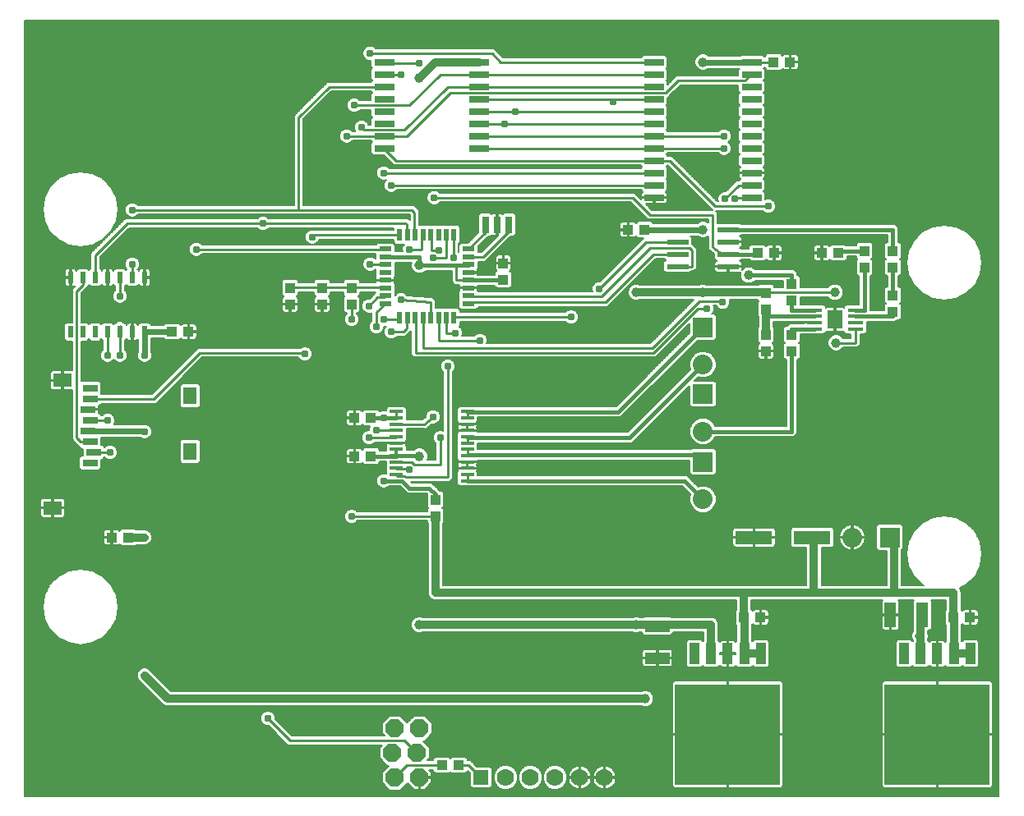
<source format=gtl>
G75*
%MOIN*%
%OFA0B0*%
%FSLAX24Y24*%
%IPPOS*%
%LPD*%
%AMOC8*
5,1,8,0,0,1.08239X$1,22.5*
%
%ADD10R,0.0500X0.0220*%
%ADD11R,0.0220X0.0500*%
%ADD12R,0.0276X0.0669*%
%ADD13R,0.0394X0.0433*%
%ADD14R,0.0433X0.0394*%
%ADD15R,0.0550X0.0137*%
%ADD16R,0.0800X0.0800*%
%ADD17C,0.0800*%
%ADD18R,0.0594X0.0594*%
%ADD19C,0.0700*%
%ADD20OC8,0.0740*%
%ADD21R,0.0236X0.0472*%
%ADD22R,0.0630X0.0157*%
%ADD23R,0.0618X0.0744*%
%ADD24R,0.4252X0.4098*%
%ADD25R,0.0420X0.0850*%
%ADD26R,0.0984X0.0472*%
%ADD27R,0.0472X0.0984*%
%ADD28R,0.0866X0.0236*%
%ADD29R,0.0800X0.0260*%
%ADD30R,0.0551X0.0709*%
%ADD31R,0.0748X0.0551*%
%ADD32R,0.0591X0.0315*%
%ADD33R,0.1496X0.0551*%
%ADD34C,0.0100*%
%ADD35C,0.0310*%
%ADD36C,0.0120*%
%ADD37C,0.0240*%
%ADD38C,0.0160*%
%ADD39C,0.0320*%
%ADD40C,0.0396*%
%ADD41C,0.0050*%
D10*
X023633Y029000D03*
X023633Y029315D03*
X023633Y029630D03*
X023633Y029945D03*
X023633Y030260D03*
X023633Y030575D03*
X023633Y030890D03*
X023633Y031205D03*
X027013Y031205D03*
X027013Y030890D03*
X027013Y030575D03*
X027013Y030260D03*
X027013Y029945D03*
X027013Y029630D03*
X027013Y029315D03*
X027013Y029000D03*
D11*
X026425Y028412D03*
X026110Y028412D03*
X025795Y028412D03*
X025480Y028412D03*
X025165Y028412D03*
X024850Y028412D03*
X024536Y028412D03*
X024221Y028412D03*
X024221Y031792D03*
X024536Y031792D03*
X024850Y031792D03*
X025165Y031792D03*
X025480Y031792D03*
X025795Y031792D03*
X026110Y031792D03*
X026425Y031792D03*
D12*
X027700Y032202D03*
X028173Y032202D03*
X028645Y032202D03*
D13*
X028423Y030637D03*
X028423Y029968D03*
X022273Y029637D03*
X022273Y028968D03*
X021073Y028968D03*
X021073Y029637D03*
X019773Y029637D03*
X019773Y028968D03*
X025673Y021037D03*
X025673Y020368D03*
X039073Y027068D03*
X039073Y027737D03*
X039073Y028768D03*
X039073Y029437D03*
X040123Y029118D03*
X040123Y029787D03*
X040123Y027737D03*
X040123Y027068D03*
X043073Y030468D03*
X043073Y031137D03*
X044223Y031137D03*
X044223Y030468D03*
X044223Y029337D03*
X044223Y028668D03*
D14*
X042008Y031052D03*
X041338Y031052D03*
X039408Y031052D03*
X038738Y031052D03*
X034158Y032002D03*
X033488Y032002D03*
X039388Y038802D03*
X040058Y038802D03*
X023058Y024352D03*
X022388Y024352D03*
X022388Y022802D03*
X023058Y022802D03*
X015658Y027852D03*
X014988Y027852D03*
X013208Y019502D03*
X012538Y019502D03*
X025938Y010252D03*
X026608Y010252D03*
X038188Y016252D03*
X038858Y016252D03*
X046688Y016252D03*
X047358Y016252D03*
D15*
X026962Y021795D03*
X026962Y022051D03*
X026962Y022307D03*
X026962Y022563D03*
X026962Y022819D03*
X026962Y023074D03*
X026962Y023330D03*
X026962Y023586D03*
X026962Y023842D03*
X026962Y024098D03*
X026962Y024354D03*
X026962Y024610D03*
X024084Y024610D03*
X024084Y024354D03*
X024084Y024098D03*
X024084Y023842D03*
X024084Y023586D03*
X024084Y023330D03*
X024084Y023074D03*
X024084Y022819D03*
X024084Y022563D03*
X024084Y022307D03*
X024084Y022051D03*
X024084Y021795D03*
D16*
X036523Y022567D03*
X036523Y025322D03*
X036523Y028035D03*
X044093Y019502D03*
D17*
X042575Y019502D03*
X036523Y021049D03*
X036523Y023804D03*
X036523Y026517D03*
D18*
X027523Y009752D03*
D19*
X028523Y009752D03*
X029523Y009752D03*
X030523Y009752D03*
X031523Y009752D03*
X032523Y009752D03*
D20*
X025023Y009752D03*
X024023Y009752D03*
X023923Y010752D03*
X024923Y010752D03*
X025023Y011752D03*
X024023Y011752D03*
D21*
X013873Y027850D03*
X013373Y027850D03*
X012873Y027850D03*
X012373Y027850D03*
X011873Y027850D03*
X011373Y027850D03*
X010873Y027850D03*
X010873Y030055D03*
X011373Y030055D03*
X011873Y030055D03*
X012373Y030055D03*
X012873Y030055D03*
X013373Y030055D03*
X013873Y030055D03*
D22*
X041046Y028736D03*
X041046Y028480D03*
X041046Y028224D03*
X041046Y027969D03*
X042700Y027969D03*
X042700Y028224D03*
X042700Y028480D03*
X042700Y028736D03*
D23*
X041873Y028352D03*
D24*
X046023Y011502D03*
X037523Y011502D03*
D25*
X037523Y014782D03*
X038193Y014782D03*
X038863Y014782D03*
X036853Y014782D03*
X036183Y014782D03*
X044683Y014782D03*
X045353Y014782D03*
X046023Y014782D03*
X046693Y014782D03*
X047363Y014782D03*
D26*
X034673Y014603D03*
X034673Y015902D03*
D27*
X044123Y016352D03*
X045423Y016352D03*
D28*
X037547Y030502D03*
X037547Y031002D03*
X037547Y031502D03*
X037547Y032002D03*
X035499Y032002D03*
X035499Y031502D03*
X035499Y031002D03*
X035499Y030502D03*
D29*
X034543Y033302D03*
X034543Y033802D03*
X034543Y034302D03*
X034543Y034802D03*
X034543Y035302D03*
X034543Y035802D03*
X034543Y036302D03*
X034543Y036802D03*
X034543Y037302D03*
X034543Y037802D03*
X034543Y038302D03*
X034543Y038802D03*
X038503Y038802D03*
X038503Y038302D03*
X038503Y037802D03*
X038503Y037302D03*
X038503Y036802D03*
X038503Y036302D03*
X038503Y035802D03*
X038503Y035302D03*
X038503Y034802D03*
X038503Y034302D03*
X038503Y033802D03*
X038503Y033302D03*
X027453Y035302D03*
X027453Y035802D03*
X027453Y036302D03*
X027453Y036802D03*
X027453Y037302D03*
X027453Y037802D03*
X027453Y038302D03*
X027453Y038802D03*
X023593Y038802D03*
X023593Y038302D03*
X023593Y037802D03*
X023593Y037302D03*
X023593Y036802D03*
X023593Y036302D03*
X023593Y035802D03*
X023593Y035302D03*
D30*
X015715Y025245D03*
X015715Y023001D03*
D31*
X010538Y025875D03*
X010145Y020698D03*
D32*
X011660Y022533D03*
X011818Y022966D03*
X011660Y023399D03*
X011582Y023832D03*
X011660Y024265D03*
X011582Y024698D03*
X011660Y025131D03*
X011660Y025564D03*
D33*
X038592Y019502D03*
X040954Y019502D03*
D34*
X034673Y015952D02*
X034673Y015902D01*
X027523Y009752D02*
X027023Y010252D01*
X026608Y010252D01*
X025938Y010252D02*
X024523Y010252D01*
X024023Y009752D01*
X024923Y010752D02*
X024423Y011252D01*
X019773Y011252D01*
X018873Y012152D01*
X022273Y020352D02*
X022288Y020368D01*
X025673Y020368D01*
X026962Y021795D02*
X026973Y021802D01*
X026973Y022002D01*
X026962Y022051D01*
X026962Y022819D02*
X026973Y022852D01*
X026973Y023052D01*
X026962Y023074D01*
X026962Y023330D02*
X026973Y023352D01*
X026973Y023552D01*
X026962Y023586D01*
X026962Y024354D02*
X026973Y024402D01*
X026973Y024602D01*
X026962Y024610D01*
X025573Y024402D02*
X025223Y024102D01*
X024123Y024102D01*
X024084Y024098D01*
X024073Y024352D02*
X024084Y024354D01*
X024073Y024402D01*
X024073Y024602D01*
X024084Y024610D01*
X024084Y023842D02*
X023333Y023842D01*
X023273Y023852D01*
X022973Y023552D02*
X024073Y023552D01*
X024084Y023586D01*
X024073Y023352D02*
X024093Y023340D01*
X024084Y023330D02*
X024073Y023352D01*
X024084Y022563D02*
X024123Y022552D01*
X024723Y022552D01*
X024823Y022452D01*
X025873Y022452D01*
X025873Y023552D01*
X026173Y021952D02*
X024473Y021952D01*
X024423Y022002D01*
X024123Y022002D01*
X024084Y022051D01*
X024073Y021802D02*
X024084Y021795D01*
X024123Y021802D01*
X024123Y022302D02*
X024084Y022307D01*
X024123Y022302D02*
X024573Y022302D01*
X024623Y022252D01*
X026173Y021952D02*
X026173Y026452D01*
X025823Y027502D02*
X027473Y027502D01*
X026473Y027802D02*
X026123Y027802D01*
X026123Y028402D01*
X026110Y028412D01*
X025823Y028402D02*
X025795Y028412D01*
X025823Y028402D02*
X025823Y027502D01*
X025173Y027202D02*
X034473Y027202D01*
X036373Y029102D01*
X037273Y029102D01*
X037323Y029052D01*
X036673Y028802D02*
X036323Y028802D01*
X034523Y027002D01*
X024873Y027002D01*
X024873Y028402D01*
X024850Y028412D01*
X024536Y028412D02*
X024523Y028452D01*
X024523Y028002D01*
X024373Y027852D01*
X023873Y027852D01*
X024123Y028352D02*
X023573Y028352D01*
X023273Y028640D02*
X023273Y028052D01*
X023273Y028640D02*
X023633Y029000D01*
X023573Y029252D02*
X023323Y029252D01*
X022973Y028902D01*
X022273Y028968D02*
X022273Y028352D01*
X022273Y029637D02*
X022273Y029652D01*
X023623Y029652D01*
X023633Y029630D01*
X023633Y029315D02*
X023623Y029302D01*
X023573Y029252D01*
X024273Y029152D02*
X025473Y029052D01*
X025473Y028452D01*
X025480Y028412D01*
X025173Y028402D02*
X025165Y028412D01*
X025173Y028402D02*
X025173Y027202D01*
X024221Y028412D02*
X024173Y028402D01*
X024123Y028352D01*
X022273Y029652D02*
X021073Y029652D01*
X021073Y029637D01*
X021073Y029652D02*
X019773Y029652D01*
X019773Y029637D01*
X020673Y031702D02*
X020763Y031792D01*
X024221Y031792D01*
X024523Y031805D02*
X024523Y032202D01*
X024473Y032252D01*
X018673Y032252D01*
X013173Y032252D01*
X011873Y030952D01*
X011873Y030055D01*
X011875Y030055D01*
X011373Y030055D02*
X011373Y029752D01*
X011123Y029502D01*
X011123Y023552D01*
X011273Y023402D01*
X011657Y023402D01*
X011660Y023399D01*
X011818Y022966D02*
X011831Y022952D01*
X012473Y022952D01*
X012373Y024252D02*
X012360Y024265D01*
X011660Y024265D01*
X011660Y025131D02*
X014252Y025131D01*
X016123Y027002D01*
X020323Y027002D01*
X020373Y026952D01*
X023050Y030575D02*
X023023Y030602D01*
X023050Y030575D02*
X023633Y030575D01*
X023623Y031202D02*
X023633Y031205D01*
X023623Y031202D02*
X015973Y031202D01*
X013373Y030602D02*
X013373Y030055D01*
X013373Y030102D01*
X012873Y030055D02*
X012873Y029302D01*
X012873Y028102D02*
X012873Y027850D01*
X012873Y026902D01*
X012373Y026902D02*
X012373Y027850D01*
X013373Y032802D02*
X020123Y032802D01*
X020123Y036552D01*
X021373Y037802D01*
X023593Y037802D01*
X023593Y038302D02*
X024273Y038302D01*
X023623Y038752D02*
X023593Y038802D01*
X023623Y038752D02*
X025023Y038752D01*
X025873Y038302D02*
X024623Y037052D01*
X022373Y037052D01*
X022673Y036152D02*
X022773Y036052D01*
X024423Y036052D01*
X026173Y037802D01*
X027453Y037802D01*
X034543Y037802D01*
X034543Y037302D02*
X032973Y037302D01*
X032873Y037202D01*
X032773Y037302D01*
X027523Y037302D01*
X027473Y037252D01*
X027453Y037302D01*
X027453Y036802D02*
X027223Y036752D01*
X027453Y036802D02*
X028773Y036802D01*
X028923Y036802D01*
X034543Y036802D01*
X034543Y036302D02*
X028473Y036302D01*
X027523Y036302D01*
X027473Y036252D01*
X027453Y036302D01*
X027453Y035802D02*
X027473Y035752D01*
X027523Y035802D01*
X034543Y035802D01*
X037373Y035802D01*
X037373Y035302D02*
X034543Y035302D01*
X027523Y035302D01*
X027473Y035252D01*
X027453Y035302D01*
X026273Y037552D02*
X024523Y035802D01*
X023593Y035802D01*
X022073Y035802D01*
X023593Y035302D02*
X023623Y035252D01*
X024073Y034802D01*
X034543Y034802D01*
X035173Y034802D01*
X037023Y032952D01*
X039173Y032952D01*
X038503Y033302D02*
X037873Y033302D01*
X037823Y033252D01*
X037423Y033252D02*
X037973Y033802D01*
X038503Y033802D01*
X036923Y032602D02*
X036923Y031302D01*
X037323Y031002D01*
X037547Y031002D01*
X036073Y031152D02*
X036073Y030502D01*
X035499Y030502D01*
X035499Y031002D02*
X034523Y031002D01*
X032573Y029052D01*
X027073Y029052D01*
X027023Y029002D01*
X027013Y029000D01*
X027023Y029302D02*
X027013Y029315D01*
X027023Y029302D02*
X032423Y029302D01*
X034373Y031252D01*
X035973Y031252D01*
X036073Y031152D01*
X035499Y031502D02*
X034223Y031502D01*
X032323Y029602D01*
X031173Y028452D02*
X026473Y028452D01*
X026425Y028412D01*
X026530Y029945D02*
X026523Y029952D01*
X026523Y030552D01*
X026423Y030852D02*
X026423Y031752D01*
X026425Y031792D01*
X026123Y031752D02*
X026110Y031792D01*
X026123Y031752D02*
X026123Y030852D01*
X025573Y030852D01*
X025523Y031152D02*
X025823Y031152D01*
X025523Y031152D02*
X025523Y031752D01*
X025480Y031792D01*
X025165Y031792D02*
X025123Y031752D01*
X025123Y031202D01*
X024623Y031202D01*
X024536Y031792D02*
X024523Y031805D01*
X024823Y031820D02*
X024823Y032702D01*
X024723Y032802D01*
X020123Y032802D01*
X023573Y034302D02*
X034543Y034302D01*
X034543Y033802D02*
X023873Y033802D01*
X025623Y033302D02*
X033673Y033302D01*
X034373Y032602D01*
X036923Y032602D01*
X033488Y032002D02*
X032173Y032002D01*
X028645Y031925D02*
X028645Y032202D01*
X028645Y031925D02*
X027610Y030890D01*
X027013Y030890D01*
X027013Y031205D02*
X027700Y031892D01*
X027700Y032202D01*
X027013Y029945D02*
X026530Y029945D01*
X024850Y031792D02*
X024823Y031820D01*
X026273Y037552D02*
X035023Y037552D01*
X035523Y038052D01*
X038223Y038052D01*
X038473Y038302D01*
X038503Y038302D01*
X038503Y038802D02*
X039388Y038802D01*
X034543Y038802D02*
X028323Y038802D01*
X027973Y039152D01*
X023023Y039152D01*
X025873Y038302D02*
X027453Y038302D01*
X027473Y038252D01*
X027523Y038302D01*
X034543Y038302D01*
X034523Y038802D02*
X034543Y038802D01*
X039073Y029452D02*
X041873Y029452D01*
X042700Y027969D02*
X042700Y027402D01*
X041923Y027402D01*
D35*
X037323Y029052D03*
X036673Y028802D03*
X032323Y029602D03*
X031173Y028452D03*
X027473Y027502D03*
X026473Y027802D03*
X026173Y026452D03*
X025573Y024402D03*
X025873Y023552D03*
X024623Y022252D03*
X023573Y021802D03*
X022273Y020352D03*
X022973Y023552D03*
X023273Y023852D03*
X023573Y024352D03*
X020373Y026952D03*
X022273Y028352D03*
X022973Y028902D03*
X023573Y028352D03*
X023273Y028052D03*
X023873Y027852D03*
X024273Y029152D03*
X023023Y030602D03*
X024623Y031202D03*
X025573Y030852D03*
X025823Y031152D03*
X026423Y030852D03*
X025623Y033302D03*
X023873Y033802D03*
X023573Y034302D03*
X022673Y036152D03*
X022073Y035802D03*
X022373Y037052D03*
X024273Y038302D03*
X025023Y038752D03*
X023023Y039152D03*
X028473Y036302D03*
X028923Y036802D03*
X032873Y037202D03*
X037373Y035802D03*
X037373Y035302D03*
X037423Y033252D03*
X037823Y033252D03*
X039173Y032952D03*
X032173Y032002D03*
X020673Y031702D03*
X018673Y032252D03*
X015973Y031202D03*
X013373Y030602D03*
X012873Y029302D03*
X012873Y026902D03*
X012373Y026902D03*
X013873Y026902D03*
X012373Y024252D03*
X012473Y022952D03*
X013873Y023802D03*
X013873Y019502D03*
X013873Y013902D03*
X018873Y012152D03*
X013373Y032802D03*
D36*
X024084Y023074D02*
X024084Y022819D01*
D37*
X014988Y027852D02*
X013873Y027852D01*
X013873Y027850D01*
X013873Y026902D01*
X013873Y023832D02*
X011582Y023832D01*
X013873Y023832D02*
X013873Y023802D01*
X034158Y032002D02*
X035499Y032002D01*
X036523Y032002D01*
X036523Y038802D02*
X038503Y038802D01*
D38*
X037547Y032002D02*
X044223Y032002D01*
X044223Y031137D01*
X044223Y030468D02*
X044223Y029337D01*
X044223Y028668D02*
X044223Y028480D01*
X042700Y028480D01*
X042700Y028736D02*
X043073Y028736D01*
X043073Y030468D01*
X043073Y031137D02*
X042008Y031137D01*
X042008Y031052D01*
X040123Y030152D02*
X040123Y029787D01*
X040123Y030152D02*
X038373Y030152D01*
X038738Y031002D02*
X037547Y031002D01*
X038738Y031002D02*
X038738Y031052D01*
X040123Y029118D02*
X040123Y028736D01*
X041046Y028736D01*
X041046Y028480D02*
X039073Y028480D01*
X039073Y028452D01*
X040123Y027969D02*
X040123Y027737D01*
X040123Y027969D02*
X041046Y027969D01*
X040123Y027068D02*
X040123Y023804D01*
X036523Y023804D01*
X036237Y022852D02*
X036523Y022567D01*
X036237Y022852D02*
X026973Y022852D01*
X026973Y023552D02*
X033558Y023552D01*
X036523Y026517D01*
X036523Y028035D02*
X033090Y024602D01*
X026973Y024602D01*
X025023Y022819D02*
X025023Y022802D01*
X025023Y022819D02*
X024084Y022819D01*
X024084Y022802D01*
X023058Y022802D01*
X023573Y021802D02*
X024073Y021802D01*
X024123Y021802D02*
X024323Y021802D01*
X024623Y021502D01*
X025423Y021502D01*
X025673Y021252D01*
X025673Y021037D01*
X026973Y021802D02*
X035769Y021802D01*
X036523Y021049D01*
X028423Y029945D02*
X027013Y029945D01*
X027013Y030552D02*
X026523Y030552D01*
X025023Y030552D01*
X025023Y030890D01*
X023633Y030890D01*
X027013Y030575D02*
X027013Y030552D01*
X028423Y029968D02*
X028423Y029945D01*
X024073Y024352D02*
X023573Y024352D01*
X023058Y024352D01*
D39*
X025673Y020368D02*
X025673Y017252D01*
X038173Y017252D01*
X038173Y016252D01*
X038188Y016252D01*
X038193Y016252D01*
X038193Y014782D01*
X038863Y014782D01*
X036853Y014782D02*
X036853Y015952D01*
X034673Y015952D01*
X033823Y015952D01*
X025023Y015952D01*
X034173Y012952D02*
X014823Y012952D01*
X013873Y013902D01*
X013873Y019502D02*
X013208Y019502D01*
X025023Y038152D02*
X025673Y038802D01*
X027453Y038802D01*
X033823Y029452D02*
X036523Y029452D01*
X039073Y029452D01*
X039073Y029437D01*
X039073Y028768D02*
X039073Y028452D01*
X039073Y027737D01*
X036523Y029437D02*
X036523Y029452D01*
X040954Y019502D02*
X041023Y019502D01*
X041023Y017252D01*
X038173Y017252D01*
X041023Y017252D02*
X044273Y017252D01*
X044273Y019502D01*
X044093Y019502D01*
X044273Y017252D02*
X046688Y017252D01*
X046688Y016252D01*
X046693Y016252D01*
X046693Y014782D01*
X047363Y014782D01*
X045353Y014782D02*
X045353Y015502D01*
X045323Y015502D01*
X045353Y015502D02*
X045353Y016252D01*
X045423Y016352D01*
D40*
X045323Y015502D03*
X034173Y012952D03*
X033823Y015952D03*
X025023Y015952D03*
X025023Y022802D03*
X025023Y030552D03*
X025023Y038152D03*
X033823Y029452D03*
X036523Y029452D03*
X038373Y030152D03*
X036523Y032002D03*
X041873Y029452D03*
X041923Y027402D03*
X036523Y038802D03*
D41*
X009023Y040502D02*
X009023Y009002D01*
X048523Y009002D01*
X048523Y040502D01*
X009023Y040502D01*
X009023Y040472D02*
X048523Y040472D01*
X048523Y040423D02*
X009023Y040423D01*
X009023Y040375D02*
X048523Y040375D01*
X048523Y040326D02*
X009023Y040326D01*
X009023Y040278D02*
X048523Y040278D01*
X048523Y040229D02*
X009023Y040229D01*
X009023Y040181D02*
X048523Y040181D01*
X048523Y040132D02*
X009023Y040132D01*
X009023Y040084D02*
X048523Y040084D01*
X048523Y040035D02*
X009023Y040035D01*
X009023Y039987D02*
X048523Y039987D01*
X048523Y039938D02*
X009023Y039938D01*
X009023Y039890D02*
X048523Y039890D01*
X048523Y039841D02*
X009023Y039841D01*
X009023Y039793D02*
X048523Y039793D01*
X048523Y039744D02*
X009023Y039744D01*
X009023Y039696D02*
X048523Y039696D01*
X048523Y039647D02*
X009023Y039647D01*
X009023Y039599D02*
X048523Y039599D01*
X048523Y039550D02*
X009023Y039550D01*
X009023Y039502D02*
X048523Y039502D01*
X048523Y039453D02*
X009023Y039453D01*
X009023Y039405D02*
X022851Y039405D01*
X022853Y039407D02*
X022769Y039322D01*
X022723Y039212D01*
X022723Y039093D01*
X022769Y038982D01*
X022853Y038898D01*
X022963Y038852D01*
X023048Y038852D01*
X023048Y038612D01*
X023108Y038552D01*
X023048Y038492D01*
X023048Y038112D01*
X023108Y038052D01*
X023053Y037997D01*
X021292Y037997D01*
X020042Y036747D01*
X019928Y036633D01*
X019928Y032997D01*
X013602Y032997D01*
X013543Y033057D01*
X013433Y033102D01*
X013313Y033102D01*
X013203Y033057D01*
X013119Y032972D01*
X013073Y032862D01*
X013073Y032743D01*
X013119Y032632D01*
X013203Y032548D01*
X013313Y032502D01*
X013433Y032502D01*
X013543Y032548D01*
X013602Y032607D01*
X024628Y032607D01*
X024628Y032373D01*
X024554Y032447D01*
X018902Y032447D01*
X018843Y032507D01*
X018733Y032552D01*
X018613Y032552D01*
X018503Y032507D01*
X018444Y032447D01*
X013092Y032447D01*
X011792Y031147D01*
X011678Y031033D01*
X011678Y030419D01*
X011623Y030364D01*
X011551Y030436D01*
X011195Y030436D01*
X011110Y030351D01*
X011110Y030331D01*
X011108Y030339D01*
X011091Y030368D01*
X011068Y030391D01*
X011039Y030407D01*
X011008Y030416D01*
X010898Y030416D01*
X010898Y030080D01*
X010848Y030080D01*
X010848Y030416D01*
X010738Y030416D01*
X010707Y030407D01*
X010678Y030391D01*
X010655Y030368D01*
X010638Y030339D01*
X010630Y030307D01*
X010630Y030080D01*
X010848Y030080D01*
X010848Y030030D01*
X010630Y030030D01*
X010630Y029802D01*
X010638Y029770D01*
X010655Y029742D01*
X010678Y029719D01*
X010707Y029702D01*
X010738Y029694D01*
X010848Y029694D01*
X010848Y030030D01*
X010898Y030030D01*
X010898Y029694D01*
X011008Y029694D01*
X011039Y029702D01*
X011057Y029712D01*
X011042Y029697D01*
X010928Y029583D01*
X010928Y028231D01*
X010695Y028231D01*
X010610Y028146D01*
X010610Y027554D01*
X010695Y027469D01*
X010928Y027469D01*
X010928Y026276D01*
X010563Y026276D01*
X010563Y025900D01*
X010513Y025900D01*
X010513Y025850D01*
X010039Y025850D01*
X010039Y025583D01*
X010048Y025551D01*
X010064Y025523D01*
X010088Y025500D01*
X010116Y025483D01*
X010148Y025475D01*
X010513Y025475D01*
X010513Y025850D01*
X010563Y025850D01*
X010563Y025475D01*
X010928Y025475D01*
X010928Y023472D01*
X011078Y023322D01*
X011192Y023207D01*
X011220Y023207D01*
X011220Y023181D01*
X011305Y023096D01*
X011378Y023096D01*
X011378Y022835D01*
X011305Y022835D01*
X011220Y022750D01*
X011220Y022315D01*
X011305Y022230D01*
X012016Y022230D01*
X012101Y022315D01*
X012101Y022663D01*
X012173Y022663D01*
X012255Y022746D01*
X012303Y022698D01*
X012413Y022652D01*
X012533Y022652D01*
X012643Y022698D01*
X012727Y022782D01*
X012773Y022893D01*
X012773Y023012D01*
X012727Y023122D01*
X012643Y023207D01*
X012533Y023252D01*
X012413Y023252D01*
X012303Y023207D01*
X012258Y023162D01*
X012258Y023183D01*
X012173Y023268D01*
X012101Y023268D01*
X012101Y023567D01*
X013684Y023567D01*
X013703Y023548D01*
X013813Y023502D01*
X013933Y023502D01*
X014043Y023548D01*
X014127Y023632D01*
X014173Y023743D01*
X014173Y023862D01*
X014127Y023972D01*
X014043Y024057D01*
X013933Y024102D01*
X013813Y024102D01*
X013800Y024097D01*
X012633Y024097D01*
X012673Y024193D01*
X012673Y024312D01*
X012627Y024422D01*
X012543Y024507D01*
X012433Y024552D01*
X012313Y024552D01*
X012203Y024507D01*
X012156Y024460D01*
X012101Y024460D01*
X012101Y024483D01*
X012016Y024567D01*
X012002Y024567D01*
X012002Y024673D01*
X011607Y024673D01*
X011607Y024723D01*
X012002Y024723D01*
X012002Y024829D01*
X012016Y024829D01*
X012101Y024914D01*
X012101Y024936D01*
X014332Y024936D01*
X016204Y026807D01*
X020108Y026807D01*
X020119Y026782D01*
X020203Y026698D01*
X020313Y026652D01*
X020433Y026652D01*
X020543Y026698D01*
X020627Y026782D01*
X020673Y026893D01*
X020673Y027012D01*
X020627Y027122D01*
X020543Y027207D01*
X020433Y027252D01*
X020313Y027252D01*
X020203Y027207D01*
X020194Y027197D01*
X016042Y027197D01*
X015928Y027083D01*
X014171Y025326D01*
X012101Y025326D01*
X012101Y025782D01*
X012016Y025867D01*
X011318Y025867D01*
X011318Y027469D01*
X011551Y027469D01*
X011623Y027541D01*
X011695Y027469D01*
X012051Y027469D01*
X012123Y027541D01*
X012178Y027486D01*
X012178Y027132D01*
X012119Y027072D01*
X012073Y026962D01*
X012073Y026843D01*
X011318Y026843D01*
X011318Y026795D02*
X012093Y026795D01*
X012073Y026843D02*
X012119Y026732D01*
X012203Y026648D01*
X012313Y026602D01*
X012433Y026602D01*
X012543Y026648D01*
X012623Y026728D01*
X012703Y026648D01*
X012813Y026602D01*
X012933Y026602D01*
X013043Y026648D01*
X013127Y026732D01*
X013173Y026843D01*
X013573Y026843D01*
X013619Y026732D01*
X013703Y026648D01*
X013813Y026602D01*
X013933Y026602D01*
X014043Y026648D01*
X014127Y026732D01*
X014173Y026843D01*
X015688Y026843D01*
X015736Y026892D02*
X014173Y026892D01*
X014173Y026940D02*
X015785Y026940D01*
X015833Y026989D02*
X014162Y026989D01*
X014173Y026962D02*
X014138Y027047D01*
X014138Y027587D01*
X014635Y027587D01*
X014712Y027511D01*
X015265Y027511D01*
X015338Y027584D01*
X015341Y027579D01*
X015364Y027556D01*
X015393Y027539D01*
X015425Y027531D01*
X015633Y027531D01*
X015633Y027827D01*
X015683Y027827D01*
X015683Y027877D01*
X015999Y027877D01*
X015999Y028066D01*
X015991Y028098D01*
X015974Y028126D01*
X015951Y028149D01*
X015922Y028166D01*
X015891Y028174D01*
X015683Y028174D01*
X015683Y027877D01*
X015633Y027877D01*
X015633Y028174D01*
X015425Y028174D01*
X015393Y028166D01*
X015364Y028149D01*
X015341Y028126D01*
X015338Y028121D01*
X015265Y028194D01*
X014712Y028194D01*
X014635Y028117D01*
X014136Y028117D01*
X014136Y028146D01*
X014051Y028231D01*
X013695Y028231D01*
X013610Y028146D01*
X013610Y028126D01*
X013608Y028135D01*
X013591Y028163D01*
X013568Y028186D01*
X013539Y028203D01*
X013508Y028211D01*
X013398Y028211D01*
X013398Y027875D01*
X013348Y027875D01*
X013348Y028211D01*
X013238Y028211D01*
X013207Y028203D01*
X013178Y028186D01*
X013155Y028163D01*
X013138Y028135D01*
X013136Y028126D01*
X013136Y028146D01*
X013051Y028231D01*
X013020Y028231D01*
X012954Y028297D01*
X012792Y028297D01*
X012726Y028231D01*
X012695Y028231D01*
X012623Y028159D01*
X012551Y028231D01*
X012195Y028231D01*
X012123Y028159D01*
X012051Y028231D01*
X011695Y028231D01*
X011623Y028159D01*
X011551Y028231D01*
X011318Y028231D01*
X011318Y029422D01*
X011568Y029672D01*
X011568Y029690D01*
X011623Y029745D01*
X011695Y029674D01*
X012051Y029674D01*
X012136Y029759D01*
X012136Y029779D01*
X012138Y029770D01*
X012155Y029742D01*
X012178Y029719D01*
X012207Y029702D01*
X012238Y029694D01*
X012348Y029694D01*
X012348Y030030D01*
X012398Y030030D01*
X012398Y029694D01*
X012508Y029694D01*
X012539Y029702D01*
X012568Y029719D01*
X012591Y029742D01*
X012608Y029770D01*
X012610Y029779D01*
X012610Y029759D01*
X012678Y029690D01*
X012678Y029532D01*
X012619Y029472D01*
X012573Y029362D01*
X012573Y029243D01*
X012619Y029132D01*
X012703Y029048D01*
X012813Y029002D01*
X012933Y029002D01*
X013043Y029048D01*
X013127Y029132D01*
X013173Y029243D01*
X013173Y029362D01*
X013127Y029472D01*
X013068Y029532D01*
X013068Y029690D01*
X013123Y029745D01*
X013195Y029674D01*
X013551Y029674D01*
X013636Y029759D01*
X013636Y029779D01*
X013638Y029770D01*
X013655Y029742D01*
X013678Y029719D01*
X013707Y029702D01*
X013738Y029694D01*
X013848Y029694D01*
X013848Y030030D01*
X013898Y030030D01*
X013898Y030080D01*
X013848Y030080D01*
X013848Y030416D01*
X013738Y030416D01*
X013707Y030407D01*
X013678Y030391D01*
X013655Y030368D01*
X013638Y030339D01*
X013636Y030331D01*
X013636Y030351D01*
X013591Y030396D01*
X013627Y030432D01*
X022769Y030432D01*
X022853Y030348D01*
X022963Y030302D01*
X023083Y030302D01*
X023193Y030348D01*
X023225Y030380D01*
X023238Y030380D01*
X023238Y030090D01*
X023258Y030070D01*
X023258Y029970D01*
X023608Y029970D01*
X023608Y029920D01*
X023258Y029920D01*
X023258Y029847D01*
X022615Y029847D01*
X022615Y029914D01*
X022530Y029999D01*
X022016Y029999D01*
X021931Y029914D01*
X021931Y029847D01*
X021415Y029847D01*
X021415Y029914D01*
X021330Y029999D01*
X020816Y029999D01*
X020731Y029914D01*
X020731Y029847D01*
X020115Y029847D01*
X020115Y029914D01*
X020030Y029999D01*
X019516Y029999D01*
X019431Y029914D01*
X019431Y029360D01*
X019504Y029287D01*
X019499Y029284D01*
X019476Y029261D01*
X019460Y029233D01*
X019451Y029201D01*
X019451Y028993D01*
X019748Y028993D01*
X019748Y028943D01*
X019451Y028943D01*
X019451Y028735D01*
X019460Y028703D01*
X019476Y028674D01*
X019499Y028651D01*
X019528Y028635D01*
X019560Y028626D01*
X019748Y028626D01*
X019748Y028943D01*
X019798Y028943D01*
X019798Y028993D01*
X020095Y028993D01*
X020095Y029201D01*
X020086Y029233D01*
X020070Y029261D01*
X020047Y029284D01*
X020042Y029287D01*
X020115Y029360D01*
X020115Y029457D01*
X020731Y029457D01*
X020731Y029360D01*
X020804Y029287D01*
X020799Y029284D01*
X020776Y029261D01*
X020760Y029233D01*
X020751Y029201D01*
X020751Y028993D01*
X021048Y028993D01*
X021048Y028943D01*
X020751Y028943D01*
X020751Y028735D01*
X020760Y028703D01*
X020776Y028674D01*
X020799Y028651D01*
X020828Y028635D01*
X020860Y028626D01*
X021048Y028626D01*
X021048Y028943D01*
X021098Y028943D01*
X021098Y028993D01*
X021395Y028993D01*
X021395Y029201D01*
X021386Y029233D01*
X021370Y029261D01*
X021347Y029284D01*
X021342Y029287D01*
X021415Y029360D01*
X021415Y029457D01*
X021931Y029457D01*
X021931Y029360D01*
X021989Y029302D01*
X021931Y029244D01*
X021931Y028691D01*
X022016Y028606D01*
X022078Y028606D01*
X022078Y028582D01*
X022019Y028522D01*
X021973Y028412D01*
X021973Y028293D01*
X022019Y028182D01*
X022103Y028098D01*
X022213Y028052D01*
X022333Y028052D01*
X022443Y028098D01*
X022527Y028182D01*
X022573Y028293D01*
X022573Y028412D01*
X022527Y028522D01*
X022468Y028582D01*
X022468Y028606D01*
X022530Y028606D01*
X022615Y028691D01*
X022615Y029244D01*
X022557Y029302D01*
X022615Y029360D01*
X022615Y029457D01*
X023238Y029457D01*
X023238Y029443D01*
X022997Y029202D01*
X022913Y029202D01*
X022803Y029157D01*
X022719Y029072D01*
X022673Y028962D01*
X022673Y028843D01*
X022719Y028732D01*
X022803Y028648D01*
X022913Y028602D01*
X023033Y028602D01*
X023078Y028621D01*
X023078Y028282D01*
X023019Y028222D01*
X022973Y028112D01*
X022973Y027993D01*
X023019Y027882D01*
X023103Y027798D01*
X023213Y027752D01*
X023333Y027752D01*
X023443Y027798D01*
X023527Y027882D01*
X023573Y027993D01*
X023573Y028052D01*
X023633Y028052D01*
X023660Y028064D01*
X023619Y028022D01*
X023573Y027912D01*
X023573Y027793D01*
X023619Y027682D01*
X023703Y027598D01*
X023813Y027552D01*
X023933Y027552D01*
X024043Y027598D01*
X024102Y027657D01*
X024454Y027657D01*
X024568Y027772D01*
X024678Y027882D01*
X024678Y026922D01*
X024792Y026807D01*
X034604Y026807D01*
X035978Y028182D01*
X035978Y027808D01*
X032997Y024827D01*
X026880Y024827D01*
X026876Y024823D01*
X026627Y024823D01*
X026542Y024738D01*
X026542Y024225D01*
X026567Y024201D01*
X026562Y024183D01*
X026562Y024107D01*
X026953Y024107D01*
X026953Y024089D01*
X026562Y024089D01*
X026562Y024013D01*
X026571Y023981D01*
X026577Y023970D01*
X026571Y023959D01*
X026562Y023927D01*
X026562Y023851D01*
X026953Y023851D01*
X026953Y023833D01*
X026562Y023833D01*
X026562Y023757D01*
X026567Y023740D01*
X026542Y023715D01*
X026542Y022690D01*
X026567Y022665D01*
X026562Y022648D01*
X026562Y022572D01*
X026953Y022572D01*
X026953Y022553D01*
X026972Y022553D01*
X026972Y022572D01*
X027362Y022572D01*
X027362Y022627D01*
X035978Y022627D01*
X035978Y022106D01*
X036063Y022022D01*
X036983Y022022D01*
X037068Y022106D01*
X037068Y023027D01*
X036983Y023112D01*
X036063Y023112D01*
X036029Y023077D01*
X027382Y023077D01*
X027382Y023327D01*
X033651Y023327D01*
X035978Y025654D01*
X035978Y024862D01*
X036063Y024777D01*
X036983Y024777D01*
X037068Y024862D01*
X037068Y025782D01*
X036983Y025867D01*
X036191Y025867D01*
X036331Y026007D01*
X036415Y025972D01*
X036631Y025972D01*
X036832Y026055D01*
X036985Y026208D01*
X037068Y026409D01*
X037068Y026625D01*
X036985Y026826D01*
X036832Y026979D01*
X036631Y027062D01*
X036415Y027062D01*
X036214Y026979D01*
X036061Y026826D01*
X035978Y026625D01*
X035978Y026409D01*
X036013Y026325D01*
X033465Y023777D01*
X027362Y023777D01*
X027362Y023833D01*
X026972Y023833D01*
X026972Y023851D01*
X027362Y023851D01*
X027362Y023927D01*
X027354Y023959D01*
X027347Y023970D01*
X027354Y023981D01*
X027362Y024013D01*
X027362Y024089D01*
X026972Y024089D01*
X026972Y024107D01*
X027362Y024107D01*
X027362Y024183D01*
X027358Y024201D01*
X027382Y024225D01*
X027382Y024377D01*
X033184Y024377D01*
X036296Y027490D01*
X036983Y027490D01*
X037068Y027575D01*
X037068Y028495D01*
X036983Y028580D01*
X036875Y028580D01*
X036927Y028632D01*
X036973Y028743D01*
X036973Y028862D01*
X036954Y028907D01*
X037058Y028907D01*
X037069Y028882D01*
X037153Y028798D01*
X037263Y028752D01*
X037383Y028752D01*
X037493Y028798D01*
X037577Y028882D01*
X037623Y028993D01*
X037623Y029112D01*
X037608Y029147D01*
X038744Y029147D01*
X038789Y029102D01*
X038731Y029044D01*
X038731Y028491D01*
X038768Y028454D01*
X038768Y028051D01*
X038731Y028014D01*
X038731Y027460D01*
X038804Y027387D01*
X038799Y027384D01*
X038776Y027361D01*
X038760Y027333D01*
X038751Y027301D01*
X038751Y027093D01*
X039048Y027093D01*
X039048Y027043D01*
X038751Y027043D01*
X038751Y026835D01*
X038760Y026803D01*
X038776Y026774D01*
X038799Y026751D01*
X038828Y026735D01*
X038860Y026726D01*
X039048Y026726D01*
X039048Y027043D01*
X039098Y027043D01*
X039098Y027093D01*
X039395Y027093D01*
X039395Y027301D01*
X039386Y027333D01*
X039370Y027361D01*
X039347Y027384D01*
X039342Y027387D01*
X039415Y027460D01*
X039415Y028014D01*
X039378Y028051D01*
X039378Y028255D01*
X040606Y028255D01*
X040606Y028239D01*
X041032Y028239D01*
X041032Y028210D01*
X040606Y028210D01*
X040606Y028194D01*
X040030Y028194D01*
X039935Y028099D01*
X039866Y028099D01*
X039781Y028014D01*
X039781Y027460D01*
X039839Y027402D01*
X039781Y027344D01*
X039781Y026791D01*
X039866Y026706D01*
X039898Y026706D01*
X039898Y024029D01*
X037020Y024029D01*
X036985Y024113D01*
X036832Y024266D01*
X036631Y024349D01*
X036415Y024349D01*
X036214Y024266D01*
X036061Y024113D01*
X035978Y023913D01*
X035978Y023696D01*
X036061Y023496D01*
X036214Y023342D01*
X036415Y023259D01*
X036631Y023259D01*
X036832Y023342D01*
X036985Y023496D01*
X037020Y023579D01*
X040216Y023579D01*
X040348Y023711D01*
X040348Y026706D01*
X040380Y026706D01*
X040465Y026791D01*
X040465Y027344D01*
X040407Y027402D01*
X040465Y027460D01*
X040465Y027744D01*
X041139Y027744D01*
X041141Y027745D01*
X041421Y027745D01*
X041506Y027830D01*
X041506Y027869D01*
X041516Y027864D01*
X041547Y027855D01*
X041848Y027855D01*
X041848Y028327D01*
X041898Y028327D01*
X041898Y027855D01*
X042198Y027855D01*
X042230Y027864D01*
X042240Y027869D01*
X042240Y027830D01*
X042325Y027745D01*
X042505Y027745D01*
X042505Y027597D01*
X042213Y027597D01*
X042117Y027693D01*
X041991Y027746D01*
X041855Y027746D01*
X041729Y027693D01*
X041632Y027597D01*
X041580Y027471D01*
X041580Y027334D01*
X041632Y027208D01*
X041729Y027112D01*
X041855Y027059D01*
X041991Y027059D01*
X042117Y027112D01*
X042213Y027207D01*
X042780Y027207D01*
X042895Y027322D01*
X042895Y027745D01*
X043075Y027745D01*
X043160Y027830D01*
X043160Y028255D01*
X044316Y028255D01*
X044367Y028306D01*
X044480Y028306D01*
X044565Y028391D01*
X044565Y028944D01*
X044507Y029002D01*
X044565Y029060D01*
X044565Y029614D01*
X044480Y029699D01*
X044448Y029699D01*
X044448Y030106D01*
X044480Y030106D01*
X044565Y030191D01*
X044565Y030744D01*
X044507Y030802D01*
X044565Y030860D01*
X044565Y031414D01*
X044480Y031499D01*
X044448Y031499D01*
X045028Y031499D01*
X045052Y031548D02*
X044448Y031548D01*
X044448Y031596D02*
X045091Y031596D01*
X045062Y031567D02*
X045404Y031908D01*
X045404Y031908D01*
X045835Y032128D01*
X045835Y032128D01*
X046312Y032203D01*
X046312Y032203D01*
X046789Y032128D01*
X046789Y032128D01*
X047220Y031908D01*
X047220Y031908D01*
X047562Y031567D01*
X047562Y031567D01*
X047781Y031136D01*
X047781Y031136D01*
X047857Y030658D01*
X047781Y030181D01*
X047562Y029750D01*
X047562Y029750D01*
X047220Y029408D01*
X047220Y029408D01*
X046789Y029189D01*
X046789Y029189D01*
X046312Y029113D01*
X046312Y029113D01*
X045835Y029189D01*
X045835Y029189D01*
X045404Y029408D01*
X045404Y029408D01*
X045062Y029750D01*
X045062Y029750D01*
X044843Y030181D01*
X044843Y030181D01*
X044767Y030658D01*
X044767Y030658D01*
X044843Y031136D01*
X044843Y031136D01*
X045062Y031567D01*
X045062Y031567D01*
X045140Y031645D02*
X044448Y031645D01*
X044448Y031693D02*
X045188Y031693D01*
X045237Y031742D02*
X044448Y031742D01*
X044448Y031790D02*
X045285Y031790D01*
X045334Y031839D02*
X044448Y031839D01*
X044448Y031887D02*
X045382Y031887D01*
X045457Y031936D02*
X044448Y031936D01*
X044448Y031984D02*
X045552Y031984D01*
X045648Y032033D02*
X044448Y032033D01*
X044448Y032081D02*
X045743Y032081D01*
X045845Y032130D02*
X044414Y032130D01*
X044448Y032096D02*
X044316Y032227D01*
X038078Y032227D01*
X038040Y032266D01*
X037118Y032266D01*
X037118Y032683D01*
X037044Y032757D01*
X038944Y032757D01*
X039003Y032698D01*
X039113Y032652D01*
X039233Y032652D01*
X039343Y032698D01*
X039427Y032782D01*
X039473Y032893D01*
X039473Y033012D01*
X039427Y033122D01*
X039343Y033207D01*
X039233Y033252D01*
X039113Y033252D01*
X039048Y033225D01*
X039048Y033492D01*
X038988Y033552D01*
X039048Y033612D01*
X039048Y033992D01*
X038972Y034068D01*
X038980Y034072D01*
X039003Y034096D01*
X039019Y034124D01*
X039028Y034156D01*
X039028Y034277D01*
X038528Y034277D01*
X038528Y034327D01*
X039028Y034327D01*
X039028Y034449D01*
X039019Y034481D01*
X039003Y034509D01*
X038980Y034532D01*
X038972Y034537D01*
X039048Y034612D01*
X039048Y034992D01*
X038988Y035052D01*
X039048Y035112D01*
X039048Y035492D01*
X038988Y035552D01*
X039048Y035612D01*
X039048Y035992D01*
X038988Y036052D01*
X039048Y036112D01*
X039048Y036492D01*
X038988Y036552D01*
X039048Y036612D01*
X039048Y036992D01*
X038988Y037052D01*
X039048Y037112D01*
X039048Y037492D01*
X038988Y037552D01*
X039048Y037612D01*
X039048Y037992D01*
X038988Y038052D01*
X039048Y038112D01*
X039048Y038492D01*
X038988Y038552D01*
X039027Y038591D01*
X039027Y038546D01*
X039112Y038461D01*
X039665Y038461D01*
X039738Y038534D01*
X039741Y038529D01*
X039764Y038506D01*
X039793Y038489D01*
X039825Y038481D01*
X040033Y038481D01*
X040033Y038777D01*
X040083Y038777D01*
X040083Y038827D01*
X040399Y038827D01*
X040399Y039016D01*
X040391Y039048D01*
X040374Y039076D01*
X040351Y039099D01*
X040322Y039116D01*
X040291Y039124D01*
X040083Y039124D01*
X040083Y038827D01*
X040033Y038827D01*
X040033Y039124D01*
X039825Y039124D01*
X039793Y039116D01*
X039764Y039099D01*
X039741Y039076D01*
X039738Y039071D01*
X039665Y039144D01*
X039112Y039144D01*
X039027Y039059D01*
X039027Y039014D01*
X038963Y039077D01*
X038043Y039077D01*
X038033Y039067D01*
X036743Y039067D01*
X036717Y039093D01*
X036591Y039146D01*
X036455Y039146D01*
X036329Y039093D01*
X036232Y038997D01*
X036180Y038871D01*
X035088Y038871D01*
X035088Y038823D02*
X036180Y038823D01*
X036180Y038871D02*
X036180Y038734D01*
X036232Y038608D01*
X036329Y038512D01*
X036455Y038459D01*
X036591Y038459D01*
X036717Y038512D01*
X036743Y038537D01*
X038003Y038537D01*
X037958Y038492D01*
X037958Y038247D01*
X035442Y038247D01*
X035088Y037893D01*
X035088Y037992D01*
X035028Y038052D01*
X035088Y038112D01*
X035088Y038492D01*
X035028Y038552D01*
X035088Y038612D01*
X035088Y038992D01*
X035003Y039077D01*
X034083Y039077D01*
X034003Y038997D01*
X028404Y038997D01*
X028168Y039233D01*
X028054Y039347D01*
X023252Y039347D01*
X023193Y039407D01*
X023083Y039452D01*
X022963Y039452D01*
X022853Y039407D01*
X022802Y039356D02*
X009023Y039356D01*
X009023Y039308D02*
X022762Y039308D01*
X022742Y039259D02*
X009023Y039259D01*
X009023Y039211D02*
X022723Y039211D01*
X022723Y039162D02*
X009023Y039162D01*
X009023Y039114D02*
X022723Y039114D01*
X022734Y039065D02*
X009023Y039065D01*
X009023Y039017D02*
X022754Y039017D01*
X022783Y038968D02*
X009023Y038968D01*
X009023Y038920D02*
X022832Y038920D01*
X022918Y038871D02*
X009023Y038871D01*
X009023Y038823D02*
X023048Y038823D01*
X023048Y038774D02*
X009023Y038774D01*
X009023Y038726D02*
X023048Y038726D01*
X023048Y038677D02*
X009023Y038677D01*
X009023Y038629D02*
X023048Y038629D01*
X023080Y038580D02*
X009023Y038580D01*
X009023Y038532D02*
X023087Y038532D01*
X023048Y038483D02*
X009023Y038483D01*
X009023Y038435D02*
X023048Y038435D01*
X023048Y038386D02*
X009023Y038386D01*
X009023Y038338D02*
X023048Y038338D01*
X023048Y038289D02*
X009023Y038289D01*
X009023Y038241D02*
X023048Y038241D01*
X023048Y038192D02*
X009023Y038192D01*
X009023Y038144D02*
X023048Y038144D01*
X023065Y038095D02*
X009023Y038095D01*
X009023Y038047D02*
X023102Y038047D01*
X023054Y037998D02*
X009023Y037998D01*
X009023Y037950D02*
X021244Y037950D01*
X021196Y037901D02*
X009023Y037901D01*
X009023Y037853D02*
X021147Y037853D01*
X021099Y037804D02*
X009023Y037804D01*
X009023Y037756D02*
X021050Y037756D01*
X021002Y037707D02*
X009023Y037707D01*
X009023Y037659D02*
X020953Y037659D01*
X020905Y037610D02*
X009023Y037610D01*
X009023Y037562D02*
X020856Y037562D01*
X020808Y037513D02*
X009023Y037513D01*
X009023Y037465D02*
X020759Y037465D01*
X020711Y037416D02*
X009023Y037416D01*
X009023Y037368D02*
X020662Y037368D01*
X020614Y037319D02*
X009023Y037319D01*
X009023Y037271D02*
X020565Y037271D01*
X020517Y037222D02*
X009023Y037222D01*
X009023Y037174D02*
X020468Y037174D01*
X020420Y037125D02*
X009023Y037125D01*
X009023Y037077D02*
X020371Y037077D01*
X020323Y037028D02*
X009023Y037028D01*
X009023Y036980D02*
X020274Y036980D01*
X020226Y036931D02*
X009023Y036931D01*
X009023Y036883D02*
X020177Y036883D01*
X020129Y036834D02*
X009023Y036834D01*
X009023Y036786D02*
X020080Y036786D01*
X020032Y036737D02*
X009023Y036737D01*
X009023Y036689D02*
X019983Y036689D01*
X019935Y036640D02*
X009023Y036640D01*
X009023Y036592D02*
X019928Y036592D01*
X019928Y036543D02*
X009023Y036543D01*
X009023Y036495D02*
X019928Y036495D01*
X019928Y036446D02*
X009023Y036446D01*
X009023Y036398D02*
X019928Y036398D01*
X019928Y036349D02*
X009023Y036349D01*
X009023Y036301D02*
X019928Y036301D01*
X019928Y036252D02*
X009023Y036252D01*
X009023Y036204D02*
X019928Y036204D01*
X019928Y036155D02*
X009023Y036155D01*
X009023Y036107D02*
X019928Y036107D01*
X019928Y036058D02*
X009023Y036058D01*
X009023Y036010D02*
X019928Y036010D01*
X019928Y035961D02*
X009023Y035961D01*
X009023Y035913D02*
X019928Y035913D01*
X019928Y035864D02*
X009023Y035864D01*
X009023Y035816D02*
X019928Y035816D01*
X019928Y035767D02*
X009023Y035767D01*
X009023Y035719D02*
X019928Y035719D01*
X019928Y035670D02*
X009023Y035670D01*
X009023Y035622D02*
X019928Y035622D01*
X019928Y035573D02*
X009023Y035573D01*
X009023Y035525D02*
X019928Y035525D01*
X019928Y035476D02*
X009023Y035476D01*
X009023Y035428D02*
X019928Y035428D01*
X019928Y035379D02*
X009023Y035379D01*
X009023Y035331D02*
X019928Y035331D01*
X019928Y035282D02*
X009023Y035282D01*
X009023Y035234D02*
X019928Y035234D01*
X019928Y035185D02*
X009023Y035185D01*
X009023Y035137D02*
X019928Y035137D01*
X019928Y035088D02*
X009023Y035088D01*
X009023Y035040D02*
X019928Y035040D01*
X019928Y034991D02*
X009023Y034991D01*
X009023Y034943D02*
X019928Y034943D01*
X019928Y034894D02*
X009023Y034894D01*
X009023Y034846D02*
X019928Y034846D01*
X019928Y034797D02*
X009023Y034797D01*
X009023Y034749D02*
X019928Y034749D01*
X019928Y034700D02*
X009023Y034700D01*
X009023Y034652D02*
X019928Y034652D01*
X019928Y034603D02*
X009023Y034603D01*
X009023Y034555D02*
X019928Y034555D01*
X019928Y034506D02*
X009023Y034506D01*
X009023Y034458D02*
X019928Y034458D01*
X019928Y034409D02*
X009023Y034409D01*
X009023Y034361D02*
X011223Y034361D01*
X011273Y034368D02*
X010796Y034293D01*
X010796Y034293D01*
X010365Y034073D01*
X010023Y033732D01*
X010023Y033732D01*
X009804Y033301D01*
X009804Y033301D01*
X009728Y032823D01*
X009804Y032346D01*
X010023Y031915D01*
X010365Y031573D01*
X010796Y031354D01*
X011273Y031278D01*
X011750Y031354D01*
X011750Y031354D01*
X012181Y031573D01*
X012523Y031915D01*
X012523Y031915D01*
X012742Y032346D01*
X012818Y032823D01*
X012742Y033301D01*
X012523Y033732D01*
X012181Y034073D01*
X011750Y034293D01*
X011273Y034368D01*
X011273Y034368D01*
X011323Y034361D02*
X019928Y034361D01*
X019928Y034312D02*
X011629Y034312D01*
X011750Y034293D02*
X011750Y034293D01*
X011808Y034264D02*
X019928Y034264D01*
X019928Y034215D02*
X011903Y034215D01*
X011998Y034167D02*
X019928Y034167D01*
X019928Y034118D02*
X012093Y034118D01*
X012181Y034073D02*
X012181Y034073D01*
X012185Y034070D02*
X019928Y034070D01*
X019928Y034021D02*
X012233Y034021D01*
X012282Y033973D02*
X019928Y033973D01*
X019928Y033924D02*
X012330Y033924D01*
X012379Y033876D02*
X019928Y033876D01*
X019928Y033827D02*
X012427Y033827D01*
X012476Y033779D02*
X019928Y033779D01*
X019928Y033730D02*
X012524Y033730D01*
X012523Y033732D02*
X012523Y033732D01*
X012548Y033682D02*
X019928Y033682D01*
X019928Y033633D02*
X012573Y033633D01*
X012598Y033585D02*
X019928Y033585D01*
X019928Y033536D02*
X012622Y033536D01*
X012647Y033488D02*
X019928Y033488D01*
X019928Y033439D02*
X012672Y033439D01*
X012697Y033391D02*
X019928Y033391D01*
X019928Y033342D02*
X012721Y033342D01*
X012742Y033301D02*
X012742Y033301D01*
X012743Y033294D02*
X019928Y033294D01*
X019928Y033245D02*
X012751Y033245D01*
X012759Y033197D02*
X019928Y033197D01*
X019928Y033148D02*
X012767Y033148D01*
X012774Y033100D02*
X013306Y033100D01*
X013197Y033051D02*
X012782Y033051D01*
X012790Y033003D02*
X013149Y033003D01*
X013111Y032954D02*
X012797Y032954D01*
X012805Y032906D02*
X013091Y032906D01*
X013073Y032857D02*
X012813Y032857D01*
X012816Y032809D02*
X013073Y032809D01*
X013073Y032760D02*
X012808Y032760D01*
X012800Y032712D02*
X013086Y032712D01*
X013106Y032663D02*
X012793Y032663D01*
X012785Y032615D02*
X013137Y032615D01*
X013185Y032566D02*
X012777Y032566D01*
X012769Y032518D02*
X013277Y032518D01*
X013469Y032518D02*
X018529Y032518D01*
X018465Y032469D02*
X012762Y032469D01*
X012754Y032421D02*
X013065Y032421D01*
X013017Y032372D02*
X012746Y032372D01*
X012742Y032346D02*
X012742Y032346D01*
X012731Y032324D02*
X012968Y032324D01*
X012920Y032275D02*
X012706Y032275D01*
X012681Y032227D02*
X012871Y032227D01*
X012823Y032178D02*
X012657Y032178D01*
X012632Y032130D02*
X012774Y032130D01*
X012726Y032081D02*
X012607Y032081D01*
X012583Y032033D02*
X012677Y032033D01*
X012629Y031984D02*
X012558Y031984D01*
X012580Y031936D02*
X012533Y031936D01*
X012532Y031887D02*
X012495Y031887D01*
X012483Y031839D02*
X012446Y031839D01*
X012435Y031790D02*
X012398Y031790D01*
X012386Y031742D02*
X012349Y031742D01*
X012338Y031693D02*
X012301Y031693D01*
X012289Y031645D02*
X012252Y031645D01*
X012241Y031596D02*
X012204Y031596D01*
X012181Y031573D02*
X012181Y031573D01*
X012192Y031548D02*
X012130Y031548D01*
X012144Y031499D02*
X012035Y031499D01*
X012095Y031451D02*
X011940Y031451D01*
X011845Y031402D02*
X012047Y031402D01*
X011998Y031354D02*
X011747Y031354D01*
X011853Y031208D02*
X009023Y031208D01*
X009023Y031160D02*
X011804Y031160D01*
X011756Y031111D02*
X009023Y031111D01*
X009023Y031063D02*
X011707Y031063D01*
X011678Y031014D02*
X009023Y031014D01*
X009023Y030966D02*
X011678Y030966D01*
X011678Y030917D02*
X009023Y030917D01*
X009023Y030869D02*
X011678Y030869D01*
X011678Y030820D02*
X009023Y030820D01*
X009023Y030772D02*
X011678Y030772D01*
X011678Y030723D02*
X009023Y030723D01*
X009023Y030675D02*
X011678Y030675D01*
X011678Y030626D02*
X009023Y030626D01*
X009023Y030578D02*
X011678Y030578D01*
X011678Y030529D02*
X009023Y030529D01*
X009023Y030481D02*
X011678Y030481D01*
X011678Y030432D02*
X011555Y030432D01*
X011604Y030384D02*
X011642Y030384D01*
X012068Y030419D02*
X012068Y030872D01*
X013254Y032057D01*
X018444Y032057D01*
X018503Y031998D01*
X018613Y031952D01*
X018733Y031952D01*
X018843Y031998D01*
X018902Y032057D01*
X023966Y032057D01*
X023966Y031987D01*
X020769Y031987D01*
X020733Y032002D01*
X020613Y032002D01*
X020503Y031957D01*
X020419Y031872D01*
X020373Y031762D01*
X020373Y031643D01*
X020419Y031532D01*
X020503Y031448D01*
X020613Y031402D01*
X020733Y031402D01*
X020843Y031448D01*
X020927Y031532D01*
X020954Y031597D01*
X023966Y031597D01*
X023966Y031482D01*
X024051Y031397D01*
X024394Y031397D01*
X024369Y031372D01*
X024323Y031262D01*
X024323Y031143D01*
X024335Y031115D01*
X024028Y031115D01*
X024028Y031375D01*
X023943Y031460D01*
X023323Y031460D01*
X023261Y031397D01*
X016202Y031397D01*
X016143Y031457D01*
X016033Y031502D01*
X015913Y031502D01*
X015803Y031457D01*
X015719Y031372D01*
X015673Y031262D01*
X015673Y031143D01*
X015719Y031032D01*
X015803Y030948D01*
X015913Y030902D01*
X016033Y030902D01*
X016143Y030948D01*
X016202Y031007D01*
X023238Y031007D01*
X023238Y030812D01*
X023193Y030857D01*
X023083Y030902D01*
X022963Y030902D01*
X022853Y030857D01*
X022769Y030772D01*
X022723Y030662D01*
X022723Y030543D01*
X022769Y030432D01*
X022749Y030481D02*
X013647Y030481D01*
X013667Y030529D02*
X022729Y030529D01*
X022723Y030578D02*
X013673Y030578D01*
X013673Y030543D02*
X013673Y030662D01*
X013627Y030772D01*
X013543Y030857D01*
X013433Y030902D01*
X013313Y030902D01*
X013203Y030857D01*
X013119Y030772D01*
X013073Y030662D01*
X013073Y030543D01*
X013119Y030432D01*
X013055Y030432D01*
X013051Y030436D02*
X012695Y030436D01*
X012610Y030351D01*
X012610Y030331D01*
X012608Y030339D01*
X012591Y030368D01*
X012568Y030391D01*
X012539Y030407D01*
X012508Y030416D01*
X012398Y030416D01*
X012398Y030080D01*
X012348Y030080D01*
X012348Y030416D01*
X012238Y030416D01*
X012207Y030407D01*
X012178Y030391D01*
X012155Y030368D01*
X012138Y030339D01*
X012136Y030331D01*
X012136Y030351D01*
X012068Y030419D01*
X012068Y030432D02*
X012691Y030432D01*
X012642Y030384D02*
X012575Y030384D01*
X012609Y030335D02*
X012610Y030335D01*
X012398Y030335D02*
X012348Y030335D01*
X012348Y030287D02*
X012398Y030287D01*
X012398Y030238D02*
X012348Y030238D01*
X012348Y030190D02*
X012398Y030190D01*
X012398Y030141D02*
X012348Y030141D01*
X012348Y030093D02*
X012398Y030093D01*
X012398Y029996D02*
X012348Y029996D01*
X012348Y029947D02*
X012398Y029947D01*
X012398Y029899D02*
X012348Y029899D01*
X012348Y029850D02*
X012398Y029850D01*
X012398Y029802D02*
X012348Y029802D01*
X012348Y029753D02*
X012398Y029753D01*
X012398Y029705D02*
X012348Y029705D01*
X012202Y029705D02*
X012082Y029705D01*
X012131Y029753D02*
X012148Y029753D01*
X012544Y029705D02*
X012664Y029705D01*
X012678Y029656D02*
X011552Y029656D01*
X011582Y029705D02*
X011664Y029705D01*
X011504Y029608D02*
X012678Y029608D01*
X012678Y029559D02*
X011455Y029559D01*
X011407Y029511D02*
X012657Y029511D01*
X012614Y029462D02*
X011358Y029462D01*
X011318Y029414D02*
X012594Y029414D01*
X012574Y029365D02*
X011318Y029365D01*
X011318Y029317D02*
X012573Y029317D01*
X012573Y029268D02*
X011318Y029268D01*
X011318Y029220D02*
X012583Y029220D01*
X012603Y029171D02*
X011318Y029171D01*
X011318Y029123D02*
X012629Y029123D01*
X012677Y029074D02*
X011318Y029074D01*
X011318Y029026D02*
X012757Y029026D01*
X012988Y029026D02*
X019451Y029026D01*
X019451Y029074D02*
X013069Y029074D01*
X013117Y029123D02*
X019451Y029123D01*
X019451Y029171D02*
X013143Y029171D01*
X013163Y029220D02*
X019456Y029220D01*
X019483Y029268D02*
X013173Y029268D01*
X013173Y029317D02*
X019475Y029317D01*
X019431Y029365D02*
X013172Y029365D01*
X013152Y029414D02*
X019431Y029414D01*
X019431Y029462D02*
X013132Y029462D01*
X013089Y029511D02*
X019431Y029511D01*
X019431Y029559D02*
X013068Y029559D01*
X013068Y029608D02*
X019431Y029608D01*
X019431Y029656D02*
X013068Y029656D01*
X013082Y029705D02*
X013164Y029705D01*
X013582Y029705D02*
X013702Y029705D01*
X013648Y029753D02*
X013631Y029753D01*
X013848Y029753D02*
X013898Y029753D01*
X013898Y029705D02*
X013848Y029705D01*
X013898Y029694D02*
X014008Y029694D01*
X014039Y029702D01*
X014068Y029719D01*
X014091Y029742D01*
X014108Y029770D01*
X014116Y029802D01*
X014116Y030030D01*
X013898Y030030D01*
X013898Y029694D01*
X013898Y029802D02*
X013848Y029802D01*
X013848Y029850D02*
X013898Y029850D01*
X013898Y029899D02*
X013848Y029899D01*
X013848Y029947D02*
X013898Y029947D01*
X013898Y029996D02*
X013848Y029996D01*
X013898Y030044D02*
X023258Y030044D01*
X023258Y029996D02*
X022533Y029996D01*
X022581Y029947D02*
X023608Y029947D01*
X023658Y029947D02*
X026328Y029947D01*
X026328Y029899D02*
X024008Y029899D01*
X024008Y029920D02*
X023658Y029920D01*
X023658Y029970D01*
X024008Y029970D01*
X024008Y030070D01*
X024028Y030090D01*
X024028Y030665D01*
X024698Y030665D01*
X024680Y030621D01*
X024680Y030484D01*
X024732Y030358D01*
X024829Y030262D01*
X024955Y030209D01*
X025091Y030209D01*
X025217Y030262D01*
X025283Y030327D01*
X026328Y030327D01*
X026328Y029872D01*
X026442Y029757D01*
X026450Y029750D01*
X026638Y029750D01*
X026638Y029655D01*
X026988Y029655D01*
X026988Y029605D01*
X026638Y029605D01*
X026638Y029505D01*
X026618Y029485D01*
X026618Y028830D01*
X026703Y028745D01*
X027323Y028745D01*
X027408Y028830D01*
X027408Y028857D01*
X032654Y028857D01*
X034604Y030807D01*
X034938Y030807D01*
X034993Y030752D01*
X034921Y030681D01*
X034921Y030324D01*
X035006Y030239D01*
X035992Y030239D01*
X036061Y030307D01*
X036154Y030307D01*
X036268Y030422D01*
X036268Y031233D01*
X036154Y031347D01*
X036077Y031424D01*
X036077Y031681D01*
X036021Y031737D01*
X036303Y031737D01*
X036329Y031712D01*
X036455Y031659D01*
X036591Y031659D01*
X036717Y031712D01*
X036728Y031722D01*
X036728Y031367D01*
X036718Y031355D01*
X036728Y031289D01*
X036728Y031222D01*
X036739Y031210D01*
X036741Y031195D01*
X036795Y031155D01*
X036842Y031107D01*
X036858Y031107D01*
X036968Y031025D01*
X036968Y030824D01*
X037053Y030739D01*
X037074Y030739D01*
X037065Y030737D01*
X037037Y030721D01*
X037013Y030697D01*
X036997Y030669D01*
X036988Y030637D01*
X036988Y030527D01*
X037522Y030527D01*
X037522Y030477D01*
X037572Y030477D01*
X037572Y030527D01*
X038105Y030527D01*
X038105Y030637D01*
X038096Y030669D01*
X038080Y030697D01*
X038056Y030721D01*
X038028Y030737D01*
X038019Y030739D01*
X038040Y030739D01*
X038078Y030777D01*
X038395Y030777D01*
X038462Y030711D01*
X039015Y030711D01*
X039088Y030784D01*
X039091Y030779D01*
X039114Y030756D01*
X039143Y030739D01*
X039175Y030731D01*
X039383Y030731D01*
X039383Y031027D01*
X039433Y031027D01*
X039433Y031077D01*
X039749Y031077D01*
X039749Y031266D01*
X039741Y031298D01*
X039724Y031326D01*
X039701Y031349D01*
X039672Y031366D01*
X039641Y031374D01*
X039433Y031374D01*
X039433Y031077D01*
X039383Y031077D01*
X039383Y031374D01*
X039175Y031374D01*
X039143Y031366D01*
X039114Y031349D01*
X039091Y031326D01*
X039088Y031321D01*
X039015Y031394D01*
X038462Y031394D01*
X038377Y031309D01*
X038377Y031227D01*
X038078Y031227D01*
X038040Y031266D01*
X038019Y031266D01*
X038028Y031268D01*
X038056Y031284D01*
X038080Y031308D01*
X038096Y031336D01*
X038105Y031368D01*
X038105Y031477D01*
X037572Y031477D01*
X037572Y031527D01*
X038105Y031527D01*
X038105Y031637D01*
X038096Y031669D01*
X038080Y031697D01*
X038056Y031721D01*
X038028Y031737D01*
X038019Y031739D01*
X038040Y031739D01*
X038078Y031777D01*
X043998Y031777D01*
X043998Y031499D01*
X037572Y031499D01*
X038042Y031742D02*
X043998Y031742D01*
X043998Y031693D02*
X038082Y031693D01*
X038103Y031645D02*
X043998Y031645D01*
X043998Y031596D02*
X038105Y031596D01*
X038105Y031548D02*
X043998Y031548D01*
X043998Y031499D02*
X043966Y031499D01*
X043881Y031414D01*
X043881Y030860D01*
X043939Y030802D01*
X043881Y030744D01*
X043881Y030191D01*
X043966Y030106D01*
X043998Y030106D01*
X043998Y029699D01*
X043966Y029699D01*
X043881Y029614D01*
X043881Y029060D01*
X043939Y029002D01*
X043881Y028944D01*
X043881Y028705D01*
X043298Y028705D01*
X043298Y030106D01*
X043330Y030106D01*
X043415Y030191D01*
X043415Y030744D01*
X043357Y030802D01*
X043415Y030860D01*
X043415Y031414D01*
X043330Y031499D01*
X042816Y031499D01*
X042731Y031414D01*
X042731Y031362D01*
X042316Y031362D01*
X042284Y031394D01*
X041731Y031394D01*
X041658Y031321D01*
X041655Y031326D01*
X041632Y031349D01*
X041603Y031366D01*
X041571Y031374D01*
X041363Y031374D01*
X041363Y031077D01*
X041313Y031077D01*
X041313Y031027D01*
X041363Y031027D01*
X041363Y030731D01*
X041571Y030731D01*
X041603Y030739D01*
X041632Y030756D01*
X041655Y030779D01*
X041658Y030784D01*
X041731Y030711D01*
X042284Y030711D01*
X042369Y030796D01*
X042369Y030912D01*
X042731Y030912D01*
X042731Y030860D01*
X042789Y030802D01*
X042731Y030744D01*
X042731Y030191D01*
X042816Y030106D01*
X042848Y030106D01*
X042848Y028961D01*
X042607Y028961D01*
X042605Y028960D01*
X042325Y028960D01*
X042240Y028875D01*
X042240Y028835D01*
X042230Y028841D01*
X042198Y028849D01*
X041898Y028849D01*
X041898Y028377D01*
X041848Y028377D01*
X041848Y028849D01*
X041547Y028849D01*
X041516Y028841D01*
X041506Y028835D01*
X041506Y028875D01*
X041421Y028960D01*
X041141Y028960D01*
X041139Y028961D01*
X040465Y028961D01*
X040465Y029257D01*
X041583Y029257D01*
X041679Y029162D01*
X041805Y029109D01*
X041941Y029109D01*
X042067Y029162D01*
X042164Y029258D01*
X042216Y029384D01*
X042216Y029521D01*
X042164Y029647D01*
X042067Y029743D01*
X041941Y029796D01*
X041805Y029796D01*
X041679Y029743D01*
X041583Y029647D01*
X040465Y029647D01*
X040465Y030064D01*
X040380Y030149D01*
X040348Y030149D01*
X040348Y030246D01*
X040216Y030377D01*
X038633Y030377D01*
X038567Y030443D01*
X038441Y030496D01*
X038305Y030496D01*
X038179Y030443D01*
X038105Y030369D01*
X038105Y030477D01*
X037572Y030477D01*
X037572Y030259D01*
X037996Y030259D01*
X038028Y030268D01*
X038056Y030284D01*
X038030Y030221D01*
X038030Y030084D01*
X038082Y029958D01*
X038179Y029862D01*
X038305Y029809D01*
X038441Y029809D01*
X038567Y029862D01*
X038633Y029927D01*
X039781Y029927D01*
X039781Y029647D01*
X039415Y029647D01*
X039415Y029714D01*
X039330Y029799D01*
X038816Y029799D01*
X038775Y029757D01*
X036683Y029757D01*
X036591Y029796D01*
X036455Y029796D01*
X036363Y029757D01*
X033983Y029757D01*
X033891Y029796D01*
X033755Y029796D01*
X033629Y029743D01*
X033532Y029647D01*
X033480Y029521D01*
X033480Y029384D01*
X033532Y029258D01*
X033629Y029162D01*
X033755Y029109D01*
X033891Y029109D01*
X033983Y029147D01*
X036142Y029147D01*
X034392Y027397D01*
X027754Y027397D01*
X027773Y027443D01*
X027773Y027562D01*
X027727Y027672D01*
X027643Y027757D01*
X027533Y027802D01*
X027413Y027802D01*
X027303Y027757D01*
X027244Y027697D01*
X026754Y027697D01*
X026773Y027743D01*
X026773Y027862D01*
X026727Y027972D01*
X026643Y028057D01*
X026637Y028059D01*
X026680Y028102D01*
X026680Y028257D01*
X030944Y028257D01*
X031003Y028198D01*
X031113Y028152D01*
X031233Y028152D01*
X031233Y028153D02*
X035147Y028153D01*
X035196Y028201D02*
X031346Y028201D01*
X031343Y028198D02*
X031427Y028282D01*
X031473Y028393D01*
X031473Y028512D01*
X031427Y028622D01*
X031343Y028707D01*
X031233Y028752D01*
X031113Y028752D01*
X031003Y028707D01*
X030944Y028647D01*
X026680Y028647D01*
X026680Y028722D01*
X026595Y028807D01*
X025668Y028807D01*
X025668Y029044D01*
X025674Y029117D01*
X025668Y029124D01*
X025668Y029133D01*
X025617Y029185D01*
X025570Y029240D01*
X025560Y029241D01*
X025554Y029247D01*
X025481Y029247D01*
X024522Y029327D01*
X024443Y029407D01*
X024333Y029452D01*
X024213Y029452D01*
X024103Y029407D01*
X024028Y029332D01*
X024028Y029800D01*
X024008Y029820D01*
X024008Y029920D01*
X024008Y029850D02*
X026350Y029850D01*
X026398Y029802D02*
X024026Y029802D01*
X024028Y029753D02*
X026447Y029753D01*
X026638Y029705D02*
X024028Y029705D01*
X024028Y029656D02*
X026638Y029656D01*
X026638Y029559D02*
X024028Y029559D01*
X024028Y029511D02*
X026638Y029511D01*
X026618Y029462D02*
X024028Y029462D01*
X024028Y029414D02*
X024119Y029414D01*
X024061Y029365D02*
X024028Y029365D01*
X024028Y029608D02*
X026988Y029608D01*
X027038Y029608D02*
X028165Y029608D01*
X028166Y029606D02*
X028680Y029606D01*
X028765Y029691D01*
X028765Y030244D01*
X028692Y030318D01*
X028697Y030321D01*
X028720Y030344D01*
X028736Y030372D01*
X028745Y030404D01*
X028745Y030612D01*
X028448Y030612D01*
X028448Y030662D01*
X028745Y030662D01*
X028745Y030870D01*
X028736Y030902D01*
X028720Y030930D01*
X028697Y030954D01*
X028668Y030970D01*
X028636Y030979D01*
X028448Y030979D01*
X028448Y030662D01*
X028398Y030662D01*
X028398Y030612D01*
X028101Y030612D01*
X028101Y030404D01*
X028110Y030372D01*
X028126Y030344D01*
X028149Y030321D01*
X028154Y030318D01*
X028081Y030244D01*
X028081Y030170D01*
X027388Y030170D01*
X027388Y030235D01*
X027038Y030235D01*
X027038Y030285D01*
X027388Y030285D01*
X027388Y030385D01*
X027408Y030405D01*
X027408Y030695D01*
X027691Y030695D01*
X028719Y031723D01*
X028843Y031723D01*
X028928Y031808D01*
X028928Y032597D01*
X028843Y032682D01*
X028448Y032682D01*
X028395Y032630D01*
X028387Y032637D01*
X028359Y032654D01*
X028327Y032662D01*
X028198Y032662D01*
X028198Y032227D01*
X028148Y032227D01*
X028148Y032662D01*
X028019Y032662D01*
X027987Y032654D01*
X027958Y032637D01*
X027951Y032630D01*
X027898Y032682D01*
X027503Y032682D01*
X027418Y032597D01*
X027418Y031885D01*
X026992Y031460D01*
X026703Y031460D01*
X026618Y031375D01*
X026618Y031082D01*
X026618Y031420D01*
X026680Y031482D01*
X026680Y032102D01*
X026595Y032187D01*
X025018Y032187D01*
X025018Y032783D01*
X024804Y032997D01*
X020318Y032997D01*
X020318Y036472D01*
X021454Y037607D01*
X023053Y037607D01*
X023108Y037552D01*
X023048Y037492D01*
X023048Y037247D01*
X022602Y037247D01*
X022543Y037307D01*
X022433Y037352D01*
X022313Y037352D01*
X022203Y037307D01*
X022119Y037222D01*
X022118Y037222D02*
X021068Y037222D01*
X021020Y037174D02*
X022098Y037174D01*
X022119Y037222D02*
X022073Y037112D01*
X022073Y036993D01*
X022119Y036882D01*
X022203Y036798D01*
X022313Y036752D01*
X022433Y036752D01*
X022543Y036798D01*
X022602Y036857D01*
X023048Y036857D01*
X023048Y036612D01*
X023108Y036552D01*
X023048Y036492D01*
X023048Y036247D01*
X022958Y036247D01*
X022927Y036322D01*
X022843Y036407D01*
X022733Y036452D01*
X022613Y036452D01*
X022503Y036407D01*
X022419Y036322D01*
X022373Y036212D01*
X022373Y036093D01*
X022412Y035997D01*
X022302Y035997D01*
X022243Y036057D01*
X022133Y036102D01*
X022013Y036102D01*
X021903Y036057D01*
X021819Y035972D01*
X021773Y035862D01*
X021773Y035743D01*
X021819Y035632D01*
X021903Y035548D01*
X022013Y035502D01*
X022133Y035502D01*
X022243Y035548D01*
X022302Y035607D01*
X023053Y035607D01*
X023108Y035552D01*
X023048Y035492D01*
X023048Y035112D01*
X023133Y035027D01*
X023572Y035027D01*
X023878Y034722D01*
X023992Y034607D01*
X034003Y034607D01*
X034058Y034552D01*
X034003Y034497D01*
X023802Y034497D01*
X023743Y034557D01*
X023633Y034602D01*
X023513Y034602D01*
X023403Y034557D01*
X023319Y034472D01*
X023273Y034362D01*
X023273Y034243D01*
X023319Y034132D01*
X023403Y034048D01*
X023513Y034002D01*
X023633Y034002D01*
X023660Y034014D01*
X023619Y033972D01*
X023573Y033862D01*
X023573Y033743D01*
X023619Y033632D01*
X023703Y033548D01*
X023813Y033502D01*
X023933Y033502D01*
X024043Y033548D01*
X024102Y033607D01*
X034003Y033607D01*
X034074Y033537D01*
X034066Y033532D01*
X034043Y033509D01*
X034026Y033481D01*
X034018Y033449D01*
X034018Y033327D01*
X034518Y033327D01*
X034518Y033277D01*
X034568Y033277D01*
X034568Y033047D01*
X034959Y033047D01*
X034991Y033056D01*
X035020Y033072D01*
X035043Y033096D01*
X035059Y033124D01*
X035068Y033156D01*
X035068Y033277D01*
X034568Y033277D01*
X034568Y033327D01*
X035068Y033327D01*
X035068Y033449D01*
X035059Y033481D01*
X035043Y033509D01*
X035020Y033532D01*
X035012Y033537D01*
X035088Y033612D01*
X035088Y033992D01*
X035028Y034052D01*
X035088Y034112D01*
X035088Y034492D01*
X035028Y034552D01*
X035083Y034607D01*
X035092Y034607D01*
X036902Y032797D01*
X036842Y032797D01*
X034454Y032797D01*
X034204Y033047D01*
X034518Y033047D01*
X034518Y033277D01*
X034018Y033277D01*
X034018Y033233D01*
X033754Y033497D01*
X025852Y033497D01*
X025793Y033557D01*
X025683Y033602D01*
X025563Y033602D01*
X025453Y033557D01*
X025369Y033472D01*
X025323Y033362D01*
X025323Y033243D01*
X025369Y033132D01*
X025453Y033048D01*
X025563Y033002D01*
X025683Y033002D01*
X025683Y033003D02*
X033697Y033003D01*
X033649Y033051D02*
X025796Y033051D01*
X025793Y033048D02*
X025852Y033107D01*
X033592Y033107D01*
X034292Y032407D01*
X036728Y032407D01*
X036728Y032283D01*
X036717Y032293D01*
X036591Y032346D01*
X036455Y032346D01*
X036329Y032293D01*
X036303Y032267D01*
X034511Y032267D01*
X034434Y032344D01*
X033881Y032344D01*
X033808Y032271D01*
X033805Y032276D01*
X033782Y032299D01*
X033753Y032316D01*
X033721Y032324D01*
X033513Y032324D01*
X033513Y032027D01*
X033463Y032027D01*
X033463Y031977D01*
X033513Y031977D01*
X033513Y031681D01*
X033721Y031681D01*
X033753Y031689D01*
X033782Y031706D01*
X033805Y031729D01*
X033808Y031734D01*
X033881Y031661D01*
X034105Y031661D01*
X034028Y031583D01*
X032347Y029902D01*
X032263Y029902D01*
X032153Y029857D01*
X032069Y029772D01*
X032023Y029662D01*
X032023Y029543D01*
X032042Y029497D01*
X027396Y029497D01*
X027388Y029505D01*
X027388Y029605D01*
X027038Y029605D01*
X027038Y029655D01*
X027388Y029655D01*
X027388Y029720D01*
X028081Y029720D01*
X028081Y029691D01*
X028166Y029606D01*
X028116Y029656D02*
X027388Y029656D01*
X027388Y029705D02*
X028081Y029705D01*
X028081Y030190D02*
X027388Y030190D01*
X027388Y030287D02*
X028123Y030287D01*
X028135Y030335D02*
X027388Y030335D01*
X027388Y030384D02*
X028107Y030384D01*
X028101Y030432D02*
X027408Y030432D01*
X027408Y030481D02*
X028101Y030481D01*
X028101Y030529D02*
X027408Y030529D01*
X027408Y030578D02*
X028101Y030578D01*
X028101Y030662D02*
X028398Y030662D01*
X028398Y030979D01*
X028210Y030979D01*
X028178Y030970D01*
X028149Y030954D01*
X028126Y030930D01*
X028110Y030902D01*
X028101Y030870D01*
X028101Y030662D01*
X028101Y030675D02*
X027408Y030675D01*
X027408Y030626D02*
X028398Y030626D01*
X028398Y030675D02*
X028448Y030675D01*
X028448Y030723D02*
X028398Y030723D01*
X028398Y030772D02*
X028448Y030772D01*
X028448Y030820D02*
X028398Y030820D01*
X028398Y030869D02*
X028448Y030869D01*
X028448Y030917D02*
X028398Y030917D01*
X028398Y030966D02*
X028448Y030966D01*
X028676Y030966D02*
X033410Y030966D01*
X033459Y031014D02*
X028010Y031014D01*
X027962Y030966D02*
X028170Y030966D01*
X028118Y030917D02*
X027913Y030917D01*
X027865Y030869D02*
X028101Y030869D01*
X028101Y030820D02*
X027816Y030820D01*
X027768Y030772D02*
X028101Y030772D01*
X028101Y030723D02*
X027719Y030723D01*
X027530Y031085D02*
X027408Y031085D01*
X027408Y031324D01*
X027781Y031697D01*
X027807Y031723D01*
X027898Y031723D01*
X027951Y031775D01*
X027958Y031768D01*
X027987Y031751D01*
X028019Y031743D01*
X028148Y031743D01*
X028148Y032177D01*
X028198Y032177D01*
X028198Y031753D01*
X027530Y031085D01*
X027556Y031111D02*
X027408Y031111D01*
X027408Y031160D02*
X027604Y031160D01*
X027653Y031208D02*
X027408Y031208D01*
X027408Y031257D02*
X027701Y031257D01*
X027750Y031305D02*
X027408Y031305D01*
X027437Y031354D02*
X027798Y031354D01*
X027847Y031402D02*
X027486Y031402D01*
X027534Y031451D02*
X027895Y031451D01*
X027944Y031499D02*
X027583Y031499D01*
X027631Y031548D02*
X027992Y031548D01*
X028041Y031596D02*
X027680Y031596D01*
X027728Y031645D02*
X028089Y031645D01*
X028138Y031693D02*
X027777Y031693D01*
X027917Y031742D02*
X028186Y031742D01*
X028198Y031790D02*
X028148Y031790D01*
X028148Y031839D02*
X028198Y031839D01*
X028198Y031887D02*
X028148Y031887D01*
X028148Y031936D02*
X028198Y031936D01*
X028198Y031984D02*
X028148Y031984D01*
X028148Y032033D02*
X028198Y032033D01*
X028198Y032081D02*
X028148Y032081D01*
X028148Y032130D02*
X028198Y032130D01*
X028198Y032275D02*
X028148Y032275D01*
X028148Y032324D02*
X028198Y032324D01*
X028198Y032372D02*
X028148Y032372D01*
X028148Y032421D02*
X028198Y032421D01*
X028198Y032469D02*
X028148Y032469D01*
X028148Y032518D02*
X028198Y032518D01*
X028198Y032566D02*
X028148Y032566D01*
X028148Y032615D02*
X028198Y032615D01*
X028429Y032663D02*
X027917Y032663D01*
X027484Y032663D02*
X025018Y032663D01*
X025018Y032615D02*
X027435Y032615D01*
X027418Y032566D02*
X025018Y032566D01*
X025018Y032518D02*
X027418Y032518D01*
X027418Y032469D02*
X025018Y032469D01*
X025018Y032421D02*
X027418Y032421D01*
X027418Y032372D02*
X025018Y032372D01*
X025018Y032324D02*
X027418Y032324D01*
X027418Y032275D02*
X025018Y032275D01*
X025018Y032227D02*
X027418Y032227D01*
X027418Y032178D02*
X026605Y032178D01*
X026653Y032130D02*
X027418Y032130D01*
X027418Y032081D02*
X026680Y032081D01*
X026680Y032033D02*
X027418Y032033D01*
X027418Y031984D02*
X026680Y031984D01*
X026680Y031936D02*
X027418Y031936D01*
X027418Y031887D02*
X026680Y031887D01*
X026680Y031839D02*
X027371Y031839D01*
X027322Y031790D02*
X026680Y031790D01*
X026680Y031742D02*
X027274Y031742D01*
X027225Y031693D02*
X026680Y031693D01*
X026680Y031645D02*
X027177Y031645D01*
X027128Y031596D02*
X026680Y031596D01*
X026680Y031548D02*
X027080Y031548D01*
X027031Y031499D02*
X026680Y031499D01*
X026694Y031451D02*
X026648Y031451D01*
X026645Y031402D02*
X026618Y031402D01*
X026618Y031354D02*
X026618Y031354D01*
X026618Y031305D02*
X026618Y031305D01*
X026618Y031257D02*
X026618Y031257D01*
X026618Y031208D02*
X026618Y031208D01*
X026618Y031160D02*
X026618Y031160D01*
X026618Y031111D02*
X026618Y031111D01*
X026618Y031082D02*
X026618Y031082D01*
X026328Y030287D02*
X025242Y030287D01*
X025161Y030238D02*
X026328Y030238D01*
X026328Y030190D02*
X024028Y030190D01*
X024028Y030238D02*
X024885Y030238D01*
X024804Y030287D02*
X024028Y030287D01*
X024028Y030335D02*
X024755Y030335D01*
X024722Y030384D02*
X024028Y030384D01*
X024028Y030432D02*
X024701Y030432D01*
X024681Y030481D02*
X024028Y030481D01*
X024028Y030529D02*
X024680Y030529D01*
X024680Y030578D02*
X024028Y030578D01*
X024028Y030626D02*
X024682Y030626D01*
X024323Y031160D02*
X024028Y031160D01*
X024028Y031208D02*
X024323Y031208D01*
X024323Y031257D02*
X024028Y031257D01*
X024028Y031305D02*
X024341Y031305D01*
X024361Y031354D02*
X024028Y031354D01*
X024046Y031402D02*
X024001Y031402D01*
X023997Y031451D02*
X023952Y031451D01*
X023966Y031499D02*
X020894Y031499D01*
X020934Y031548D02*
X023966Y031548D01*
X023966Y031596D02*
X020954Y031596D01*
X020845Y031451D02*
X023314Y031451D01*
X023265Y031402D02*
X016198Y031402D01*
X016149Y031451D02*
X020501Y031451D01*
X020452Y031499D02*
X016041Y031499D01*
X015905Y031499D02*
X012695Y031499D01*
X012647Y031451D02*
X015797Y031451D01*
X015748Y031402D02*
X012598Y031402D01*
X012550Y031354D02*
X015711Y031354D01*
X015691Y031305D02*
X012501Y031305D01*
X012453Y031257D02*
X015673Y031257D01*
X015673Y031208D02*
X012404Y031208D01*
X012356Y031160D02*
X015673Y031160D01*
X015686Y031111D02*
X012307Y031111D01*
X012259Y031063D02*
X015706Y031063D01*
X015737Y031014D02*
X012210Y031014D01*
X012162Y030966D02*
X015786Y030966D01*
X015878Y030917D02*
X012113Y030917D01*
X012068Y030869D02*
X013231Y030869D01*
X013166Y030820D02*
X012068Y030820D01*
X012068Y030772D02*
X013118Y030772D01*
X013098Y030723D02*
X012068Y030723D01*
X012068Y030675D02*
X013078Y030675D01*
X013073Y030626D02*
X012068Y030626D01*
X012068Y030578D02*
X013073Y030578D01*
X013079Y030529D02*
X012068Y030529D01*
X012068Y030481D02*
X013099Y030481D01*
X013119Y030432D02*
X013155Y030396D01*
X013123Y030364D01*
X013051Y030436D01*
X013104Y030384D02*
X013142Y030384D01*
X013604Y030384D02*
X013671Y030384D01*
X013637Y030335D02*
X013636Y030335D01*
X013627Y030432D02*
X013673Y030543D01*
X013673Y030626D02*
X022723Y030626D01*
X022728Y030675D02*
X013668Y030675D01*
X013648Y030723D02*
X022748Y030723D01*
X022768Y030772D02*
X013628Y030772D01*
X013580Y030820D02*
X022816Y030820D01*
X022881Y030869D02*
X013514Y030869D01*
X013898Y030416D02*
X013898Y030080D01*
X014116Y030080D01*
X014116Y030307D01*
X014108Y030339D01*
X014091Y030368D01*
X014068Y030391D01*
X014039Y030407D01*
X014008Y030416D01*
X013898Y030416D01*
X013898Y030384D02*
X013848Y030384D01*
X013848Y030335D02*
X013898Y030335D01*
X013898Y030287D02*
X013848Y030287D01*
X013848Y030238D02*
X013898Y030238D01*
X013898Y030190D02*
X013848Y030190D01*
X013848Y030141D02*
X013898Y030141D01*
X013898Y030093D02*
X013848Y030093D01*
X014116Y030093D02*
X023238Y030093D01*
X023238Y030141D02*
X014116Y030141D01*
X014116Y030190D02*
X023238Y030190D01*
X023238Y030238D02*
X014116Y030238D01*
X014116Y030287D02*
X023238Y030287D01*
X023238Y030335D02*
X023161Y030335D01*
X022885Y030335D02*
X014109Y030335D01*
X014075Y030384D02*
X022818Y030384D01*
X022615Y029899D02*
X023258Y029899D01*
X023258Y029850D02*
X022615Y029850D01*
X022615Y029414D02*
X023208Y029414D01*
X023160Y029365D02*
X022615Y029365D01*
X022571Y029317D02*
X023111Y029317D01*
X023063Y029268D02*
X022591Y029268D01*
X022615Y029220D02*
X023014Y029220D01*
X022837Y029171D02*
X022615Y029171D01*
X022615Y029123D02*
X022769Y029123D01*
X022720Y029074D02*
X022615Y029074D01*
X022615Y029026D02*
X022699Y029026D01*
X022679Y028977D02*
X022615Y028977D01*
X022615Y028929D02*
X022673Y028929D01*
X022673Y028880D02*
X022615Y028880D01*
X022615Y028832D02*
X022678Y028832D01*
X022698Y028783D02*
X022615Y028783D01*
X022615Y028735D02*
X022718Y028735D01*
X022765Y028686D02*
X022610Y028686D01*
X022561Y028638D02*
X022829Y028638D01*
X023078Y028589D02*
X022468Y028589D01*
X022509Y028541D02*
X023078Y028541D01*
X023078Y028492D02*
X022540Y028492D01*
X022560Y028444D02*
X023078Y028444D01*
X023078Y028395D02*
X022573Y028395D01*
X022573Y028347D02*
X023078Y028347D01*
X023078Y028298D02*
X022573Y028298D01*
X022555Y028250D02*
X023046Y028250D01*
X023010Y028201D02*
X022535Y028201D01*
X022497Y028153D02*
X022990Y028153D01*
X022973Y028104D02*
X022449Y028104D01*
X022340Y028056D02*
X022973Y028056D01*
X022973Y028007D02*
X015999Y028007D01*
X015999Y027959D02*
X022987Y027959D01*
X023007Y027910D02*
X015999Y027910D01*
X015999Y027827D02*
X015683Y027827D01*
X015683Y027531D01*
X015891Y027531D01*
X015922Y027539D01*
X015951Y027556D01*
X015974Y027579D01*
X015991Y027607D01*
X015999Y027639D01*
X015999Y027827D01*
X015999Y027813D02*
X023088Y027813D01*
X023040Y027862D02*
X015683Y027862D01*
X015683Y027910D02*
X015633Y027910D01*
X015633Y027959D02*
X015683Y027959D01*
X015683Y028007D02*
X015633Y028007D01*
X015633Y028056D02*
X015683Y028056D01*
X015683Y028104D02*
X015633Y028104D01*
X015633Y028153D02*
X015683Y028153D01*
X015945Y028153D02*
X022049Y028153D01*
X022011Y028201D02*
X014081Y028201D01*
X014130Y028153D02*
X014670Y028153D01*
X014652Y027571D02*
X014138Y027571D01*
X014138Y027522D02*
X014700Y027522D01*
X015276Y027522D02*
X024678Y027522D01*
X024678Y027474D02*
X014138Y027474D01*
X014138Y027425D02*
X024678Y027425D01*
X024678Y027377D02*
X014138Y027377D01*
X014138Y027328D02*
X024678Y027328D01*
X024678Y027280D02*
X014138Y027280D01*
X014138Y027231D02*
X020262Y027231D01*
X020484Y027231D02*
X024678Y027231D01*
X024678Y027183D02*
X020567Y027183D01*
X020616Y027134D02*
X024678Y027134D01*
X024678Y027086D02*
X020643Y027086D01*
X020663Y027037D02*
X024678Y027037D01*
X024678Y026989D02*
X020673Y026989D01*
X020673Y026940D02*
X024678Y026940D01*
X024708Y026892D02*
X020672Y026892D01*
X020652Y026843D02*
X024757Y026843D01*
X024678Y027571D02*
X023976Y027571D01*
X024064Y027619D02*
X024678Y027619D01*
X024678Y027668D02*
X024464Y027668D01*
X024512Y027716D02*
X024678Y027716D01*
X024678Y027765D02*
X024561Y027765D01*
X024609Y027813D02*
X024678Y027813D01*
X024678Y027862D02*
X024658Y027862D01*
X023770Y027571D02*
X015966Y027571D01*
X015994Y027619D02*
X023682Y027619D01*
X023634Y027668D02*
X015999Y027668D01*
X015999Y027716D02*
X023605Y027716D01*
X023585Y027765D02*
X023362Y027765D01*
X023458Y027813D02*
X023573Y027813D01*
X023573Y027862D02*
X023506Y027862D01*
X023539Y027910D02*
X023573Y027910D01*
X023559Y027959D02*
X023592Y027959D01*
X023573Y028007D02*
X023612Y028007D01*
X023640Y028056D02*
X023652Y028056D01*
X023184Y027765D02*
X015999Y027765D01*
X015999Y028056D02*
X022206Y028056D01*
X022097Y028104D02*
X015987Y028104D01*
X015683Y027813D02*
X015633Y027813D01*
X015633Y027765D02*
X015683Y027765D01*
X015683Y027716D02*
X015633Y027716D01*
X015633Y027668D02*
X015683Y027668D01*
X015683Y027619D02*
X015633Y027619D01*
X015633Y027571D02*
X015683Y027571D01*
X015349Y027571D02*
X015325Y027571D01*
X015882Y027037D02*
X014142Y027037D01*
X014138Y027086D02*
X015930Y027086D01*
X015979Y027134D02*
X014138Y027134D01*
X014138Y027183D02*
X016027Y027183D01*
X016191Y026795D02*
X020114Y026795D01*
X020155Y026746D02*
X016142Y026746D01*
X016094Y026698D02*
X020204Y026698D01*
X020541Y026698D02*
X025994Y026698D01*
X026003Y026707D02*
X025919Y026622D01*
X025873Y026512D01*
X025873Y026393D01*
X025919Y026282D01*
X025978Y026223D01*
X025978Y023834D01*
X025933Y023852D01*
X025813Y023852D01*
X025703Y023807D01*
X025619Y023722D01*
X025573Y023612D01*
X025573Y023493D01*
X025619Y023382D01*
X025678Y023323D01*
X025678Y022647D01*
X025330Y022647D01*
X025366Y022734D01*
X025366Y022871D01*
X025314Y022997D01*
X025217Y023093D01*
X025091Y023146D01*
X024955Y023146D01*
X024829Y023093D01*
X024779Y023044D01*
X024504Y023044D01*
X024504Y023203D01*
X024479Y023228D01*
X024484Y023245D01*
X024484Y023321D01*
X024093Y023321D01*
X024093Y023340D01*
X024484Y023340D01*
X024484Y023415D01*
X024479Y023433D01*
X024504Y023458D01*
X024504Y023907D01*
X025215Y023907D01*
X025289Y023902D01*
X025295Y023907D01*
X025304Y023907D01*
X025356Y023959D01*
X025523Y024102D01*
X025633Y024102D01*
X025743Y024148D01*
X025827Y024232D01*
X025873Y024343D01*
X025873Y024462D01*
X025827Y024572D01*
X025743Y024657D01*
X025633Y024702D01*
X025513Y024702D01*
X025403Y024657D01*
X025319Y024572D01*
X025273Y024462D01*
X025273Y024402D01*
X025151Y024297D01*
X024504Y024297D01*
X024504Y024738D01*
X024419Y024823D01*
X023749Y024823D01*
X023664Y024738D01*
X023664Y024640D01*
X023633Y024652D01*
X023513Y024652D01*
X023416Y024612D01*
X023334Y024694D01*
X022781Y024694D01*
X022708Y024621D01*
X022705Y024626D01*
X022682Y024649D01*
X022653Y024666D01*
X022621Y024674D01*
X022413Y024674D01*
X022413Y024377D01*
X022363Y024377D01*
X022363Y024327D01*
X022413Y024327D01*
X022413Y024031D01*
X022621Y024031D01*
X022653Y024039D01*
X022682Y024056D01*
X022705Y024079D01*
X022708Y024084D01*
X022781Y024011D01*
X023014Y024011D01*
X022973Y023912D01*
X022973Y023852D01*
X022913Y023852D01*
X022803Y023807D01*
X022719Y023722D01*
X022673Y023612D01*
X022673Y023493D01*
X022719Y023382D01*
X022803Y023298D01*
X022913Y023252D01*
X023033Y023252D01*
X023143Y023298D01*
X023202Y023357D01*
X023684Y023357D01*
X023684Y023340D01*
X024074Y023340D01*
X024074Y023321D01*
X023684Y023321D01*
X023684Y023245D01*
X023688Y023228D01*
X023664Y023203D01*
X023664Y023027D01*
X023419Y023027D01*
X023419Y023059D01*
X023334Y023144D01*
X022781Y023144D01*
X022708Y023071D01*
X022705Y023076D01*
X022682Y023099D01*
X022653Y023116D01*
X022621Y023124D01*
X022413Y023124D01*
X022413Y022827D01*
X022363Y022827D01*
X022363Y022777D01*
X022413Y022777D01*
X022413Y022481D01*
X022621Y022481D01*
X022653Y022489D01*
X022682Y022506D01*
X022705Y022529D01*
X022708Y022534D01*
X022781Y022461D01*
X023334Y022461D01*
X023419Y022546D01*
X023419Y022577D01*
X023664Y022577D01*
X023664Y022090D01*
X023663Y022090D01*
X023664Y022090D02*
X023633Y022102D01*
X023513Y022102D01*
X023403Y022057D01*
X023319Y021972D01*
X023273Y021862D01*
X023273Y021743D01*
X023319Y021632D01*
X023403Y021548D01*
X023513Y021502D01*
X023633Y021502D01*
X023743Y021548D01*
X023772Y021577D01*
X024230Y021577D01*
X024398Y021409D01*
X024530Y021277D01*
X025330Y021277D01*
X025331Y021276D01*
X025331Y020760D01*
X025389Y020702D01*
X025331Y020644D01*
X025331Y020563D01*
X022487Y020563D01*
X022443Y020607D01*
X022333Y020652D01*
X022213Y020652D01*
X022103Y020607D01*
X022019Y020522D01*
X021973Y020412D01*
X021973Y020293D01*
X022019Y020182D01*
X022103Y020098D01*
X022213Y020052D01*
X022333Y020052D01*
X022443Y020098D01*
X022518Y020173D01*
X025331Y020173D01*
X025331Y020091D01*
X025368Y020054D01*
X025368Y017192D01*
X025414Y017080D01*
X025500Y016994D01*
X025612Y016947D01*
X037868Y016947D01*
X037868Y016551D01*
X037827Y016509D01*
X037827Y015996D01*
X037888Y015934D01*
X037888Y015317D01*
X037841Y015270D01*
X037833Y015284D01*
X037810Y015307D01*
X037781Y015324D01*
X037749Y015332D01*
X037548Y015332D01*
X037548Y014807D01*
X037838Y014807D01*
X037838Y014757D01*
X037548Y014757D01*
X037548Y014232D01*
X037749Y014232D01*
X037781Y014241D01*
X037810Y014257D01*
X037833Y014281D01*
X037841Y014294D01*
X037923Y014212D01*
X038463Y014212D01*
X038528Y014277D01*
X038593Y014212D01*
X039133Y014212D01*
X039218Y014297D01*
X039218Y015267D01*
X039133Y015352D01*
X038593Y015352D01*
X038528Y015287D01*
X038498Y015317D01*
X038498Y015944D01*
X038538Y015984D01*
X038541Y015979D01*
X038533Y015979D01*
X038541Y015979D02*
X038564Y015956D01*
X038593Y015939D01*
X038625Y015931D01*
X038833Y015931D01*
X038833Y016227D01*
X038883Y016227D01*
X038883Y016277D01*
X039199Y016277D01*
X039199Y016466D01*
X039191Y016498D01*
X039174Y016526D01*
X039151Y016549D01*
X039122Y016566D01*
X039091Y016574D01*
X038883Y016574D01*
X038883Y016277D01*
X038833Y016277D01*
X038833Y016574D01*
X038625Y016574D01*
X038593Y016566D01*
X038564Y016549D01*
X038541Y016526D01*
X038538Y016521D01*
X038478Y016581D01*
X038478Y016947D01*
X043815Y016947D01*
X043810Y016945D01*
X043787Y016921D01*
X043771Y016893D01*
X043762Y016861D01*
X043762Y016377D01*
X044098Y016377D01*
X044098Y016327D01*
X044148Y016327D01*
X044148Y015735D01*
X044376Y015735D01*
X044408Y015744D01*
X044436Y015760D01*
X044460Y015784D01*
X044476Y015812D01*
X044485Y015844D01*
X044485Y016327D01*
X044148Y016327D01*
X044148Y016377D01*
X044485Y016377D01*
X044485Y016861D01*
X044476Y016893D01*
X044460Y016921D01*
X044436Y016945D01*
X044431Y016947D01*
X045084Y016947D01*
X045041Y016905D01*
X045041Y015800D01*
X045048Y015794D01*
X045048Y015713D01*
X045032Y015697D01*
X044980Y015571D01*
X044980Y015434D01*
X045032Y015308D01*
X045035Y015305D01*
X045018Y015287D01*
X044953Y015352D01*
X044413Y015352D01*
X044328Y015267D01*
X044328Y014297D01*
X044413Y014212D01*
X044953Y014212D01*
X045018Y014277D01*
X045083Y014212D01*
X045623Y014212D01*
X045705Y014294D01*
X045713Y014281D01*
X045736Y014257D01*
X045765Y014241D01*
X045796Y014232D01*
X045998Y014232D01*
X045998Y014757D01*
X046048Y014757D01*
X046048Y014232D01*
X046249Y014232D01*
X046281Y014241D01*
X046310Y014257D01*
X046333Y014281D01*
X046341Y014294D01*
X046423Y014212D01*
X046963Y014212D01*
X047028Y014277D01*
X047093Y014212D01*
X047633Y014212D01*
X047718Y014297D01*
X047718Y015267D01*
X047633Y015352D01*
X047093Y015352D01*
X047028Y015287D01*
X046998Y015317D01*
X046998Y015944D01*
X047038Y015984D01*
X047041Y015979D01*
X047033Y015979D01*
X047041Y015979D02*
X047064Y015956D01*
X047093Y015939D01*
X047125Y015931D01*
X047333Y015931D01*
X047333Y016227D01*
X047383Y016227D01*
X047383Y016277D01*
X047699Y016277D01*
X047699Y016466D01*
X047691Y016498D01*
X047674Y016526D01*
X047651Y016549D01*
X047622Y016566D01*
X047591Y016574D01*
X047383Y016574D01*
X047383Y016277D01*
X047333Y016277D01*
X047333Y016574D01*
X047125Y016574D01*
X047093Y016566D01*
X047064Y016549D01*
X047041Y016526D01*
X047038Y016521D01*
X046993Y016566D01*
X046993Y017313D01*
X046947Y017425D01*
X046926Y017446D01*
X047220Y017596D01*
X047562Y017938D01*
X047781Y018369D01*
X047857Y018846D01*
X047781Y019324D01*
X047562Y019755D01*
X047220Y020096D01*
X046789Y020316D01*
X046312Y020391D01*
X045835Y020316D01*
X045404Y020096D01*
X045062Y019755D01*
X044843Y019324D01*
X044843Y019324D01*
X044767Y018846D01*
X044843Y018369D01*
X045062Y017938D01*
X045404Y017596D01*
X045480Y017557D01*
X044578Y017557D01*
X044578Y018982D01*
X044638Y019042D01*
X044638Y019962D01*
X044553Y020047D01*
X043633Y020047D01*
X043548Y019962D01*
X043548Y019042D01*
X043633Y018957D01*
X043968Y018957D01*
X043968Y017557D01*
X041328Y017557D01*
X041328Y019082D01*
X041762Y019082D01*
X041847Y019167D01*
X041847Y019838D01*
X041762Y019923D01*
X040146Y019923D01*
X040061Y019838D01*
X040061Y019167D01*
X040146Y019082D01*
X040718Y019082D01*
X040718Y017557D01*
X025978Y017557D01*
X025978Y020054D01*
X026015Y020091D01*
X026015Y020644D01*
X025957Y020702D01*
X026015Y020760D01*
X026015Y021314D01*
X025930Y021399D01*
X025845Y021399D01*
X025766Y021477D01*
X025516Y021727D01*
X024716Y021727D01*
X024686Y021757D01*
X026254Y021757D01*
X026368Y021872D01*
X026368Y026223D01*
X026427Y026282D01*
X026473Y026393D01*
X026473Y026512D01*
X026427Y026622D01*
X026343Y026707D01*
X026233Y026752D01*
X026113Y026752D01*
X026003Y026707D01*
X025945Y026649D02*
X016045Y026649D01*
X015997Y026601D02*
X025910Y026601D01*
X025889Y026552D02*
X015948Y026552D01*
X015900Y026504D02*
X025873Y026504D01*
X025873Y026455D02*
X015851Y026455D01*
X015803Y026407D02*
X025873Y026407D01*
X025887Y026358D02*
X015754Y026358D01*
X015706Y026310D02*
X025907Y026310D01*
X025940Y026261D02*
X015657Y026261D01*
X015609Y026213D02*
X025978Y026213D01*
X025978Y026164D02*
X015560Y026164D01*
X015512Y026116D02*
X025978Y026116D01*
X025978Y026067D02*
X015463Y026067D01*
X015415Y026019D02*
X025978Y026019D01*
X025978Y025970D02*
X015366Y025970D01*
X015318Y025922D02*
X025978Y025922D01*
X025978Y025873D02*
X015269Y025873D01*
X015221Y025825D02*
X025978Y025825D01*
X025978Y025776D02*
X015172Y025776D01*
X015124Y025728D02*
X015363Y025728D01*
X015380Y025745D02*
X015295Y025660D01*
X015295Y024831D01*
X015380Y024746D01*
X016051Y024746D01*
X016136Y024831D01*
X016136Y025660D01*
X016051Y025745D01*
X015380Y025745D01*
X015314Y025679D02*
X015075Y025679D01*
X015027Y025631D02*
X015295Y025631D01*
X015295Y025582D02*
X014978Y025582D01*
X014930Y025534D02*
X015295Y025534D01*
X015295Y025485D02*
X014881Y025485D01*
X014833Y025437D02*
X015295Y025437D01*
X015295Y025388D02*
X014784Y025388D01*
X014736Y025340D02*
X015295Y025340D01*
X015295Y025291D02*
X014687Y025291D01*
X014639Y025243D02*
X015295Y025243D01*
X015295Y025194D02*
X014590Y025194D01*
X014542Y025146D02*
X015295Y025146D01*
X015295Y025097D02*
X014493Y025097D01*
X014445Y025049D02*
X015295Y025049D01*
X015295Y025000D02*
X014396Y025000D01*
X014348Y024952D02*
X015295Y024952D01*
X015295Y024903D02*
X012090Y024903D01*
X012041Y024855D02*
X015295Y024855D01*
X015320Y024806D02*
X012002Y024806D01*
X012002Y024758D02*
X015368Y024758D01*
X016063Y024758D02*
X023683Y024758D01*
X023664Y024709D02*
X011607Y024709D01*
X012002Y024661D02*
X022114Y024661D01*
X022124Y024666D02*
X022095Y024649D01*
X022072Y024626D01*
X022055Y024598D01*
X022047Y024566D01*
X022047Y024377D01*
X022363Y024377D01*
X022363Y024674D01*
X022155Y024674D01*
X022124Y024666D01*
X022064Y024612D02*
X012002Y024612D01*
X012020Y024564D02*
X022047Y024564D01*
X022047Y024515D02*
X012523Y024515D01*
X012583Y024466D02*
X022047Y024466D01*
X022047Y024418D02*
X012629Y024418D01*
X012649Y024369D02*
X022363Y024369D01*
X022363Y024327D02*
X022047Y024327D01*
X022047Y024139D01*
X022055Y024107D01*
X022072Y024079D01*
X022095Y024056D01*
X022124Y024039D01*
X022155Y024031D01*
X022363Y024031D01*
X022363Y024327D01*
X022363Y024321D02*
X022413Y024321D01*
X022413Y024272D02*
X022363Y024272D01*
X022363Y024224D02*
X022413Y024224D01*
X022413Y024175D02*
X022363Y024175D01*
X022363Y024127D02*
X022413Y024127D01*
X022413Y024078D02*
X022363Y024078D01*
X022072Y024078D02*
X013990Y024078D01*
X014070Y024030D02*
X022762Y024030D01*
X022713Y024078D02*
X022705Y024078D01*
X022874Y023836D02*
X014173Y023836D01*
X014173Y023787D02*
X022784Y023787D01*
X022735Y023739D02*
X014171Y023739D01*
X014151Y023690D02*
X022705Y023690D01*
X022685Y023642D02*
X014131Y023642D01*
X014088Y023593D02*
X022673Y023593D01*
X022673Y023545D02*
X014035Y023545D01*
X013710Y023545D02*
X012101Y023545D01*
X012101Y023496D02*
X015376Y023496D01*
X015380Y023501D02*
X015295Y023416D01*
X015295Y022587D01*
X015380Y022502D01*
X016051Y022502D01*
X016136Y022587D01*
X016136Y023416D01*
X016051Y023501D01*
X015380Y023501D01*
X015327Y023448D02*
X012101Y023448D01*
X012101Y023399D02*
X015295Y023399D01*
X015295Y023351D02*
X012101Y023351D01*
X012101Y023302D02*
X015295Y023302D01*
X015295Y023254D02*
X012187Y023254D01*
X012236Y023205D02*
X012302Y023205D01*
X012644Y023205D02*
X015295Y023205D01*
X015295Y023157D02*
X012693Y023157D01*
X012733Y023108D02*
X015295Y023108D01*
X015295Y023060D02*
X012753Y023060D01*
X012773Y023011D02*
X015295Y023011D01*
X015295Y022963D02*
X012773Y022963D01*
X012773Y022914D02*
X015295Y022914D01*
X015295Y022866D02*
X012762Y022866D01*
X012742Y022817D02*
X015295Y022817D01*
X015295Y022769D02*
X012714Y022769D01*
X012665Y022720D02*
X015295Y022720D01*
X015295Y022672D02*
X012580Y022672D01*
X012366Y022672D02*
X012182Y022672D01*
X012230Y022720D02*
X012281Y022720D01*
X012101Y022623D02*
X015295Y022623D01*
X015307Y022575D02*
X012101Y022575D01*
X012101Y022526D02*
X015355Y022526D01*
X016076Y022526D02*
X022074Y022526D01*
X022072Y022529D02*
X022095Y022506D01*
X022124Y022489D01*
X022155Y022481D01*
X022363Y022481D01*
X022363Y022777D01*
X022047Y022777D01*
X022047Y022589D01*
X022055Y022557D01*
X022072Y022529D01*
X022051Y022575D02*
X016124Y022575D01*
X016136Y022623D02*
X022047Y022623D01*
X022047Y022672D02*
X016136Y022672D01*
X016136Y022720D02*
X022047Y022720D01*
X022047Y022769D02*
X016136Y022769D01*
X016136Y022817D02*
X022363Y022817D01*
X022363Y022827D02*
X022047Y022827D01*
X022047Y023016D01*
X022055Y023048D01*
X022072Y023076D01*
X022095Y023099D01*
X022124Y023116D01*
X022155Y023124D01*
X022363Y023124D01*
X022363Y022827D01*
X022363Y022866D02*
X022413Y022866D01*
X022413Y022914D02*
X022363Y022914D01*
X022363Y022963D02*
X022413Y022963D01*
X022413Y023011D02*
X022363Y023011D01*
X022363Y023060D02*
X022413Y023060D01*
X022413Y023108D02*
X022363Y023108D01*
X022111Y023108D02*
X016136Y023108D01*
X016136Y023060D02*
X022062Y023060D01*
X022047Y023011D02*
X016136Y023011D01*
X016136Y022963D02*
X022047Y022963D01*
X022047Y022914D02*
X016136Y022914D01*
X016136Y022866D02*
X022047Y022866D01*
X022363Y022769D02*
X022413Y022769D01*
X022413Y022720D02*
X022363Y022720D01*
X022363Y022672D02*
X022413Y022672D01*
X022413Y022623D02*
X022363Y022623D01*
X022363Y022575D02*
X022413Y022575D01*
X022413Y022526D02*
X022363Y022526D01*
X022703Y022526D02*
X022715Y022526D01*
X022764Y022478D02*
X012101Y022478D01*
X012101Y022429D02*
X023664Y022429D01*
X023664Y022381D02*
X012101Y022381D01*
X012101Y022332D02*
X023664Y022332D01*
X023664Y022284D02*
X012069Y022284D01*
X012021Y022235D02*
X023664Y022235D01*
X023664Y022187D02*
X009023Y022187D01*
X009023Y022235D02*
X011300Y022235D01*
X011251Y022284D02*
X009023Y022284D01*
X009023Y022332D02*
X011220Y022332D01*
X011220Y022381D02*
X009023Y022381D01*
X009023Y022429D02*
X011220Y022429D01*
X011220Y022478D02*
X009023Y022478D01*
X009023Y022526D02*
X011220Y022526D01*
X011220Y022575D02*
X009023Y022575D01*
X009023Y022623D02*
X011220Y022623D01*
X011220Y022672D02*
X009023Y022672D01*
X009023Y022720D02*
X011220Y022720D01*
X011239Y022769D02*
X009023Y022769D01*
X009023Y022817D02*
X011287Y022817D01*
X011378Y022866D02*
X009023Y022866D01*
X009023Y022914D02*
X011378Y022914D01*
X011378Y022963D02*
X009023Y022963D01*
X009023Y023011D02*
X011378Y023011D01*
X011378Y023060D02*
X009023Y023060D01*
X009023Y023108D02*
X011293Y023108D01*
X011244Y023157D02*
X009023Y023157D01*
X009023Y023205D02*
X011220Y023205D01*
X011146Y023254D02*
X009023Y023254D01*
X009023Y023302D02*
X011097Y023302D01*
X011049Y023351D02*
X009023Y023351D01*
X009023Y023399D02*
X011000Y023399D01*
X010952Y023448D02*
X009023Y023448D01*
X009023Y023496D02*
X010928Y023496D01*
X010928Y023545D02*
X009023Y023545D01*
X009023Y023593D02*
X010928Y023593D01*
X010928Y023642D02*
X009023Y023642D01*
X009023Y023690D02*
X010928Y023690D01*
X010928Y023739D02*
X009023Y023739D01*
X009023Y023787D02*
X010928Y023787D01*
X010928Y023836D02*
X009023Y023836D01*
X009023Y023884D02*
X010928Y023884D01*
X010928Y023933D02*
X009023Y023933D01*
X009023Y023981D02*
X010928Y023981D01*
X010928Y024030D02*
X009023Y024030D01*
X009023Y024078D02*
X010928Y024078D01*
X010928Y024127D02*
X009023Y024127D01*
X009023Y024175D02*
X010928Y024175D01*
X010928Y024224D02*
X009023Y024224D01*
X009023Y024272D02*
X010928Y024272D01*
X010928Y024321D02*
X009023Y024321D01*
X009023Y024369D02*
X010928Y024369D01*
X010928Y024418D02*
X009023Y024418D01*
X009023Y024466D02*
X010928Y024466D01*
X010928Y024515D02*
X009023Y024515D01*
X009023Y024564D02*
X010928Y024564D01*
X010928Y024612D02*
X009023Y024612D01*
X009023Y024661D02*
X010928Y024661D01*
X010928Y024709D02*
X009023Y024709D01*
X009023Y024758D02*
X010928Y024758D01*
X010928Y024806D02*
X009023Y024806D01*
X009023Y024855D02*
X010928Y024855D01*
X010928Y024903D02*
X009023Y024903D01*
X009023Y024952D02*
X010928Y024952D01*
X010928Y025000D02*
X009023Y025000D01*
X009023Y025049D02*
X010928Y025049D01*
X010928Y025097D02*
X009023Y025097D01*
X009023Y025146D02*
X010928Y025146D01*
X010928Y025194D02*
X009023Y025194D01*
X009023Y025243D02*
X010928Y025243D01*
X010928Y025291D02*
X009023Y025291D01*
X009023Y025340D02*
X010928Y025340D01*
X010928Y025388D02*
X009023Y025388D01*
X009023Y025437D02*
X010928Y025437D01*
X010563Y025485D02*
X010513Y025485D01*
X010513Y025534D02*
X010563Y025534D01*
X010563Y025582D02*
X010513Y025582D01*
X010513Y025631D02*
X010563Y025631D01*
X010563Y025679D02*
X010513Y025679D01*
X010513Y025728D02*
X010563Y025728D01*
X010563Y025776D02*
X010513Y025776D01*
X010513Y025825D02*
X010563Y025825D01*
X010513Y025873D02*
X009023Y025873D01*
X009023Y025825D02*
X010039Y025825D01*
X010039Y025776D02*
X009023Y025776D01*
X009023Y025728D02*
X010039Y025728D01*
X010039Y025679D02*
X009023Y025679D01*
X009023Y025631D02*
X010039Y025631D01*
X010040Y025582D02*
X009023Y025582D01*
X009023Y025534D02*
X010058Y025534D01*
X010113Y025485D02*
X009023Y025485D01*
X009023Y025922D02*
X010039Y025922D01*
X010039Y025900D02*
X010039Y026167D01*
X010048Y026199D01*
X010064Y026228D01*
X010088Y026251D01*
X010116Y026267D01*
X010148Y026276D01*
X010513Y026276D01*
X010513Y025900D01*
X010039Y025900D01*
X010039Y025970D02*
X009023Y025970D01*
X009023Y026019D02*
X010039Y026019D01*
X010039Y026067D02*
X009023Y026067D01*
X009023Y026116D02*
X010039Y026116D01*
X010039Y026164D02*
X009023Y026164D01*
X009023Y026213D02*
X010056Y026213D01*
X010105Y026261D02*
X009023Y026261D01*
X009023Y026310D02*
X010928Y026310D01*
X010928Y026358D02*
X009023Y026358D01*
X009023Y026407D02*
X010928Y026407D01*
X010928Y026455D02*
X009023Y026455D01*
X009023Y026504D02*
X010928Y026504D01*
X010928Y026552D02*
X009023Y026552D01*
X009023Y026601D02*
X010928Y026601D01*
X010928Y026649D02*
X009023Y026649D01*
X009023Y026698D02*
X010928Y026698D01*
X010928Y026746D02*
X009023Y026746D01*
X009023Y026795D02*
X010928Y026795D01*
X010928Y026843D02*
X009023Y026843D01*
X009023Y026892D02*
X010928Y026892D01*
X010928Y026940D02*
X009023Y026940D01*
X009023Y026989D02*
X010928Y026989D01*
X010928Y027037D02*
X009023Y027037D01*
X009023Y027086D02*
X010928Y027086D01*
X010928Y027134D02*
X009023Y027134D01*
X009023Y027183D02*
X010928Y027183D01*
X010928Y027231D02*
X009023Y027231D01*
X009023Y027280D02*
X010928Y027280D01*
X010928Y027328D02*
X009023Y027328D01*
X009023Y027377D02*
X010928Y027377D01*
X010928Y027425D02*
X009023Y027425D01*
X009023Y027474D02*
X010690Y027474D01*
X010642Y027522D02*
X009023Y027522D01*
X009023Y027571D02*
X010610Y027571D01*
X010610Y027619D02*
X009023Y027619D01*
X009023Y027668D02*
X010610Y027668D01*
X010610Y027716D02*
X009023Y027716D01*
X009023Y027765D02*
X010610Y027765D01*
X010610Y027813D02*
X009023Y027813D01*
X009023Y027862D02*
X010610Y027862D01*
X010610Y027910D02*
X009023Y027910D01*
X009023Y027959D02*
X010610Y027959D01*
X010610Y028007D02*
X009023Y028007D01*
X009023Y028056D02*
X010610Y028056D01*
X010610Y028104D02*
X009023Y028104D01*
X009023Y028153D02*
X010616Y028153D01*
X010665Y028201D02*
X009023Y028201D01*
X009023Y028250D02*
X010928Y028250D01*
X010928Y028298D02*
X009023Y028298D01*
X009023Y028347D02*
X010928Y028347D01*
X010928Y028395D02*
X009023Y028395D01*
X009023Y028444D02*
X010928Y028444D01*
X010928Y028492D02*
X009023Y028492D01*
X009023Y028541D02*
X010928Y028541D01*
X010928Y028589D02*
X009023Y028589D01*
X009023Y028638D02*
X010928Y028638D01*
X010928Y028686D02*
X009023Y028686D01*
X009023Y028735D02*
X010928Y028735D01*
X010928Y028783D02*
X009023Y028783D01*
X009023Y028832D02*
X010928Y028832D01*
X010928Y028880D02*
X009023Y028880D01*
X009023Y028929D02*
X010928Y028929D01*
X010928Y028977D02*
X009023Y028977D01*
X009023Y029026D02*
X010928Y029026D01*
X010928Y029074D02*
X009023Y029074D01*
X009023Y029123D02*
X010928Y029123D01*
X010928Y029171D02*
X009023Y029171D01*
X009023Y029220D02*
X010928Y029220D01*
X010928Y029268D02*
X009023Y029268D01*
X009023Y029317D02*
X010928Y029317D01*
X010928Y029365D02*
X009023Y029365D01*
X009023Y029414D02*
X010928Y029414D01*
X010928Y029462D02*
X009023Y029462D01*
X009023Y029511D02*
X010928Y029511D01*
X010928Y029559D02*
X009023Y029559D01*
X009023Y029608D02*
X010952Y029608D01*
X011001Y029656D02*
X009023Y029656D01*
X009023Y029705D02*
X010702Y029705D01*
X010648Y029753D02*
X009023Y029753D01*
X009023Y029802D02*
X010630Y029802D01*
X010630Y029850D02*
X009023Y029850D01*
X009023Y029899D02*
X010630Y029899D01*
X010630Y029947D02*
X009023Y029947D01*
X009023Y029996D02*
X010630Y029996D01*
X010630Y030093D02*
X009023Y030093D01*
X009023Y030141D02*
X010630Y030141D01*
X010630Y030190D02*
X009023Y030190D01*
X009023Y030238D02*
X010630Y030238D01*
X010630Y030287D02*
X009023Y030287D01*
X009023Y030335D02*
X010637Y030335D01*
X010671Y030384D02*
X009023Y030384D01*
X009023Y030432D02*
X011191Y030432D01*
X011142Y030384D02*
X011075Y030384D01*
X011109Y030335D02*
X011110Y030335D01*
X010898Y030335D02*
X010848Y030335D01*
X010848Y030287D02*
X010898Y030287D01*
X010898Y030238D02*
X010848Y030238D01*
X010848Y030190D02*
X010898Y030190D01*
X010898Y030141D02*
X010848Y030141D01*
X010848Y030093D02*
X010898Y030093D01*
X010848Y030044D02*
X009023Y030044D01*
X009023Y031257D02*
X011901Y031257D01*
X011950Y031305D02*
X011441Y031305D01*
X011273Y031278D02*
X011273Y031278D01*
X011105Y031305D02*
X009023Y031305D01*
X009023Y031354D02*
X010799Y031354D01*
X010796Y031354D02*
X010796Y031354D01*
X010701Y031402D02*
X009023Y031402D01*
X009023Y031451D02*
X010606Y031451D01*
X010511Y031499D02*
X009023Y031499D01*
X009023Y031548D02*
X010416Y031548D01*
X010365Y031573D02*
X010365Y031573D01*
X010342Y031596D02*
X009023Y031596D01*
X009023Y031645D02*
X010294Y031645D01*
X010245Y031693D02*
X009023Y031693D01*
X009023Y031742D02*
X010197Y031742D01*
X010148Y031790D02*
X009023Y031790D01*
X009023Y031839D02*
X010100Y031839D01*
X010051Y031887D02*
X009023Y031887D01*
X009023Y031936D02*
X010013Y031936D01*
X010023Y031915D02*
X010023Y031915D01*
X009988Y031984D02*
X009023Y031984D01*
X009023Y032033D02*
X009963Y032033D01*
X009939Y032081D02*
X009023Y032081D01*
X009023Y032130D02*
X009914Y032130D01*
X009889Y032178D02*
X009023Y032178D01*
X009023Y032227D02*
X009864Y032227D01*
X009840Y032275D02*
X009023Y032275D01*
X009023Y032324D02*
X009815Y032324D01*
X009804Y032346D02*
X009804Y032346D01*
X009799Y032372D02*
X009023Y032372D01*
X009023Y032421D02*
X009792Y032421D01*
X009784Y032469D02*
X009023Y032469D01*
X009023Y032518D02*
X009776Y032518D01*
X009769Y032566D02*
X009023Y032566D01*
X009023Y032615D02*
X009761Y032615D01*
X009753Y032663D02*
X009023Y032663D01*
X009023Y032712D02*
X009746Y032712D01*
X009738Y032760D02*
X009023Y032760D01*
X009023Y032809D02*
X009730Y032809D01*
X009728Y032823D02*
X009728Y032823D01*
X009733Y032857D02*
X009023Y032857D01*
X009023Y032906D02*
X009741Y032906D01*
X009749Y032954D02*
X009023Y032954D01*
X009023Y033003D02*
X009756Y033003D01*
X009764Y033051D02*
X009023Y033051D01*
X009023Y033100D02*
X009772Y033100D01*
X009779Y033148D02*
X009023Y033148D01*
X009023Y033197D02*
X009787Y033197D01*
X009795Y033245D02*
X009023Y033245D01*
X009023Y033294D02*
X009802Y033294D01*
X009825Y033342D02*
X009023Y033342D01*
X009023Y033391D02*
X009849Y033391D01*
X009874Y033439D02*
X009023Y033439D01*
X009023Y033488D02*
X009899Y033488D01*
X009923Y033536D02*
X009023Y033536D01*
X009023Y033585D02*
X009948Y033585D01*
X009973Y033633D02*
X009023Y033633D01*
X009023Y033682D02*
X009998Y033682D01*
X010022Y033730D02*
X009023Y033730D01*
X009023Y033779D02*
X010070Y033779D01*
X010119Y033827D02*
X009023Y033827D01*
X009023Y033876D02*
X010167Y033876D01*
X010216Y033924D02*
X009023Y033924D01*
X009023Y033973D02*
X010264Y033973D01*
X010313Y034021D02*
X009023Y034021D01*
X009023Y034070D02*
X010361Y034070D01*
X010365Y034073D02*
X010365Y034073D01*
X010453Y034118D02*
X009023Y034118D01*
X009023Y034167D02*
X010548Y034167D01*
X010643Y034215D02*
X009023Y034215D01*
X009023Y034264D02*
X010738Y034264D01*
X010917Y034312D02*
X009023Y034312D01*
X012744Y031548D02*
X020412Y031548D01*
X020392Y031596D02*
X012792Y031596D01*
X012841Y031645D02*
X020373Y031645D01*
X020373Y031693D02*
X012889Y031693D01*
X012938Y031742D02*
X020373Y031742D01*
X020385Y031790D02*
X012986Y031790D01*
X013035Y031839D02*
X020405Y031839D01*
X020433Y031887D02*
X013083Y031887D01*
X013132Y031936D02*
X020482Y031936D01*
X020569Y031984D02*
X018809Y031984D01*
X018877Y032033D02*
X023966Y032033D01*
X024581Y032421D02*
X024628Y032421D01*
X024628Y032469D02*
X018881Y032469D01*
X018817Y032518D02*
X024628Y032518D01*
X024628Y032566D02*
X013561Y032566D01*
X013597Y033003D02*
X019928Y033003D01*
X019928Y033051D02*
X013549Y033051D01*
X013440Y033100D02*
X019928Y033100D01*
X020318Y033100D02*
X025402Y033100D01*
X025362Y033148D02*
X020318Y033148D01*
X020318Y033197D02*
X025342Y033197D01*
X025323Y033245D02*
X020318Y033245D01*
X020318Y033294D02*
X025323Y033294D01*
X025323Y033342D02*
X020318Y033342D01*
X020318Y033391D02*
X025335Y033391D01*
X025355Y033439D02*
X020318Y033439D01*
X020318Y033488D02*
X025384Y033488D01*
X025432Y033536D02*
X024014Y033536D01*
X024079Y033585D02*
X025520Y033585D01*
X025726Y033585D02*
X034026Y033585D01*
X034072Y033536D02*
X025814Y033536D01*
X025844Y033100D02*
X033600Y033100D01*
X033746Y032954D02*
X024847Y032954D01*
X024896Y032906D02*
X033794Y032906D01*
X033843Y032857D02*
X024944Y032857D01*
X024993Y032809D02*
X033891Y032809D01*
X033940Y032760D02*
X025018Y032760D01*
X025018Y032712D02*
X033988Y032712D01*
X034037Y032663D02*
X028862Y032663D01*
X028911Y032615D02*
X034085Y032615D01*
X034134Y032566D02*
X028928Y032566D01*
X028928Y032518D02*
X034182Y032518D01*
X034231Y032469D02*
X028928Y032469D01*
X028928Y032421D02*
X034279Y032421D01*
X034455Y032324D02*
X036402Y032324D01*
X036310Y032275D02*
X034503Y032275D01*
X034443Y032809D02*
X036891Y032809D01*
X036843Y032857D02*
X034394Y032857D01*
X034346Y032906D02*
X036794Y032906D01*
X036746Y032954D02*
X034297Y032954D01*
X034249Y033003D02*
X036697Y033003D01*
X036649Y033051D02*
X034973Y033051D01*
X035045Y033100D02*
X036600Y033100D01*
X036552Y033148D02*
X035066Y033148D01*
X035068Y033197D02*
X036503Y033197D01*
X036455Y033245D02*
X035068Y033245D01*
X035068Y033342D02*
X036358Y033342D01*
X036406Y033294D02*
X034568Y033294D01*
X034568Y033245D02*
X034518Y033245D01*
X034518Y033197D02*
X034568Y033197D01*
X034568Y033148D02*
X034518Y033148D01*
X034518Y033100D02*
X034568Y033100D01*
X034568Y033051D02*
X034518Y033051D01*
X034518Y033294D02*
X033958Y033294D01*
X033909Y033342D02*
X034018Y033342D01*
X034018Y033391D02*
X033861Y033391D01*
X033812Y033439D02*
X034018Y033439D01*
X034030Y033488D02*
X033764Y033488D01*
X034006Y033245D02*
X034018Y033245D01*
X033860Y032324D02*
X033724Y032324D01*
X033805Y032275D02*
X033812Y032275D01*
X033513Y032275D02*
X033463Y032275D01*
X033463Y032227D02*
X033513Y032227D01*
X033513Y032178D02*
X033463Y032178D01*
X033463Y032130D02*
X033513Y032130D01*
X033513Y032081D02*
X033463Y032081D01*
X033463Y032033D02*
X033513Y032033D01*
X033463Y032027D02*
X033463Y032324D01*
X033255Y032324D01*
X033224Y032316D01*
X033195Y032299D01*
X033172Y032276D01*
X033155Y032248D01*
X033147Y032216D01*
X033147Y032027D01*
X033463Y032027D01*
X033463Y031984D02*
X028928Y031984D01*
X028928Y031936D02*
X033147Y031936D01*
X033147Y031977D02*
X033147Y031789D01*
X033155Y031757D01*
X033172Y031729D01*
X033195Y031706D01*
X033224Y031689D01*
X033255Y031681D01*
X033463Y031681D01*
X033463Y031977D01*
X033147Y031977D01*
X033147Y032033D02*
X028928Y032033D01*
X028928Y032081D02*
X033147Y032081D01*
X033147Y032130D02*
X028928Y032130D01*
X028928Y032178D02*
X033147Y032178D01*
X033150Y032227D02*
X028928Y032227D01*
X028928Y032275D02*
X033171Y032275D01*
X033253Y032324D02*
X028928Y032324D01*
X028928Y032372D02*
X036728Y032372D01*
X036728Y032324D02*
X036644Y032324D01*
X037118Y032324D02*
X048523Y032324D01*
X048523Y032372D02*
X037118Y032372D01*
X037118Y032421D02*
X048523Y032421D01*
X048523Y032469D02*
X037118Y032469D01*
X037118Y032518D02*
X048523Y032518D01*
X048523Y032566D02*
X037118Y032566D01*
X037118Y032615D02*
X048523Y032615D01*
X048523Y032663D02*
X039258Y032663D01*
X039356Y032712D02*
X048523Y032712D01*
X048523Y032760D02*
X039405Y032760D01*
X039438Y032809D02*
X048523Y032809D01*
X048523Y032857D02*
X039458Y032857D01*
X039473Y032906D02*
X048523Y032906D01*
X048523Y032954D02*
X039473Y032954D01*
X039473Y033003D02*
X048523Y033003D01*
X048523Y033051D02*
X039457Y033051D01*
X039437Y033100D02*
X048523Y033100D01*
X048523Y033148D02*
X039402Y033148D01*
X039353Y033197D02*
X048523Y033197D01*
X048523Y033245D02*
X039250Y033245D01*
X039095Y033245D02*
X039048Y033245D01*
X039048Y033294D02*
X048523Y033294D01*
X048523Y033342D02*
X039048Y033342D01*
X039048Y033391D02*
X048523Y033391D01*
X048523Y033439D02*
X039048Y033439D01*
X039048Y033488D02*
X048523Y033488D01*
X048523Y033536D02*
X039004Y033536D01*
X039020Y033585D02*
X048523Y033585D01*
X048523Y033633D02*
X039048Y033633D01*
X039048Y033682D02*
X048523Y033682D01*
X048523Y033730D02*
X039048Y033730D01*
X039048Y033779D02*
X048523Y033779D01*
X048523Y033827D02*
X039048Y033827D01*
X039048Y033876D02*
X048523Y033876D01*
X048523Y033924D02*
X039048Y033924D01*
X039048Y033973D02*
X048523Y033973D01*
X048523Y034021D02*
X039019Y034021D01*
X038975Y034070D02*
X048523Y034070D01*
X048523Y034118D02*
X039016Y034118D01*
X039028Y034167D02*
X048523Y034167D01*
X048523Y034215D02*
X039028Y034215D01*
X039028Y034264D02*
X048523Y034264D01*
X048523Y034312D02*
X038528Y034312D01*
X038478Y034312D02*
X035939Y034312D01*
X035891Y034361D02*
X037978Y034361D01*
X037978Y034327D02*
X038478Y034327D01*
X038478Y034277D01*
X037978Y034277D01*
X037978Y034156D01*
X037986Y034124D01*
X038003Y034096D01*
X038026Y034072D01*
X038034Y034068D01*
X037963Y033997D01*
X037892Y033997D01*
X037447Y033552D01*
X037363Y033552D01*
X037253Y033507D01*
X037169Y033422D01*
X037123Y033312D01*
X037123Y033193D01*
X037142Y033147D01*
X037104Y033147D01*
X035368Y034883D01*
X035368Y034883D01*
X035254Y034997D01*
X035083Y034997D01*
X035028Y035052D01*
X035083Y035107D01*
X037144Y035107D01*
X037203Y035048D01*
X037313Y035002D01*
X037433Y035002D01*
X037543Y035048D01*
X037627Y035132D01*
X037673Y035243D01*
X037673Y035362D01*
X037627Y035472D01*
X037547Y035552D01*
X037627Y035632D01*
X037673Y035743D01*
X037673Y035862D01*
X037627Y035972D01*
X037543Y036057D01*
X037433Y036102D01*
X037313Y036102D01*
X037203Y036057D01*
X037144Y035997D01*
X035083Y035997D01*
X035028Y036052D01*
X035088Y036112D01*
X035088Y036492D01*
X035028Y036552D01*
X035088Y036612D01*
X035088Y036992D01*
X035028Y037052D01*
X035088Y037112D01*
X035088Y037357D01*
X035104Y037357D01*
X035218Y037472D01*
X035604Y037857D01*
X037958Y037857D01*
X037958Y037612D01*
X038018Y037552D01*
X037958Y037492D01*
X037958Y037112D01*
X038018Y037052D01*
X037958Y036992D01*
X037958Y036612D01*
X038018Y036552D01*
X037958Y036492D01*
X037958Y036112D01*
X038018Y036052D01*
X037958Y035992D01*
X037958Y035612D01*
X038018Y035552D01*
X037958Y035492D01*
X037958Y035112D01*
X038018Y035052D01*
X037958Y034992D01*
X037958Y034612D01*
X038034Y034537D01*
X038026Y034532D01*
X038003Y034509D01*
X037986Y034481D01*
X037978Y034449D01*
X037978Y034327D01*
X037978Y034264D02*
X035988Y034264D01*
X036036Y034215D02*
X037978Y034215D01*
X037978Y034167D02*
X036085Y034167D01*
X036133Y034118D02*
X037990Y034118D01*
X038031Y034070D02*
X036182Y034070D01*
X036230Y034021D02*
X037987Y034021D01*
X037867Y033973D02*
X036279Y033973D01*
X036327Y033924D02*
X037819Y033924D01*
X037770Y033876D02*
X036376Y033876D01*
X036424Y033827D02*
X037722Y033827D01*
X037673Y033779D02*
X036473Y033779D01*
X036521Y033730D02*
X037625Y033730D01*
X037576Y033682D02*
X036570Y033682D01*
X036618Y033633D02*
X037528Y033633D01*
X037479Y033585D02*
X036667Y033585D01*
X036715Y033536D02*
X037324Y033536D01*
X037234Y033488D02*
X036764Y033488D01*
X036812Y033439D02*
X037185Y033439D01*
X037155Y033391D02*
X036861Y033391D01*
X036909Y033342D02*
X037135Y033342D01*
X037123Y033294D02*
X036958Y033294D01*
X037006Y033245D02*
X037123Y033245D01*
X037123Y033197D02*
X037055Y033197D01*
X037103Y033148D02*
X037141Y033148D01*
X037090Y032712D02*
X038990Y032712D01*
X039088Y032663D02*
X037118Y032663D01*
X037118Y032275D02*
X048523Y032275D01*
X048523Y032227D02*
X044317Y032227D01*
X044366Y032178D02*
X046152Y032178D01*
X046472Y032178D02*
X048523Y032178D01*
X048523Y032130D02*
X046778Y032130D01*
X046881Y032081D02*
X048523Y032081D01*
X048523Y032033D02*
X046976Y032033D01*
X047072Y031984D02*
X048523Y031984D01*
X048523Y031936D02*
X047167Y031936D01*
X047241Y031887D02*
X048523Y031887D01*
X048523Y031839D02*
X047290Y031839D01*
X047338Y031790D02*
X048523Y031790D01*
X048523Y031742D02*
X047387Y031742D01*
X047435Y031693D02*
X048523Y031693D01*
X048523Y031645D02*
X047484Y031645D01*
X047532Y031596D02*
X048523Y031596D01*
X048523Y031548D02*
X047572Y031548D01*
X047596Y031499D02*
X048523Y031499D01*
X048523Y031451D02*
X047621Y031451D01*
X047646Y031402D02*
X048523Y031402D01*
X048523Y031354D02*
X047670Y031354D01*
X047695Y031305D02*
X048523Y031305D01*
X048523Y031257D02*
X047720Y031257D01*
X047745Y031208D02*
X048523Y031208D01*
X048523Y031160D02*
X047769Y031160D01*
X047785Y031111D02*
X048523Y031111D01*
X048523Y031063D02*
X047793Y031063D01*
X047801Y031014D02*
X048523Y031014D01*
X048523Y030966D02*
X047808Y030966D01*
X047816Y030917D02*
X048523Y030917D01*
X048523Y030869D02*
X047824Y030869D01*
X047831Y030820D02*
X048523Y030820D01*
X048523Y030772D02*
X047839Y030772D01*
X047847Y030723D02*
X048523Y030723D01*
X048523Y030675D02*
X047854Y030675D01*
X047852Y030626D02*
X048523Y030626D01*
X048523Y030578D02*
X047844Y030578D01*
X047836Y030529D02*
X048523Y030529D01*
X048523Y030481D02*
X047829Y030481D01*
X047821Y030432D02*
X048523Y030432D01*
X048523Y030384D02*
X047813Y030384D01*
X047806Y030335D02*
X048523Y030335D01*
X048523Y030287D02*
X047798Y030287D01*
X047790Y030238D02*
X048523Y030238D01*
X048523Y030190D02*
X047783Y030190D01*
X047781Y030181D02*
X047781Y030181D01*
X047761Y030141D02*
X048523Y030141D01*
X048523Y030093D02*
X047736Y030093D01*
X047712Y030044D02*
X048523Y030044D01*
X048523Y029996D02*
X047687Y029996D01*
X047662Y029947D02*
X048523Y029947D01*
X048523Y029899D02*
X047637Y029899D01*
X047613Y029850D02*
X048523Y029850D01*
X048523Y029802D02*
X047588Y029802D01*
X047563Y029753D02*
X048523Y029753D01*
X048523Y029705D02*
X047516Y029705D01*
X047468Y029656D02*
X048523Y029656D01*
X048523Y029608D02*
X047419Y029608D01*
X047371Y029559D02*
X048523Y029559D01*
X048523Y029511D02*
X047322Y029511D01*
X047274Y029462D02*
X048523Y029462D01*
X048523Y029414D02*
X047225Y029414D01*
X047135Y029365D02*
X048523Y029365D01*
X048523Y029317D02*
X047040Y029317D01*
X046944Y029268D02*
X048523Y029268D01*
X048523Y029220D02*
X046849Y029220D01*
X046676Y029171D02*
X048523Y029171D01*
X048523Y029123D02*
X046369Y029123D01*
X046254Y029123D02*
X044565Y029123D01*
X044565Y029171D02*
X045948Y029171D01*
X045775Y029220D02*
X044565Y029220D01*
X044565Y029268D02*
X045679Y029268D01*
X045584Y029317D02*
X044565Y029317D01*
X044565Y029365D02*
X045489Y029365D01*
X045399Y029414D02*
X044565Y029414D01*
X044565Y029462D02*
X045350Y029462D01*
X045302Y029511D02*
X044565Y029511D01*
X044565Y029559D02*
X045253Y029559D01*
X045205Y029608D02*
X044565Y029608D01*
X044522Y029656D02*
X045156Y029656D01*
X045108Y029705D02*
X044448Y029705D01*
X044448Y029753D02*
X045061Y029753D01*
X045036Y029802D02*
X044448Y029802D01*
X044448Y029850D02*
X045011Y029850D01*
X044986Y029899D02*
X044448Y029899D01*
X044448Y029947D02*
X044962Y029947D01*
X044937Y029996D02*
X044448Y029996D01*
X044448Y030044D02*
X044912Y030044D01*
X044888Y030093D02*
X044448Y030093D01*
X044515Y030141D02*
X044863Y030141D01*
X044841Y030190D02*
X044563Y030190D01*
X044565Y030238D02*
X044834Y030238D01*
X044826Y030287D02*
X044565Y030287D01*
X044565Y030335D02*
X044818Y030335D01*
X044810Y030384D02*
X044565Y030384D01*
X044565Y030432D02*
X044803Y030432D01*
X044795Y030481D02*
X044565Y030481D01*
X044565Y030529D02*
X044787Y030529D01*
X044780Y030578D02*
X044565Y030578D01*
X044565Y030626D02*
X044772Y030626D01*
X044769Y030675D02*
X044565Y030675D01*
X044565Y030723D02*
X044777Y030723D01*
X044785Y030772D02*
X044538Y030772D01*
X044524Y030820D02*
X044793Y030820D01*
X044800Y030869D02*
X044565Y030869D01*
X044565Y030917D02*
X044808Y030917D01*
X044816Y030966D02*
X044565Y030966D01*
X044565Y031014D02*
X044823Y031014D01*
X044831Y031063D02*
X044565Y031063D01*
X044565Y031111D02*
X044839Y031111D01*
X044855Y031160D02*
X044565Y031160D01*
X044565Y031208D02*
X044879Y031208D01*
X044904Y031257D02*
X044565Y031257D01*
X044565Y031305D02*
X044929Y031305D01*
X044953Y031354D02*
X044565Y031354D01*
X044565Y031402D02*
X044978Y031402D01*
X045003Y031451D02*
X044528Y031451D01*
X044448Y031499D02*
X044448Y032096D01*
X043918Y031451D02*
X043378Y031451D01*
X043415Y031402D02*
X043881Y031402D01*
X043881Y031354D02*
X043415Y031354D01*
X043415Y031305D02*
X043881Y031305D01*
X043881Y031257D02*
X043415Y031257D01*
X043415Y031208D02*
X043881Y031208D01*
X043881Y031160D02*
X043415Y031160D01*
X043415Y031111D02*
X043881Y031111D01*
X043881Y031063D02*
X043415Y031063D01*
X043415Y031014D02*
X043881Y031014D01*
X043881Y030966D02*
X043415Y030966D01*
X043415Y030917D02*
X043881Y030917D01*
X043881Y030869D02*
X043415Y030869D01*
X043374Y030820D02*
X043922Y030820D01*
X043908Y030772D02*
X043388Y030772D01*
X043415Y030723D02*
X043881Y030723D01*
X043881Y030675D02*
X043415Y030675D01*
X043415Y030626D02*
X043881Y030626D01*
X043881Y030578D02*
X043415Y030578D01*
X043415Y030529D02*
X043881Y030529D01*
X043881Y030481D02*
X043415Y030481D01*
X043415Y030432D02*
X043881Y030432D01*
X043881Y030384D02*
X043415Y030384D01*
X043415Y030335D02*
X043881Y030335D01*
X043881Y030287D02*
X043415Y030287D01*
X043415Y030238D02*
X043881Y030238D01*
X043883Y030190D02*
X043413Y030190D01*
X043365Y030141D02*
X043931Y030141D01*
X043998Y030093D02*
X043298Y030093D01*
X043298Y030044D02*
X043998Y030044D01*
X043998Y029996D02*
X043298Y029996D01*
X043298Y029947D02*
X043998Y029947D01*
X043998Y029899D02*
X043298Y029899D01*
X043298Y029850D02*
X043998Y029850D01*
X043998Y029802D02*
X043298Y029802D01*
X043298Y029753D02*
X043998Y029753D01*
X043998Y029705D02*
X043298Y029705D01*
X043298Y029656D02*
X043923Y029656D01*
X043881Y029608D02*
X043298Y029608D01*
X043298Y029559D02*
X043881Y029559D01*
X043881Y029511D02*
X043298Y029511D01*
X043298Y029462D02*
X043881Y029462D01*
X043881Y029414D02*
X043298Y029414D01*
X043298Y029365D02*
X043881Y029365D01*
X043881Y029317D02*
X043298Y029317D01*
X043298Y029268D02*
X043881Y029268D01*
X043881Y029220D02*
X043298Y029220D01*
X043298Y029171D02*
X043881Y029171D01*
X043881Y029123D02*
X043298Y029123D01*
X043298Y029074D02*
X043881Y029074D01*
X043916Y029026D02*
X043298Y029026D01*
X043298Y028977D02*
X043914Y028977D01*
X043881Y028929D02*
X043298Y028929D01*
X043298Y028880D02*
X043881Y028880D01*
X043881Y028832D02*
X043298Y028832D01*
X043298Y028783D02*
X043881Y028783D01*
X043881Y028735D02*
X043298Y028735D01*
X043160Y028250D02*
X048523Y028250D01*
X048523Y028298D02*
X044359Y028298D01*
X044520Y028347D02*
X048523Y028347D01*
X048523Y028395D02*
X044565Y028395D01*
X044565Y028444D02*
X048523Y028444D01*
X048523Y028492D02*
X044565Y028492D01*
X044565Y028541D02*
X048523Y028541D01*
X048523Y028589D02*
X044565Y028589D01*
X044565Y028638D02*
X048523Y028638D01*
X048523Y028686D02*
X044565Y028686D01*
X044565Y028735D02*
X048523Y028735D01*
X048523Y028783D02*
X044565Y028783D01*
X044565Y028832D02*
X048523Y028832D01*
X048523Y028880D02*
X044565Y028880D01*
X044565Y028929D02*
X048523Y028929D01*
X048523Y028977D02*
X044532Y028977D01*
X044530Y029026D02*
X048523Y029026D01*
X048523Y029074D02*
X044565Y029074D01*
X043160Y028201D02*
X048523Y028201D01*
X048523Y028153D02*
X043160Y028153D01*
X043160Y028104D02*
X048523Y028104D01*
X048523Y028056D02*
X043160Y028056D01*
X043160Y028007D02*
X048523Y028007D01*
X048523Y027959D02*
X043160Y027959D01*
X043160Y027910D02*
X048523Y027910D01*
X048523Y027862D02*
X043160Y027862D01*
X043143Y027813D02*
X048523Y027813D01*
X048523Y027765D02*
X043094Y027765D01*
X042895Y027716D02*
X048523Y027716D01*
X048523Y027668D02*
X042895Y027668D01*
X042895Y027619D02*
X048523Y027619D01*
X048523Y027571D02*
X042895Y027571D01*
X042895Y027522D02*
X048523Y027522D01*
X048523Y027474D02*
X042895Y027474D01*
X042895Y027425D02*
X048523Y027425D01*
X048523Y027377D02*
X042895Y027377D01*
X042895Y027328D02*
X048523Y027328D01*
X048523Y027280D02*
X042853Y027280D01*
X042804Y027231D02*
X048523Y027231D01*
X048523Y027183D02*
X042188Y027183D01*
X042140Y027134D02*
X048523Y027134D01*
X048523Y027086D02*
X042054Y027086D01*
X041791Y027086D02*
X040465Y027086D01*
X040465Y027134D02*
X041706Y027134D01*
X041658Y027183D02*
X040465Y027183D01*
X040465Y027231D02*
X041623Y027231D01*
X041602Y027280D02*
X040465Y027280D01*
X040465Y027328D02*
X041582Y027328D01*
X041580Y027377D02*
X040433Y027377D01*
X040429Y027425D02*
X041580Y027425D01*
X041581Y027474D02*
X040465Y027474D01*
X040465Y027522D02*
X041601Y027522D01*
X041621Y027571D02*
X040465Y027571D01*
X040465Y027619D02*
X041654Y027619D01*
X041703Y027668D02*
X040465Y027668D01*
X040465Y027716D02*
X041783Y027716D01*
X041848Y027862D02*
X041898Y027862D01*
X041898Y027910D02*
X041848Y027910D01*
X041848Y027959D02*
X041898Y027959D01*
X041898Y028007D02*
X041848Y028007D01*
X041848Y028056D02*
X041898Y028056D01*
X041898Y028104D02*
X041848Y028104D01*
X041848Y028153D02*
X041898Y028153D01*
X041898Y028201D02*
X041848Y028201D01*
X041848Y028250D02*
X041898Y028250D01*
X041898Y028298D02*
X041848Y028298D01*
X041848Y028395D02*
X041898Y028395D01*
X041898Y028444D02*
X041848Y028444D01*
X041848Y028492D02*
X041898Y028492D01*
X041898Y028541D02*
X041848Y028541D01*
X041848Y028589D02*
X041898Y028589D01*
X041898Y028638D02*
X041848Y028638D01*
X041848Y028686D02*
X041898Y028686D01*
X041898Y028735D02*
X041848Y028735D01*
X041848Y028783D02*
X041898Y028783D01*
X041898Y028832D02*
X041848Y028832D01*
X041773Y029123D02*
X040465Y029123D01*
X040465Y029171D02*
X041669Y029171D01*
X041621Y029220D02*
X040465Y029220D01*
X040465Y029074D02*
X042848Y029074D01*
X042848Y029026D02*
X040465Y029026D01*
X040465Y028977D02*
X042848Y028977D01*
X042848Y029123D02*
X041973Y029123D01*
X042077Y029171D02*
X042848Y029171D01*
X042848Y029220D02*
X042125Y029220D01*
X042168Y029268D02*
X042848Y029268D01*
X042848Y029317D02*
X042188Y029317D01*
X042208Y029365D02*
X042848Y029365D01*
X042848Y029414D02*
X042216Y029414D01*
X042216Y029462D02*
X042848Y029462D01*
X042848Y029511D02*
X042216Y029511D01*
X042200Y029559D02*
X042848Y029559D01*
X042848Y029608D02*
X042180Y029608D01*
X042155Y029656D02*
X042848Y029656D01*
X042848Y029705D02*
X042106Y029705D01*
X042044Y029753D02*
X042848Y029753D01*
X042848Y029802D02*
X040465Y029802D01*
X040465Y029850D02*
X042848Y029850D01*
X042848Y029899D02*
X040465Y029899D01*
X040465Y029947D02*
X042848Y029947D01*
X042848Y029996D02*
X040465Y029996D01*
X040465Y030044D02*
X042848Y030044D01*
X042848Y030093D02*
X040436Y030093D01*
X040387Y030141D02*
X042781Y030141D01*
X042733Y030190D02*
X040348Y030190D01*
X040348Y030238D02*
X042731Y030238D01*
X042731Y030287D02*
X040307Y030287D01*
X040259Y030335D02*
X042731Y030335D01*
X042731Y030384D02*
X038627Y030384D01*
X038579Y030432D02*
X042731Y030432D01*
X042731Y030481D02*
X038477Y030481D01*
X038268Y030481D02*
X037572Y030481D01*
X037572Y030432D02*
X037522Y030432D01*
X037522Y030477D02*
X037522Y030259D01*
X037097Y030259D01*
X037065Y030268D01*
X037037Y030284D01*
X037013Y030308D01*
X036997Y030336D01*
X036988Y030368D01*
X036988Y030477D01*
X037522Y030477D01*
X037522Y030481D02*
X036268Y030481D01*
X036268Y030529D02*
X036988Y030529D01*
X036988Y030578D02*
X036268Y030578D01*
X036268Y030626D02*
X036988Y030626D01*
X037000Y030675D02*
X036268Y030675D01*
X036268Y030723D02*
X037041Y030723D01*
X037021Y030772D02*
X036268Y030772D01*
X036268Y030820D02*
X036973Y030820D01*
X036968Y030869D02*
X036268Y030869D01*
X036268Y030917D02*
X036968Y030917D01*
X036968Y030966D02*
X036268Y030966D01*
X036268Y031014D02*
X036968Y031014D01*
X036918Y031063D02*
X036268Y031063D01*
X036268Y031111D02*
X036839Y031111D01*
X036788Y031160D02*
X036268Y031160D01*
X036268Y031208D02*
X036739Y031208D01*
X036728Y031257D02*
X036245Y031257D01*
X036196Y031305D02*
X036726Y031305D01*
X036719Y031354D02*
X036148Y031354D01*
X036099Y031402D02*
X036728Y031402D01*
X036728Y031451D02*
X036077Y031451D01*
X036077Y031499D02*
X036728Y031499D01*
X036728Y031548D02*
X036077Y031548D01*
X036077Y031596D02*
X036728Y031596D01*
X036728Y031645D02*
X036077Y031645D01*
X036065Y031693D02*
X036373Y031693D01*
X036673Y031693D02*
X036728Y031693D01*
X036988Y030432D02*
X036268Y030432D01*
X036230Y030384D02*
X036988Y030384D01*
X036998Y030335D02*
X036181Y030335D01*
X036040Y030287D02*
X037034Y030287D01*
X037522Y030287D02*
X037572Y030287D01*
X037572Y030335D02*
X037522Y030335D01*
X037522Y030384D02*
X037572Y030384D01*
X038037Y030238D02*
X034034Y030238D01*
X033986Y030190D02*
X038030Y030190D01*
X038030Y030141D02*
X033937Y030141D01*
X033889Y030093D02*
X038030Y030093D01*
X038046Y030044D02*
X033840Y030044D01*
X033792Y029996D02*
X038067Y029996D01*
X038093Y029947D02*
X033743Y029947D01*
X033695Y029899D02*
X038142Y029899D01*
X038206Y029850D02*
X033646Y029850D01*
X033598Y029802D02*
X039781Y029802D01*
X039781Y029850D02*
X038539Y029850D01*
X038604Y029899D02*
X039781Y029899D01*
X039781Y029753D02*
X039375Y029753D01*
X039415Y029705D02*
X039781Y029705D01*
X039781Y029656D02*
X039415Y029656D01*
X038769Y029123D02*
X037619Y029123D01*
X037623Y029074D02*
X038761Y029074D01*
X038731Y029026D02*
X037623Y029026D01*
X037616Y028977D02*
X038731Y028977D01*
X038731Y028929D02*
X037596Y028929D01*
X037575Y028880D02*
X038731Y028880D01*
X038731Y028832D02*
X037526Y028832D01*
X037456Y028783D02*
X038731Y028783D01*
X038731Y028735D02*
X036970Y028735D01*
X036973Y028783D02*
X037189Y028783D01*
X037120Y028832D02*
X036973Y028832D01*
X036966Y028880D02*
X037071Y028880D01*
X036949Y028686D02*
X038731Y028686D01*
X038731Y028638D02*
X036929Y028638D01*
X036884Y028589D02*
X038731Y028589D01*
X038731Y028541D02*
X037022Y028541D01*
X037068Y028492D02*
X038731Y028492D01*
X038768Y028444D02*
X037068Y028444D01*
X037068Y028395D02*
X038768Y028395D01*
X038768Y028347D02*
X037068Y028347D01*
X037068Y028298D02*
X038768Y028298D01*
X038768Y028250D02*
X037068Y028250D01*
X037068Y028201D02*
X038768Y028201D01*
X038768Y028153D02*
X037068Y028153D01*
X037068Y028104D02*
X038768Y028104D01*
X038768Y028056D02*
X037068Y028056D01*
X037068Y028007D02*
X038731Y028007D01*
X038731Y027959D02*
X037068Y027959D01*
X037068Y027910D02*
X038731Y027910D01*
X038731Y027862D02*
X037068Y027862D01*
X037068Y027813D02*
X038731Y027813D01*
X038731Y027765D02*
X037068Y027765D01*
X037068Y027716D02*
X038731Y027716D01*
X038731Y027668D02*
X037068Y027668D01*
X037068Y027619D02*
X038731Y027619D01*
X038731Y027571D02*
X037063Y027571D01*
X037015Y027522D02*
X038731Y027522D01*
X038731Y027474D02*
X036280Y027474D01*
X036231Y027425D02*
X038767Y027425D01*
X038792Y027377D02*
X036183Y027377D01*
X036134Y027328D02*
X038758Y027328D01*
X038751Y027280D02*
X036086Y027280D01*
X036037Y027231D02*
X038751Y027231D01*
X038751Y027183D02*
X035989Y027183D01*
X035940Y027134D02*
X038751Y027134D01*
X038751Y027037D02*
X036692Y027037D01*
X036809Y026989D02*
X038751Y026989D01*
X038751Y026940D02*
X036871Y026940D01*
X036919Y026892D02*
X038751Y026892D01*
X038751Y026843D02*
X036968Y026843D01*
X036998Y026795D02*
X038765Y026795D01*
X038808Y026746D02*
X037018Y026746D01*
X037038Y026698D02*
X039898Y026698D01*
X039898Y026649D02*
X037058Y026649D01*
X037068Y026601D02*
X039898Y026601D01*
X039898Y026552D02*
X037068Y026552D01*
X037068Y026504D02*
X039898Y026504D01*
X039898Y026455D02*
X037068Y026455D01*
X037067Y026407D02*
X039898Y026407D01*
X039898Y026358D02*
X037047Y026358D01*
X037027Y026310D02*
X039898Y026310D01*
X039898Y026261D02*
X037007Y026261D01*
X036987Y026213D02*
X039898Y026213D01*
X039898Y026164D02*
X036941Y026164D01*
X036892Y026116D02*
X039898Y026116D01*
X039898Y026067D02*
X036844Y026067D01*
X036743Y026019D02*
X039898Y026019D01*
X039898Y025970D02*
X036294Y025970D01*
X036246Y025922D02*
X039898Y025922D01*
X039898Y025873D02*
X036197Y025873D01*
X035978Y025631D02*
X035955Y025631D01*
X035978Y025582D02*
X035906Y025582D01*
X035858Y025534D02*
X035978Y025534D01*
X035978Y025485D02*
X035809Y025485D01*
X035761Y025437D02*
X035978Y025437D01*
X035978Y025388D02*
X035712Y025388D01*
X035664Y025340D02*
X035978Y025340D01*
X035978Y025291D02*
X035615Y025291D01*
X035567Y025243D02*
X035978Y025243D01*
X035978Y025194D02*
X035518Y025194D01*
X035470Y025146D02*
X035978Y025146D01*
X035978Y025097D02*
X035421Y025097D01*
X035373Y025049D02*
X035978Y025049D01*
X035978Y025000D02*
X035324Y025000D01*
X035276Y024952D02*
X035978Y024952D01*
X035978Y024903D02*
X035227Y024903D01*
X035179Y024855D02*
X035986Y024855D01*
X036034Y024806D02*
X035130Y024806D01*
X035082Y024758D02*
X039898Y024758D01*
X039898Y024806D02*
X037012Y024806D01*
X037060Y024855D02*
X039898Y024855D01*
X039898Y024903D02*
X037068Y024903D01*
X037068Y024952D02*
X039898Y024952D01*
X039898Y025000D02*
X037068Y025000D01*
X037068Y025049D02*
X039898Y025049D01*
X039898Y025097D02*
X037068Y025097D01*
X037068Y025146D02*
X039898Y025146D01*
X039898Y025194D02*
X037068Y025194D01*
X037068Y025243D02*
X039898Y025243D01*
X039898Y025291D02*
X037068Y025291D01*
X037068Y025340D02*
X039898Y025340D01*
X039898Y025388D02*
X037068Y025388D01*
X037068Y025437D02*
X039898Y025437D01*
X039898Y025485D02*
X037068Y025485D01*
X037068Y025534D02*
X039898Y025534D01*
X039898Y025582D02*
X037068Y025582D01*
X037068Y025631D02*
X039898Y025631D01*
X039898Y025679D02*
X037068Y025679D01*
X037068Y025728D02*
X039898Y025728D01*
X039898Y025776D02*
X037068Y025776D01*
X037026Y025825D02*
X039898Y025825D01*
X040348Y025825D02*
X048523Y025825D01*
X048523Y025873D02*
X040348Y025873D01*
X040348Y025922D02*
X048523Y025922D01*
X048523Y025970D02*
X040348Y025970D01*
X040348Y026019D02*
X048523Y026019D01*
X048523Y026067D02*
X040348Y026067D01*
X040348Y026116D02*
X048523Y026116D01*
X048523Y026164D02*
X040348Y026164D01*
X040348Y026213D02*
X048523Y026213D01*
X048523Y026261D02*
X040348Y026261D01*
X040348Y026310D02*
X048523Y026310D01*
X048523Y026358D02*
X040348Y026358D01*
X040348Y026407D02*
X048523Y026407D01*
X048523Y026455D02*
X040348Y026455D01*
X040348Y026504D02*
X048523Y026504D01*
X048523Y026552D02*
X040348Y026552D01*
X040348Y026601D02*
X048523Y026601D01*
X048523Y026649D02*
X040348Y026649D01*
X040348Y026698D02*
X048523Y026698D01*
X048523Y026746D02*
X040420Y026746D01*
X040465Y026795D02*
X048523Y026795D01*
X048523Y026843D02*
X040465Y026843D01*
X040465Y026892D02*
X048523Y026892D01*
X048523Y026940D02*
X040465Y026940D01*
X040465Y026989D02*
X048523Y026989D01*
X048523Y027037D02*
X040465Y027037D01*
X039781Y027037D02*
X039395Y027037D01*
X039395Y027043D02*
X039098Y027043D01*
X039098Y026726D01*
X039286Y026726D01*
X039318Y026735D01*
X039347Y026751D01*
X039370Y026774D01*
X039386Y026803D01*
X039395Y026835D01*
X039395Y027043D01*
X039395Y026989D02*
X039781Y026989D01*
X039781Y026940D02*
X039395Y026940D01*
X039395Y026892D02*
X039781Y026892D01*
X039781Y026843D02*
X039395Y026843D01*
X039381Y026795D02*
X039781Y026795D01*
X039826Y026746D02*
X039338Y026746D01*
X039098Y026746D02*
X039048Y026746D01*
X039048Y026795D02*
X039098Y026795D01*
X039098Y026843D02*
X039048Y026843D01*
X039048Y026892D02*
X039098Y026892D01*
X039098Y026940D02*
X039048Y026940D01*
X039048Y026989D02*
X039098Y026989D01*
X039098Y027037D02*
X039048Y027037D01*
X039048Y027086D02*
X035892Y027086D01*
X035843Y027037D02*
X036354Y027037D01*
X036237Y026989D02*
X035795Y026989D01*
X035746Y026940D02*
X036175Y026940D01*
X036127Y026892D02*
X035698Y026892D01*
X035649Y026843D02*
X036078Y026843D01*
X036048Y026795D02*
X035601Y026795D01*
X035552Y026746D02*
X036028Y026746D01*
X036008Y026698D02*
X035504Y026698D01*
X035455Y026649D02*
X035988Y026649D01*
X035978Y026601D02*
X035407Y026601D01*
X035358Y026552D02*
X035978Y026552D01*
X035978Y026504D02*
X035310Y026504D01*
X035261Y026455D02*
X035978Y026455D01*
X035979Y026407D02*
X035213Y026407D01*
X035164Y026358D02*
X035999Y026358D01*
X035997Y026310D02*
X035116Y026310D01*
X035067Y026261D02*
X035949Y026261D01*
X035900Y026213D02*
X035019Y026213D01*
X034970Y026164D02*
X035852Y026164D01*
X035803Y026116D02*
X034922Y026116D01*
X034873Y026067D02*
X035755Y026067D01*
X035706Y026019D02*
X034825Y026019D01*
X034776Y025970D02*
X035658Y025970D01*
X035609Y025922D02*
X034728Y025922D01*
X034679Y025873D02*
X035561Y025873D01*
X035512Y025825D02*
X034631Y025825D01*
X034582Y025776D02*
X035464Y025776D01*
X035415Y025728D02*
X034534Y025728D01*
X034485Y025679D02*
X035367Y025679D01*
X035318Y025631D02*
X034437Y025631D01*
X034388Y025582D02*
X035270Y025582D01*
X035221Y025534D02*
X034340Y025534D01*
X034291Y025485D02*
X035173Y025485D01*
X035124Y025437D02*
X034243Y025437D01*
X034194Y025388D02*
X035076Y025388D01*
X035027Y025340D02*
X034146Y025340D01*
X034097Y025291D02*
X034979Y025291D01*
X034930Y025243D02*
X034049Y025243D01*
X034000Y025194D02*
X034882Y025194D01*
X034833Y025146D02*
X033952Y025146D01*
X033903Y025097D02*
X034785Y025097D01*
X034736Y025049D02*
X033855Y025049D01*
X033806Y025000D02*
X034688Y025000D01*
X034639Y024952D02*
X033758Y024952D01*
X033709Y024903D02*
X034591Y024903D01*
X034542Y024855D02*
X033661Y024855D01*
X033612Y024806D02*
X034494Y024806D01*
X034445Y024758D02*
X033564Y024758D01*
X033515Y024709D02*
X034397Y024709D01*
X034348Y024661D02*
X033467Y024661D01*
X033418Y024612D02*
X034300Y024612D01*
X034251Y024564D02*
X033370Y024564D01*
X033321Y024515D02*
X034203Y024515D01*
X034154Y024466D02*
X033273Y024466D01*
X033224Y024418D02*
X034106Y024418D01*
X034057Y024369D02*
X027382Y024369D01*
X027382Y024321D02*
X034009Y024321D01*
X033960Y024272D02*
X027382Y024272D01*
X027381Y024224D02*
X033912Y024224D01*
X033863Y024175D02*
X027362Y024175D01*
X027362Y024127D02*
X033815Y024127D01*
X033766Y024078D02*
X027362Y024078D01*
X027362Y024030D02*
X033718Y024030D01*
X033669Y023981D02*
X027354Y023981D01*
X027361Y023933D02*
X033621Y023933D01*
X033572Y023884D02*
X027362Y023884D01*
X027362Y023787D02*
X033475Y023787D01*
X033524Y023836D02*
X026972Y023836D01*
X026972Y023851D02*
X026953Y023851D01*
X026953Y024089D01*
X026972Y024089D01*
X026972Y023905D01*
X026972Y023851D01*
X026953Y023836D02*
X026368Y023836D01*
X026368Y023884D02*
X026562Y023884D01*
X026564Y023933D02*
X026368Y023933D01*
X026368Y023981D02*
X026571Y023981D01*
X026562Y024030D02*
X026368Y024030D01*
X026368Y024078D02*
X026562Y024078D01*
X026562Y024127D02*
X026368Y024127D01*
X026368Y024175D02*
X026562Y024175D01*
X026544Y024224D02*
X026368Y024224D01*
X026368Y024272D02*
X026542Y024272D01*
X026542Y024321D02*
X026368Y024321D01*
X026368Y024369D02*
X026542Y024369D01*
X026542Y024418D02*
X026368Y024418D01*
X026368Y024466D02*
X026542Y024466D01*
X026542Y024515D02*
X026368Y024515D01*
X026368Y024564D02*
X026542Y024564D01*
X026542Y024612D02*
X026368Y024612D01*
X026368Y024661D02*
X026542Y024661D01*
X026542Y024709D02*
X026368Y024709D01*
X026368Y024758D02*
X026561Y024758D01*
X026610Y024806D02*
X026368Y024806D01*
X026368Y024855D02*
X033024Y024855D01*
X033073Y024903D02*
X026368Y024903D01*
X026368Y024952D02*
X033121Y024952D01*
X033170Y025000D02*
X026368Y025000D01*
X026368Y025049D02*
X033218Y025049D01*
X033267Y025097D02*
X026368Y025097D01*
X026368Y025146D02*
X033315Y025146D01*
X033364Y025194D02*
X026368Y025194D01*
X026368Y025243D02*
X033412Y025243D01*
X033461Y025291D02*
X026368Y025291D01*
X026368Y025340D02*
X033509Y025340D01*
X033558Y025388D02*
X026368Y025388D01*
X026368Y025437D02*
X033606Y025437D01*
X033655Y025485D02*
X026368Y025485D01*
X026368Y025534D02*
X033703Y025534D01*
X033752Y025582D02*
X026368Y025582D01*
X026368Y025631D02*
X033800Y025631D01*
X033849Y025679D02*
X026368Y025679D01*
X026368Y025728D02*
X033897Y025728D01*
X033946Y025776D02*
X026368Y025776D01*
X026368Y025825D02*
X033994Y025825D01*
X034043Y025873D02*
X026368Y025873D01*
X026368Y025922D02*
X034091Y025922D01*
X034140Y025970D02*
X026368Y025970D01*
X026368Y026019D02*
X034188Y026019D01*
X034237Y026067D02*
X026368Y026067D01*
X026368Y026116D02*
X034285Y026116D01*
X034334Y026164D02*
X026368Y026164D01*
X026368Y026213D02*
X034382Y026213D01*
X034431Y026261D02*
X026406Y026261D01*
X026438Y026310D02*
X034479Y026310D01*
X034528Y026358D02*
X026459Y026358D01*
X026473Y026407D02*
X034576Y026407D01*
X034625Y026455D02*
X026473Y026455D01*
X026473Y026504D02*
X034673Y026504D01*
X034722Y026552D02*
X026456Y026552D01*
X026436Y026601D02*
X034770Y026601D01*
X034819Y026649D02*
X026401Y026649D01*
X026352Y026698D02*
X034867Y026698D01*
X034916Y026746D02*
X026248Y026746D01*
X026098Y026746D02*
X020591Y026746D01*
X020632Y026795D02*
X034964Y026795D01*
X035013Y026843D02*
X034639Y026843D01*
X034688Y026892D02*
X035061Y026892D01*
X035110Y026940D02*
X034736Y026940D01*
X034785Y026989D02*
X035158Y026989D01*
X035207Y027037D02*
X034833Y027037D01*
X034882Y027086D02*
X035255Y027086D01*
X035304Y027134D02*
X034930Y027134D01*
X034979Y027183D02*
X035352Y027183D01*
X035401Y027231D02*
X035027Y027231D01*
X035076Y027280D02*
X035449Y027280D01*
X035498Y027328D02*
X035124Y027328D01*
X035173Y027377D02*
X035546Y027377D01*
X035595Y027425D02*
X035221Y027425D01*
X035270Y027474D02*
X035643Y027474D01*
X035692Y027522D02*
X035318Y027522D01*
X035367Y027571D02*
X035740Y027571D01*
X035789Y027619D02*
X035415Y027619D01*
X035464Y027668D02*
X035837Y027668D01*
X035886Y027716D02*
X035512Y027716D01*
X035561Y027765D02*
X035934Y027765D01*
X035978Y027813D02*
X035609Y027813D01*
X035658Y027862D02*
X035978Y027862D01*
X035978Y027910D02*
X035706Y027910D01*
X035755Y027959D02*
X035978Y027959D01*
X035978Y028007D02*
X035803Y028007D01*
X035852Y028056D02*
X035978Y028056D01*
X035978Y028104D02*
X035900Y028104D01*
X035949Y028153D02*
X035978Y028153D01*
X035584Y028589D02*
X031441Y028589D01*
X031461Y028541D02*
X035535Y028541D01*
X035487Y028492D02*
X031473Y028492D01*
X031473Y028444D02*
X035438Y028444D01*
X035390Y028395D02*
X031473Y028395D01*
X031454Y028347D02*
X035341Y028347D01*
X035293Y028298D02*
X031434Y028298D01*
X031394Y028250D02*
X035244Y028250D01*
X035099Y028104D02*
X026680Y028104D01*
X026680Y028153D02*
X031113Y028153D01*
X031233Y028152D02*
X031343Y028198D01*
X031000Y028201D02*
X026680Y028201D01*
X026680Y028250D02*
X030952Y028250D01*
X030982Y028686D02*
X026680Y028686D01*
X026668Y028735D02*
X031070Y028735D01*
X031276Y028735D02*
X035729Y028735D01*
X035778Y028783D02*
X027361Y028783D01*
X027408Y028832D02*
X035826Y028832D01*
X035875Y028880D02*
X032676Y028880D01*
X032725Y028929D02*
X035923Y028929D01*
X035972Y028977D02*
X032773Y028977D01*
X032822Y029026D02*
X036020Y029026D01*
X036069Y029074D02*
X032870Y029074D01*
X032919Y029123D02*
X033723Y029123D01*
X033619Y029171D02*
X032967Y029171D01*
X033016Y029220D02*
X033571Y029220D01*
X033528Y029268D02*
X033064Y029268D01*
X033113Y029317D02*
X033508Y029317D01*
X033488Y029365D02*
X033161Y029365D01*
X033210Y029414D02*
X033480Y029414D01*
X033480Y029462D02*
X033258Y029462D01*
X033307Y029511D02*
X033480Y029511D01*
X033496Y029559D02*
X033355Y029559D01*
X033404Y029608D02*
X033516Y029608D01*
X033541Y029656D02*
X033452Y029656D01*
X033501Y029705D02*
X033590Y029705D01*
X033549Y029753D02*
X033652Y029753D01*
X034083Y030287D02*
X034959Y030287D01*
X034921Y030335D02*
X034131Y030335D01*
X034180Y030384D02*
X034921Y030384D01*
X034921Y030432D02*
X034228Y030432D01*
X034277Y030481D02*
X034921Y030481D01*
X034921Y030529D02*
X034325Y030529D01*
X034374Y030578D02*
X034921Y030578D01*
X034921Y030626D02*
X034422Y030626D01*
X034471Y030675D02*
X034921Y030675D01*
X034964Y030723D02*
X034519Y030723D01*
X034568Y030772D02*
X034974Y030772D01*
X034089Y031645D02*
X028641Y031645D01*
X028689Y031693D02*
X033217Y031693D01*
X033164Y031742D02*
X028862Y031742D01*
X028910Y031790D02*
X033147Y031790D01*
X033147Y031839D02*
X028928Y031839D01*
X028928Y031887D02*
X033147Y031887D01*
X033463Y031887D02*
X033513Y031887D01*
X033513Y031839D02*
X033463Y031839D01*
X033463Y031790D02*
X033513Y031790D01*
X033513Y031742D02*
X033463Y031742D01*
X033463Y031693D02*
X033513Y031693D01*
X033513Y031936D02*
X033463Y031936D01*
X033760Y031693D02*
X033849Y031693D01*
X033992Y031548D02*
X028544Y031548D01*
X028592Y031596D02*
X034041Y031596D01*
X034028Y031583D02*
X034028Y031583D01*
X033944Y031499D02*
X028495Y031499D01*
X028447Y031451D02*
X033895Y031451D01*
X033847Y031402D02*
X028398Y031402D01*
X028350Y031354D02*
X033798Y031354D01*
X033750Y031305D02*
X028301Y031305D01*
X028253Y031257D02*
X033701Y031257D01*
X033653Y031208D02*
X028204Y031208D01*
X028156Y031160D02*
X033604Y031160D01*
X033556Y031111D02*
X028107Y031111D01*
X028059Y031063D02*
X033507Y031063D01*
X033362Y030917D02*
X028728Y030917D01*
X028745Y030869D02*
X033313Y030869D01*
X033265Y030820D02*
X028745Y030820D01*
X028745Y030772D02*
X033216Y030772D01*
X033168Y030723D02*
X028745Y030723D01*
X028745Y030675D02*
X033119Y030675D01*
X033071Y030626D02*
X028448Y030626D01*
X028745Y030578D02*
X033022Y030578D01*
X032974Y030529D02*
X028745Y030529D01*
X028745Y030481D02*
X032925Y030481D01*
X032877Y030432D02*
X028745Y030432D01*
X028739Y030384D02*
X032828Y030384D01*
X032780Y030335D02*
X028711Y030335D01*
X028723Y030287D02*
X032731Y030287D01*
X032683Y030238D02*
X028765Y030238D01*
X028765Y030190D02*
X032634Y030190D01*
X032586Y030141D02*
X028765Y030141D01*
X028765Y030093D02*
X032537Y030093D01*
X032489Y030044D02*
X028765Y030044D01*
X028765Y029996D02*
X032440Y029996D01*
X032392Y029947D02*
X028765Y029947D01*
X028765Y029899D02*
X032254Y029899D01*
X032146Y029850D02*
X028765Y029850D01*
X028765Y029802D02*
X032098Y029802D01*
X032061Y029753D02*
X028765Y029753D01*
X028765Y029705D02*
X032041Y029705D01*
X032023Y029656D02*
X028730Y029656D01*
X028681Y029608D02*
X032023Y029608D01*
X032023Y029559D02*
X027388Y029559D01*
X027388Y029511D02*
X032036Y029511D01*
X031364Y028686D02*
X035681Y028686D01*
X035632Y028638D02*
X031412Y028638D01*
X033923Y029123D02*
X036117Y029123D01*
X035050Y028056D02*
X026644Y028056D01*
X026693Y028007D02*
X035002Y028007D01*
X034953Y027959D02*
X026733Y027959D01*
X026753Y027910D02*
X034905Y027910D01*
X034856Y027862D02*
X026773Y027862D01*
X026773Y027813D02*
X034808Y027813D01*
X034759Y027765D02*
X027624Y027765D01*
X027684Y027716D02*
X034711Y027716D01*
X034662Y027668D02*
X027729Y027668D01*
X027749Y027619D02*
X034614Y027619D01*
X034565Y027571D02*
X027769Y027571D01*
X027773Y027522D02*
X034517Y027522D01*
X034468Y027474D02*
X027773Y027474D01*
X027766Y027425D02*
X034420Y027425D01*
X035033Y024709D02*
X039898Y024709D01*
X039898Y024661D02*
X034985Y024661D01*
X034936Y024612D02*
X039898Y024612D01*
X039898Y024564D02*
X034888Y024564D01*
X034839Y024515D02*
X039898Y024515D01*
X039898Y024466D02*
X034791Y024466D01*
X034742Y024418D02*
X039898Y024418D01*
X039898Y024369D02*
X034694Y024369D01*
X034645Y024321D02*
X036346Y024321D01*
X036229Y024272D02*
X034597Y024272D01*
X034548Y024224D02*
X036172Y024224D01*
X036123Y024175D02*
X034500Y024175D01*
X034451Y024127D02*
X036075Y024127D01*
X036047Y024078D02*
X034403Y024078D01*
X034354Y024030D02*
X036026Y024030D01*
X036006Y023981D02*
X034306Y023981D01*
X034257Y023933D02*
X035986Y023933D01*
X035978Y023884D02*
X034209Y023884D01*
X034160Y023836D02*
X035978Y023836D01*
X035978Y023787D02*
X034112Y023787D01*
X034063Y023739D02*
X035978Y023739D01*
X035980Y023690D02*
X034015Y023690D01*
X033966Y023642D02*
X036000Y023642D01*
X036020Y023593D02*
X033918Y023593D01*
X033869Y023545D02*
X036041Y023545D01*
X036061Y023496D02*
X033821Y023496D01*
X033772Y023448D02*
X036109Y023448D01*
X036157Y023399D02*
X033724Y023399D01*
X033675Y023351D02*
X036206Y023351D01*
X036311Y023302D02*
X027382Y023302D01*
X027382Y023254D02*
X048523Y023254D01*
X048523Y023302D02*
X036735Y023302D01*
X036840Y023351D02*
X048523Y023351D01*
X048523Y023399D02*
X036889Y023399D01*
X036937Y023448D02*
X048523Y023448D01*
X048523Y023496D02*
X036985Y023496D01*
X037005Y023545D02*
X048523Y023545D01*
X048523Y023593D02*
X040230Y023593D01*
X040279Y023642D02*
X048523Y023642D01*
X048523Y023690D02*
X040327Y023690D01*
X040348Y023739D02*
X048523Y023739D01*
X048523Y023787D02*
X040348Y023787D01*
X040348Y023836D02*
X048523Y023836D01*
X048523Y023884D02*
X040348Y023884D01*
X040348Y023933D02*
X048523Y023933D01*
X048523Y023981D02*
X040348Y023981D01*
X040348Y024030D02*
X048523Y024030D01*
X048523Y024078D02*
X040348Y024078D01*
X040348Y024127D02*
X048523Y024127D01*
X048523Y024175D02*
X040348Y024175D01*
X040348Y024224D02*
X048523Y024224D01*
X048523Y024272D02*
X040348Y024272D01*
X040348Y024321D02*
X048523Y024321D01*
X048523Y024369D02*
X040348Y024369D01*
X040348Y024418D02*
X048523Y024418D01*
X048523Y024466D02*
X040348Y024466D01*
X040348Y024515D02*
X048523Y024515D01*
X048523Y024564D02*
X040348Y024564D01*
X040348Y024612D02*
X048523Y024612D01*
X048523Y024661D02*
X040348Y024661D01*
X040348Y024709D02*
X048523Y024709D01*
X048523Y024758D02*
X040348Y024758D01*
X040348Y024806D02*
X048523Y024806D01*
X048523Y024855D02*
X040348Y024855D01*
X040348Y024903D02*
X048523Y024903D01*
X048523Y024952D02*
X040348Y024952D01*
X040348Y025000D02*
X048523Y025000D01*
X048523Y025049D02*
X040348Y025049D01*
X040348Y025097D02*
X048523Y025097D01*
X048523Y025146D02*
X040348Y025146D01*
X040348Y025194D02*
X048523Y025194D01*
X048523Y025243D02*
X040348Y025243D01*
X040348Y025291D02*
X048523Y025291D01*
X048523Y025340D02*
X040348Y025340D01*
X040348Y025388D02*
X048523Y025388D01*
X048523Y025437D02*
X040348Y025437D01*
X040348Y025485D02*
X048523Y025485D01*
X048523Y025534D02*
X040348Y025534D01*
X040348Y025582D02*
X048523Y025582D01*
X048523Y025631D02*
X040348Y025631D01*
X040348Y025679D02*
X048523Y025679D01*
X048523Y025728D02*
X040348Y025728D01*
X040348Y025776D02*
X048523Y025776D01*
X048523Y023205D02*
X027382Y023205D01*
X027382Y023157D02*
X048523Y023157D01*
X048523Y023108D02*
X036986Y023108D01*
X037035Y023060D02*
X048523Y023060D01*
X048523Y023011D02*
X037068Y023011D01*
X037068Y022963D02*
X048523Y022963D01*
X048523Y022914D02*
X037068Y022914D01*
X037068Y022866D02*
X048523Y022866D01*
X048523Y022817D02*
X037068Y022817D01*
X037068Y022769D02*
X048523Y022769D01*
X048523Y022720D02*
X037068Y022720D01*
X037068Y022672D02*
X048523Y022672D01*
X048523Y022623D02*
X037068Y022623D01*
X037068Y022575D02*
X048523Y022575D01*
X048523Y022526D02*
X037068Y022526D01*
X037068Y022478D02*
X048523Y022478D01*
X048523Y022429D02*
X037068Y022429D01*
X037068Y022381D02*
X048523Y022381D01*
X048523Y022332D02*
X037068Y022332D01*
X037068Y022284D02*
X048523Y022284D01*
X048523Y022235D02*
X037068Y022235D01*
X037068Y022187D02*
X048523Y022187D01*
X048523Y022138D02*
X037068Y022138D01*
X037051Y022090D02*
X048523Y022090D01*
X048523Y022041D02*
X037003Y022041D01*
X036832Y021511D02*
X036631Y021594D01*
X036415Y021594D01*
X036331Y021559D01*
X035862Y022027D01*
X027382Y022027D01*
X027382Y022179D01*
X027358Y022204D01*
X027362Y022222D01*
X027362Y022297D01*
X026972Y022297D01*
X026972Y022316D01*
X027362Y022316D01*
X027362Y022392D01*
X027354Y022424D01*
X027347Y022435D01*
X027354Y022446D01*
X027362Y022478D01*
X035978Y022478D01*
X035978Y022526D02*
X027362Y022526D01*
X027362Y022553D02*
X026972Y022553D01*
X026972Y022369D01*
X026972Y022316D01*
X026953Y022316D01*
X026953Y022297D01*
X026562Y022297D01*
X026562Y022222D01*
X026567Y022204D01*
X026542Y022179D01*
X026542Y021666D01*
X026627Y021581D01*
X026876Y021581D01*
X026880Y021577D01*
X035676Y021577D01*
X036013Y021241D01*
X035978Y021157D01*
X035978Y020940D01*
X036061Y020740D01*
X036214Y020587D01*
X036415Y020504D01*
X036631Y020504D01*
X036832Y020587D01*
X036985Y020740D01*
X037068Y020940D01*
X037068Y021157D01*
X036985Y021357D01*
X036832Y021511D01*
X036834Y021508D02*
X048523Y021508D01*
X048523Y021556D02*
X036721Y021556D01*
X036883Y021459D02*
X048523Y021459D01*
X048523Y021411D02*
X036931Y021411D01*
X036980Y021362D02*
X048523Y021362D01*
X048523Y021314D02*
X037003Y021314D01*
X037023Y021265D02*
X048523Y021265D01*
X048523Y021217D02*
X037043Y021217D01*
X037063Y021168D02*
X048523Y021168D01*
X048523Y021120D02*
X037068Y021120D01*
X037068Y021071D02*
X048523Y021071D01*
X048523Y021023D02*
X037068Y021023D01*
X037068Y020974D02*
X048523Y020974D01*
X048523Y020926D02*
X037062Y020926D01*
X037042Y020877D02*
X048523Y020877D01*
X048523Y020829D02*
X037022Y020829D01*
X037002Y020780D02*
X048523Y020780D01*
X048523Y020732D02*
X036977Y020732D01*
X036929Y020683D02*
X048523Y020683D01*
X048523Y020635D02*
X036880Y020635D01*
X036832Y020586D02*
X048523Y020586D01*
X048523Y020538D02*
X036714Y020538D01*
X036331Y020538D02*
X026015Y020538D01*
X026015Y020586D02*
X036214Y020586D01*
X036166Y020635D02*
X026015Y020635D01*
X025976Y020683D02*
X036117Y020683D01*
X036069Y020732D02*
X025986Y020732D01*
X026015Y020780D02*
X036044Y020780D01*
X036024Y020829D02*
X026015Y020829D01*
X026015Y020877D02*
X036004Y020877D01*
X035984Y020926D02*
X026015Y020926D01*
X026015Y020974D02*
X035978Y020974D01*
X035978Y021023D02*
X026015Y021023D01*
X026015Y021071D02*
X035978Y021071D01*
X035978Y021120D02*
X026015Y021120D01*
X026015Y021168D02*
X035983Y021168D01*
X036003Y021217D02*
X026015Y021217D01*
X026015Y021265D02*
X035988Y021265D01*
X035939Y021314D02*
X026014Y021314D01*
X025966Y021362D02*
X035891Y021362D01*
X035842Y021411D02*
X025833Y021411D01*
X025784Y021459D02*
X035794Y021459D01*
X035745Y021508D02*
X025736Y021508D01*
X025687Y021556D02*
X035697Y021556D01*
X035994Y021896D02*
X048523Y021896D01*
X048523Y021944D02*
X035945Y021944D01*
X035897Y021993D02*
X048523Y021993D01*
X048523Y021847D02*
X036042Y021847D01*
X036091Y021799D02*
X048523Y021799D01*
X048523Y021750D02*
X036139Y021750D01*
X036188Y021702D02*
X048523Y021702D01*
X048523Y021653D02*
X036236Y021653D01*
X036285Y021605D02*
X048523Y021605D01*
X048523Y020489D02*
X026015Y020489D01*
X026015Y020441D02*
X048523Y020441D01*
X048523Y020392D02*
X026015Y020392D01*
X026015Y020344D02*
X046012Y020344D01*
X045795Y020295D02*
X026015Y020295D01*
X026015Y020247D02*
X045699Y020247D01*
X045604Y020198D02*
X026015Y020198D01*
X026015Y020150D02*
X045509Y020150D01*
X045414Y020101D02*
X026015Y020101D01*
X025978Y020053D02*
X045360Y020053D01*
X045404Y020096D02*
X045404Y020096D01*
X045312Y020004D02*
X044596Y020004D01*
X044638Y019956D02*
X045263Y019956D01*
X045215Y019907D02*
X044638Y019907D01*
X044638Y019859D02*
X045166Y019859D01*
X045118Y019810D02*
X044638Y019810D01*
X044638Y019762D02*
X045069Y019762D01*
X045041Y019713D02*
X044638Y019713D01*
X044638Y019665D02*
X045016Y019665D01*
X044992Y019616D02*
X044638Y019616D01*
X044638Y019568D02*
X044967Y019568D01*
X044942Y019519D02*
X044638Y019519D01*
X044638Y019471D02*
X044918Y019471D01*
X044893Y019422D02*
X044638Y019422D01*
X044638Y019374D02*
X044868Y019374D01*
X044843Y019325D02*
X044638Y019325D01*
X044638Y019277D02*
X044835Y019277D01*
X044827Y019228D02*
X044638Y019228D01*
X044638Y019180D02*
X044820Y019180D01*
X044812Y019131D02*
X044638Y019131D01*
X044638Y019083D02*
X044804Y019083D01*
X044797Y019034D02*
X044630Y019034D01*
X044582Y018986D02*
X044789Y018986D01*
X044781Y018937D02*
X044578Y018937D01*
X044578Y018889D02*
X044774Y018889D01*
X044767Y018846D02*
X044767Y018846D01*
X044768Y018840D02*
X044578Y018840D01*
X044578Y018792D02*
X044776Y018792D01*
X044783Y018743D02*
X044578Y018743D01*
X044578Y018695D02*
X044791Y018695D01*
X044799Y018646D02*
X044578Y018646D01*
X044578Y018598D02*
X044806Y018598D01*
X044814Y018549D02*
X044578Y018549D01*
X044578Y018501D02*
X044822Y018501D01*
X044829Y018452D02*
X044578Y018452D01*
X044578Y018404D02*
X044837Y018404D01*
X044843Y018369D02*
X044843Y018369D01*
X044849Y018355D02*
X044578Y018355D01*
X044578Y018307D02*
X044874Y018307D01*
X044899Y018258D02*
X044578Y018258D01*
X044578Y018210D02*
X044924Y018210D01*
X044948Y018161D02*
X044578Y018161D01*
X044578Y018113D02*
X044973Y018113D01*
X044998Y018064D02*
X044578Y018064D01*
X044578Y018016D02*
X045022Y018016D01*
X045047Y017967D02*
X044578Y017967D01*
X044578Y017919D02*
X045081Y017919D01*
X045062Y017938D02*
X045062Y017938D01*
X045130Y017870D02*
X044578Y017870D01*
X044578Y017822D02*
X045178Y017822D01*
X045227Y017773D02*
X044578Y017773D01*
X044578Y017725D02*
X045275Y017725D01*
X045324Y017676D02*
X044578Y017676D01*
X044578Y017628D02*
X045372Y017628D01*
X045404Y017596D02*
X045404Y017596D01*
X045437Y017579D02*
X044578Y017579D01*
X043968Y017579D02*
X041328Y017579D01*
X041328Y017628D02*
X043968Y017628D01*
X043968Y017676D02*
X041328Y017676D01*
X041328Y017725D02*
X043968Y017725D01*
X043968Y017773D02*
X041328Y017773D01*
X041328Y017822D02*
X043968Y017822D01*
X043968Y017870D02*
X041328Y017870D01*
X041328Y017919D02*
X043968Y017919D01*
X043968Y017967D02*
X041328Y017967D01*
X041328Y018016D02*
X043968Y018016D01*
X043968Y018064D02*
X041328Y018064D01*
X041328Y018113D02*
X043968Y018113D01*
X043968Y018161D02*
X041328Y018161D01*
X041328Y018210D02*
X043968Y018210D01*
X043968Y018258D02*
X041328Y018258D01*
X041328Y018307D02*
X043968Y018307D01*
X043968Y018355D02*
X041328Y018355D01*
X041328Y018404D02*
X043968Y018404D01*
X043968Y018452D02*
X041328Y018452D01*
X041328Y018501D02*
X043968Y018501D01*
X043968Y018549D02*
X041328Y018549D01*
X041328Y018598D02*
X043968Y018598D01*
X043968Y018646D02*
X041328Y018646D01*
X041328Y018695D02*
X043968Y018695D01*
X043968Y018743D02*
X041328Y018743D01*
X041328Y018792D02*
X043968Y018792D01*
X043968Y018840D02*
X041328Y018840D01*
X041328Y018889D02*
X043968Y018889D01*
X043968Y018937D02*
X041328Y018937D01*
X041328Y018986D02*
X042480Y018986D01*
X042452Y018990D02*
X042534Y018977D01*
X042550Y018977D01*
X042550Y019477D01*
X042600Y019477D01*
X042600Y018977D01*
X042616Y018977D01*
X042698Y018990D01*
X042777Y019016D01*
X042850Y019053D01*
X042917Y019102D01*
X042975Y019160D01*
X043024Y019227D01*
X043062Y019301D01*
X043087Y019379D01*
X043100Y019461D01*
X043100Y019477D01*
X042600Y019477D01*
X042600Y019527D01*
X043100Y019527D01*
X043100Y019544D01*
X043087Y019625D01*
X043062Y019704D01*
X043024Y019778D01*
X042975Y019844D01*
X042917Y019903D01*
X042850Y019951D01*
X042777Y019989D01*
X042698Y020014D01*
X042616Y020027D01*
X042600Y020027D01*
X042600Y019527D01*
X042550Y019527D01*
X042550Y019477D01*
X042050Y019477D01*
X042050Y019461D01*
X042063Y019379D01*
X042088Y019301D01*
X042126Y019227D01*
X042175Y019160D01*
X042233Y019102D01*
X042300Y019053D01*
X042373Y019016D01*
X042452Y018990D01*
X042550Y018986D02*
X042600Y018986D01*
X042600Y019034D02*
X042550Y019034D01*
X042550Y019083D02*
X042600Y019083D01*
X042600Y019131D02*
X042550Y019131D01*
X042550Y019180D02*
X042600Y019180D01*
X042600Y019228D02*
X042550Y019228D01*
X042550Y019277D02*
X042600Y019277D01*
X042600Y019325D02*
X042550Y019325D01*
X042550Y019374D02*
X042600Y019374D01*
X042600Y019422D02*
X042550Y019422D01*
X042550Y019471D02*
X042600Y019471D01*
X042600Y019519D02*
X043548Y019519D01*
X043548Y019471D02*
X043100Y019471D01*
X043094Y019422D02*
X043548Y019422D01*
X043548Y019374D02*
X043085Y019374D01*
X043070Y019325D02*
X043548Y019325D01*
X043548Y019277D02*
X043049Y019277D01*
X043025Y019228D02*
X043548Y019228D01*
X043548Y019180D02*
X042990Y019180D01*
X042947Y019131D02*
X043548Y019131D01*
X043548Y019083D02*
X042891Y019083D01*
X042813Y019034D02*
X043556Y019034D01*
X043604Y018986D02*
X042670Y018986D01*
X042337Y019034D02*
X041328Y019034D01*
X041763Y019083D02*
X042259Y019083D01*
X042203Y019131D02*
X041812Y019131D01*
X041847Y019180D02*
X042160Y019180D01*
X042125Y019228D02*
X041847Y019228D01*
X041847Y019277D02*
X042101Y019277D01*
X042080Y019325D02*
X041847Y019325D01*
X041847Y019374D02*
X042065Y019374D01*
X042056Y019422D02*
X041847Y019422D01*
X041847Y019471D02*
X042050Y019471D01*
X042050Y019527D02*
X042550Y019527D01*
X042550Y020027D01*
X042534Y020027D01*
X042452Y020014D01*
X042373Y019989D01*
X042300Y019951D01*
X042233Y019903D01*
X042175Y019844D01*
X042126Y019778D01*
X042088Y019704D01*
X042063Y019625D01*
X042050Y019544D01*
X042050Y019527D01*
X042054Y019568D02*
X041847Y019568D01*
X041847Y019616D02*
X042062Y019616D01*
X042076Y019665D02*
X041847Y019665D01*
X041847Y019713D02*
X042093Y019713D01*
X042118Y019762D02*
X041847Y019762D01*
X041847Y019810D02*
X042150Y019810D01*
X042189Y019859D02*
X041826Y019859D01*
X041778Y019907D02*
X042239Y019907D01*
X042309Y019956D02*
X025978Y019956D01*
X025978Y020004D02*
X042421Y020004D01*
X042550Y020004D02*
X042600Y020004D01*
X042600Y019956D02*
X042550Y019956D01*
X042550Y019907D02*
X042600Y019907D01*
X042600Y019859D02*
X042550Y019859D01*
X042550Y019810D02*
X042600Y019810D01*
X042600Y019762D02*
X042550Y019762D01*
X042550Y019713D02*
X042600Y019713D01*
X042600Y019665D02*
X042550Y019665D01*
X042550Y019616D02*
X042600Y019616D01*
X042600Y019568D02*
X042550Y019568D01*
X042550Y019519D02*
X041847Y019519D01*
X042729Y020004D02*
X043590Y020004D01*
X043548Y019956D02*
X042841Y019956D01*
X042911Y019907D02*
X043548Y019907D01*
X043548Y019859D02*
X042961Y019859D01*
X043000Y019810D02*
X043548Y019810D01*
X043548Y019762D02*
X043032Y019762D01*
X043057Y019713D02*
X043548Y019713D01*
X043548Y019665D02*
X043074Y019665D01*
X043088Y019616D02*
X043548Y019616D01*
X043548Y019568D02*
X043096Y019568D01*
X040718Y019034D02*
X025978Y019034D01*
X025978Y018986D02*
X040718Y018986D01*
X040718Y018937D02*
X025978Y018937D01*
X025978Y018889D02*
X040718Y018889D01*
X040718Y018840D02*
X025978Y018840D01*
X025978Y018792D02*
X040718Y018792D01*
X040718Y018743D02*
X025978Y018743D01*
X025978Y018695D02*
X040718Y018695D01*
X040718Y018646D02*
X025978Y018646D01*
X025978Y018598D02*
X040718Y018598D01*
X040718Y018549D02*
X025978Y018549D01*
X025978Y018501D02*
X040718Y018501D01*
X040718Y018452D02*
X025978Y018452D01*
X025978Y018404D02*
X040718Y018404D01*
X040718Y018355D02*
X025978Y018355D01*
X025978Y018307D02*
X040718Y018307D01*
X040718Y018258D02*
X025978Y018258D01*
X025978Y018210D02*
X040718Y018210D01*
X040718Y018161D02*
X025978Y018161D01*
X025978Y018113D02*
X040718Y018113D01*
X040718Y018064D02*
X025978Y018064D01*
X025978Y018016D02*
X040718Y018016D01*
X040718Y017967D02*
X025978Y017967D01*
X025978Y017919D02*
X040718Y017919D01*
X040718Y017870D02*
X025978Y017870D01*
X025978Y017822D02*
X040718Y017822D01*
X040718Y017773D02*
X025978Y017773D01*
X025978Y017725D02*
X040718Y017725D01*
X040718Y017676D02*
X025978Y017676D01*
X025978Y017628D02*
X040718Y017628D01*
X040718Y017579D02*
X025978Y017579D01*
X025497Y016997D02*
X012768Y016997D01*
X012776Y016949D02*
X025609Y016949D01*
X025448Y017046D02*
X012760Y017046D01*
X012753Y017094D02*
X025408Y017094D01*
X025388Y017143D02*
X012745Y017143D01*
X012742Y017159D02*
X012742Y017159D01*
X012523Y017590D01*
X012181Y017931D01*
X011750Y018151D01*
X011273Y018226D01*
X010796Y018151D01*
X010796Y018151D01*
X010365Y017931D01*
X010365Y017931D01*
X010023Y017590D01*
X010023Y017590D01*
X009804Y017159D01*
X009804Y017159D01*
X009728Y016681D01*
X009804Y016204D01*
X010023Y015773D01*
X010365Y015431D01*
X010796Y015212D01*
X011273Y015136D01*
X011750Y015212D01*
X011750Y015212D01*
X012181Y015431D01*
X012523Y015773D01*
X012523Y015773D01*
X012742Y016204D01*
X012818Y016681D01*
X012742Y017159D01*
X012726Y017191D02*
X025368Y017191D01*
X025368Y017240D02*
X012701Y017240D01*
X012676Y017288D02*
X025368Y017288D01*
X025368Y017337D02*
X012652Y017337D01*
X012627Y017385D02*
X025368Y017385D01*
X025368Y017434D02*
X012602Y017434D01*
X012577Y017482D02*
X025368Y017482D01*
X025368Y017531D02*
X012553Y017531D01*
X012528Y017579D02*
X025368Y017579D01*
X025368Y017628D02*
X012484Y017628D01*
X012523Y017590D02*
X012523Y017590D01*
X012436Y017676D02*
X025368Y017676D01*
X025368Y017725D02*
X012387Y017725D01*
X012339Y017773D02*
X025368Y017773D01*
X025368Y017822D02*
X012290Y017822D01*
X012242Y017870D02*
X025368Y017870D01*
X025368Y017919D02*
X012193Y017919D01*
X012181Y017931D02*
X012181Y017931D01*
X012110Y017967D02*
X025368Y017967D01*
X025368Y018016D02*
X012015Y018016D01*
X011920Y018064D02*
X025368Y018064D01*
X025368Y018113D02*
X011825Y018113D01*
X011750Y018151D02*
X011750Y018151D01*
X011683Y018161D02*
X025368Y018161D01*
X025368Y018210D02*
X011377Y018210D01*
X011273Y018226D02*
X011273Y018226D01*
X011169Y018210D02*
X009023Y018210D01*
X009023Y018258D02*
X025368Y018258D01*
X025368Y018307D02*
X009023Y018307D01*
X009023Y018355D02*
X025368Y018355D01*
X025368Y018404D02*
X009023Y018404D01*
X009023Y018452D02*
X025368Y018452D01*
X025368Y018501D02*
X009023Y018501D01*
X009023Y018549D02*
X025368Y018549D01*
X025368Y018598D02*
X009023Y018598D01*
X009023Y018646D02*
X025368Y018646D01*
X025368Y018695D02*
X009023Y018695D01*
X009023Y018743D02*
X025368Y018743D01*
X025368Y018792D02*
X009023Y018792D01*
X009023Y018840D02*
X025368Y018840D01*
X025368Y018889D02*
X009023Y018889D01*
X009023Y018937D02*
X025368Y018937D01*
X025368Y018986D02*
X009023Y018986D01*
X009023Y019034D02*
X025368Y019034D01*
X025368Y019083D02*
X009023Y019083D01*
X009023Y019131D02*
X025368Y019131D01*
X025368Y019180D02*
X013504Y019180D01*
X013521Y019197D02*
X013934Y019197D01*
X014046Y019244D01*
X014132Y019330D01*
X014178Y019442D01*
X014178Y019563D01*
X014132Y019675D01*
X014046Y019761D01*
X013934Y019807D01*
X013521Y019807D01*
X013484Y019844D01*
X012931Y019844D01*
X012858Y019771D01*
X012855Y019776D01*
X012832Y019799D01*
X012803Y019816D01*
X012771Y019824D01*
X012563Y019824D01*
X012563Y019527D01*
X012513Y019527D01*
X012513Y019477D01*
X012563Y019477D01*
X012563Y019181D01*
X012771Y019181D01*
X012803Y019189D01*
X012832Y019206D01*
X012855Y019229D01*
X012858Y019234D01*
X012931Y019161D01*
X013484Y019161D01*
X013521Y019197D01*
X014009Y019228D02*
X025368Y019228D01*
X025368Y019277D02*
X014079Y019277D01*
X014127Y019325D02*
X025368Y019325D01*
X025368Y019374D02*
X014150Y019374D01*
X014170Y019422D02*
X025368Y019422D01*
X025368Y019471D02*
X014178Y019471D01*
X014178Y019519D02*
X025368Y019519D01*
X025368Y019568D02*
X014176Y019568D01*
X014156Y019616D02*
X025368Y019616D01*
X025368Y019665D02*
X014136Y019665D01*
X014093Y019713D02*
X025368Y019713D01*
X025368Y019762D02*
X014043Y019762D01*
X013518Y019810D02*
X025368Y019810D01*
X025368Y019859D02*
X009023Y019859D01*
X009023Y019907D02*
X025368Y019907D01*
X025368Y019956D02*
X009023Y019956D01*
X009023Y020004D02*
X025368Y020004D01*
X025368Y020053D02*
X022334Y020053D01*
X022212Y020053D02*
X009023Y020053D01*
X009023Y020101D02*
X022100Y020101D01*
X022051Y020150D02*
X009023Y020150D01*
X009023Y020198D02*
X022012Y020198D01*
X021992Y020247D02*
X009023Y020247D01*
X009023Y020295D02*
X021973Y020295D01*
X021973Y020344D02*
X010617Y020344D01*
X010619Y020346D02*
X010635Y020374D01*
X010644Y020406D01*
X010644Y020673D01*
X010170Y020673D01*
X010170Y020723D01*
X010644Y020723D01*
X010644Y020990D01*
X010635Y021022D01*
X010619Y021050D01*
X010595Y021074D01*
X010567Y021090D01*
X010535Y021099D01*
X010170Y021099D01*
X010170Y020723D01*
X010120Y020723D01*
X010120Y021099D01*
X009754Y021099D01*
X009722Y021090D01*
X009694Y021074D01*
X009671Y021050D01*
X009654Y021022D01*
X009646Y020990D01*
X009646Y020723D01*
X010120Y020723D01*
X010120Y020673D01*
X010170Y020673D01*
X010170Y020297D01*
X010535Y020297D01*
X010567Y020306D01*
X010595Y020322D01*
X010619Y020346D01*
X010640Y020392D02*
X021973Y020392D01*
X021985Y020441D02*
X010644Y020441D01*
X010644Y020489D02*
X022005Y020489D01*
X022034Y020538D02*
X010644Y020538D01*
X010644Y020586D02*
X022083Y020586D01*
X022171Y020635D02*
X010644Y020635D01*
X010644Y020732D02*
X025360Y020732D01*
X025370Y020683D02*
X010170Y020683D01*
X010170Y020635D02*
X010120Y020635D01*
X010120Y020673D02*
X010120Y020297D01*
X009754Y020297D01*
X009722Y020306D01*
X009694Y020322D01*
X009671Y020346D01*
X009654Y020374D01*
X009646Y020406D01*
X009646Y020673D01*
X010120Y020673D01*
X010120Y020683D02*
X009023Y020683D01*
X009023Y020635D02*
X009646Y020635D01*
X009646Y020586D02*
X009023Y020586D01*
X009023Y020538D02*
X009646Y020538D01*
X009646Y020489D02*
X009023Y020489D01*
X009023Y020441D02*
X009646Y020441D01*
X009649Y020392D02*
X009023Y020392D01*
X009023Y020344D02*
X009672Y020344D01*
X009646Y020732D02*
X009023Y020732D01*
X009023Y020780D02*
X009646Y020780D01*
X009646Y020829D02*
X009023Y020829D01*
X009023Y020877D02*
X009646Y020877D01*
X009646Y020926D02*
X009023Y020926D01*
X009023Y020974D02*
X009646Y020974D01*
X009655Y021023D02*
X009023Y021023D01*
X009023Y021071D02*
X009692Y021071D01*
X010120Y021071D02*
X010170Y021071D01*
X010170Y021023D02*
X010120Y021023D01*
X010120Y020974D02*
X010170Y020974D01*
X010170Y020926D02*
X010120Y020926D01*
X010120Y020877D02*
X010170Y020877D01*
X010170Y020829D02*
X010120Y020829D01*
X010120Y020780D02*
X010170Y020780D01*
X010170Y020732D02*
X010120Y020732D01*
X010120Y020586D02*
X010170Y020586D01*
X010170Y020538D02*
X010120Y020538D01*
X010120Y020489D02*
X010170Y020489D01*
X010170Y020441D02*
X010120Y020441D01*
X010120Y020392D02*
X010170Y020392D01*
X010170Y020344D02*
X010120Y020344D01*
X010644Y020780D02*
X025331Y020780D01*
X025331Y020829D02*
X010644Y020829D01*
X010644Y020877D02*
X025331Y020877D01*
X025331Y020926D02*
X010644Y020926D01*
X010644Y020974D02*
X025331Y020974D01*
X025331Y021023D02*
X010634Y021023D01*
X010598Y021071D02*
X025331Y021071D01*
X025331Y021120D02*
X009023Y021120D01*
X009023Y021168D02*
X025331Y021168D01*
X025331Y021217D02*
X009023Y021217D01*
X009023Y021265D02*
X025331Y021265D01*
X025639Y021605D02*
X026604Y021605D01*
X026555Y021653D02*
X025590Y021653D01*
X025542Y021702D02*
X026542Y021702D01*
X026542Y021750D02*
X024693Y021750D01*
X024396Y021411D02*
X009023Y021411D01*
X009023Y021459D02*
X024348Y021459D01*
X024299Y021508D02*
X023646Y021508D01*
X023751Y021556D02*
X024251Y021556D01*
X024398Y021409D02*
X024398Y021409D01*
X024445Y021362D02*
X009023Y021362D01*
X009023Y021314D02*
X024493Y021314D01*
X023500Y021508D02*
X009023Y021508D01*
X009023Y021556D02*
X023395Y021556D01*
X023346Y021605D02*
X009023Y021605D01*
X009023Y021653D02*
X023310Y021653D01*
X023290Y021702D02*
X009023Y021702D01*
X009023Y021750D02*
X023273Y021750D01*
X023273Y021799D02*
X009023Y021799D01*
X009023Y021847D02*
X023273Y021847D01*
X023287Y021896D02*
X009023Y021896D01*
X009023Y021944D02*
X023307Y021944D01*
X023339Y021993D02*
X009023Y021993D01*
X009023Y022041D02*
X023388Y022041D01*
X023483Y022090D02*
X009023Y022090D01*
X009023Y022138D02*
X023664Y022138D01*
X023664Y022478D02*
X023352Y022478D01*
X023400Y022526D02*
X023664Y022526D01*
X023664Y022575D02*
X023419Y022575D01*
X023418Y023060D02*
X023664Y023060D01*
X023664Y023108D02*
X023370Y023108D01*
X023147Y023302D02*
X023684Y023302D01*
X023684Y023254D02*
X023036Y023254D01*
X022909Y023254D02*
X016136Y023254D01*
X016136Y023302D02*
X022799Y023302D01*
X022750Y023351D02*
X016136Y023351D01*
X016136Y023399D02*
X022712Y023399D01*
X022691Y023448D02*
X016104Y023448D01*
X016055Y023496D02*
X022673Y023496D01*
X022666Y023108D02*
X022745Y023108D01*
X023196Y023351D02*
X023684Y023351D01*
X023666Y023205D02*
X016136Y023205D01*
X016136Y023157D02*
X023664Y023157D01*
X024484Y023254D02*
X025678Y023254D01*
X025678Y023302D02*
X024484Y023302D01*
X024484Y023351D02*
X025650Y023351D01*
X025612Y023399D02*
X024484Y023399D01*
X024494Y023448D02*
X025591Y023448D01*
X025573Y023496D02*
X024504Y023496D01*
X024504Y023545D02*
X025573Y023545D01*
X025573Y023593D02*
X024504Y023593D01*
X024504Y023642D02*
X025585Y023642D01*
X025605Y023690D02*
X024504Y023690D01*
X024504Y023739D02*
X025635Y023739D01*
X025684Y023787D02*
X024504Y023787D01*
X024504Y023836D02*
X025774Y023836D01*
X025972Y023836D02*
X025978Y023836D01*
X025978Y023884D02*
X024504Y023884D01*
X024504Y024321D02*
X025178Y024321D01*
X025235Y024369D02*
X024504Y024369D01*
X024504Y024418D02*
X025273Y024418D01*
X025275Y024466D02*
X024504Y024466D01*
X024504Y024515D02*
X025295Y024515D01*
X025315Y024564D02*
X024504Y024564D01*
X024504Y024612D02*
X025358Y024612D01*
X025412Y024661D02*
X024504Y024661D01*
X024504Y024709D02*
X025978Y024709D01*
X025978Y024661D02*
X025734Y024661D01*
X025788Y024612D02*
X025978Y024612D01*
X025978Y024564D02*
X025831Y024564D01*
X025851Y024515D02*
X025978Y024515D01*
X025978Y024466D02*
X025871Y024466D01*
X025873Y024418D02*
X025978Y024418D01*
X025978Y024369D02*
X025873Y024369D01*
X025864Y024321D02*
X025978Y024321D01*
X025978Y024272D02*
X025844Y024272D01*
X025819Y024224D02*
X025978Y024224D01*
X025978Y024175D02*
X025770Y024175D01*
X025692Y024127D02*
X025978Y024127D01*
X025978Y024078D02*
X025495Y024078D01*
X025438Y024030D02*
X025978Y024030D01*
X025978Y023981D02*
X025381Y023981D01*
X025329Y023933D02*
X025978Y023933D01*
X026368Y023787D02*
X026562Y023787D01*
X026566Y023739D02*
X026368Y023739D01*
X026368Y023690D02*
X026542Y023690D01*
X026542Y023642D02*
X026368Y023642D01*
X026368Y023593D02*
X026542Y023593D01*
X026542Y023545D02*
X026368Y023545D01*
X026368Y023496D02*
X026542Y023496D01*
X026542Y023448D02*
X026368Y023448D01*
X026368Y023399D02*
X026542Y023399D01*
X026542Y023351D02*
X026368Y023351D01*
X026368Y023302D02*
X026542Y023302D01*
X026542Y023254D02*
X026368Y023254D01*
X026368Y023205D02*
X026542Y023205D01*
X026542Y023157D02*
X026368Y023157D01*
X026368Y023108D02*
X026542Y023108D01*
X026542Y023060D02*
X026368Y023060D01*
X026368Y023011D02*
X026542Y023011D01*
X026542Y022963D02*
X026368Y022963D01*
X026368Y022914D02*
X026542Y022914D01*
X026542Y022866D02*
X026368Y022866D01*
X026368Y022817D02*
X026542Y022817D01*
X026542Y022769D02*
X026368Y022769D01*
X026368Y022720D02*
X026542Y022720D01*
X026560Y022672D02*
X026368Y022672D01*
X026368Y022623D02*
X026562Y022623D01*
X026562Y022575D02*
X026368Y022575D01*
X026368Y022526D02*
X026562Y022526D01*
X026562Y022553D02*
X026562Y022478D01*
X026368Y022478D01*
X026368Y022429D02*
X026574Y022429D01*
X026571Y022424D02*
X026562Y022392D01*
X026562Y022316D01*
X026953Y022316D01*
X026953Y022553D01*
X026562Y022553D01*
X026562Y022478D02*
X026571Y022446D01*
X026577Y022435D01*
X026571Y022424D01*
X026562Y022381D02*
X026368Y022381D01*
X026368Y022332D02*
X026562Y022332D01*
X026562Y022284D02*
X026368Y022284D01*
X026368Y022235D02*
X026562Y022235D01*
X026550Y022187D02*
X026368Y022187D01*
X026368Y022138D02*
X026542Y022138D01*
X026542Y022090D02*
X026368Y022090D01*
X026368Y022041D02*
X026542Y022041D01*
X026542Y021993D02*
X026368Y021993D01*
X026368Y021944D02*
X026542Y021944D01*
X026542Y021896D02*
X026368Y021896D01*
X026344Y021847D02*
X026542Y021847D01*
X026542Y021799D02*
X026295Y021799D01*
X026953Y022332D02*
X026972Y022332D01*
X026972Y022381D02*
X026953Y022381D01*
X026953Y022429D02*
X026972Y022429D01*
X026972Y022478D02*
X026953Y022478D01*
X026953Y022526D02*
X026972Y022526D01*
X027350Y022429D02*
X035978Y022429D01*
X035978Y022381D02*
X027362Y022381D01*
X027362Y022332D02*
X035978Y022332D01*
X035978Y022284D02*
X027362Y022284D01*
X027362Y022235D02*
X035978Y022235D01*
X035978Y022187D02*
X027375Y022187D01*
X027382Y022138D02*
X035978Y022138D01*
X035994Y022090D02*
X027382Y022090D01*
X027382Y022041D02*
X036043Y022041D01*
X035978Y022575D02*
X027362Y022575D01*
X027362Y022553D02*
X027362Y022478D01*
X027362Y022623D02*
X035978Y022623D01*
X036060Y023108D02*
X027382Y023108D01*
X026972Y023884D02*
X026953Y023884D01*
X026953Y023933D02*
X026972Y023933D01*
X026972Y023981D02*
X026953Y023981D01*
X026953Y024030D02*
X026972Y024030D01*
X026972Y024078D02*
X026953Y024078D01*
X025978Y024758D02*
X024485Y024758D01*
X024436Y024806D02*
X025978Y024806D01*
X025978Y024855D02*
X016136Y024855D01*
X016136Y024903D02*
X025978Y024903D01*
X025978Y024952D02*
X016136Y024952D01*
X016136Y025000D02*
X025978Y025000D01*
X025978Y025049D02*
X016136Y025049D01*
X016136Y025097D02*
X025978Y025097D01*
X025978Y025146D02*
X016136Y025146D01*
X016136Y025194D02*
X025978Y025194D01*
X025978Y025243D02*
X016136Y025243D01*
X016136Y025291D02*
X025978Y025291D01*
X025978Y025340D02*
X016136Y025340D01*
X016136Y025388D02*
X025978Y025388D01*
X025978Y025437D02*
X016136Y025437D01*
X016136Y025485D02*
X025978Y025485D01*
X025978Y025534D02*
X016136Y025534D01*
X016136Y025582D02*
X025978Y025582D01*
X025978Y025631D02*
X016136Y025631D01*
X016117Y025679D02*
X025978Y025679D01*
X025978Y025728D02*
X016068Y025728D01*
X015203Y026358D02*
X011318Y026358D01*
X011318Y026310D02*
X015154Y026310D01*
X015106Y026261D02*
X011318Y026261D01*
X011318Y026213D02*
X015057Y026213D01*
X015009Y026164D02*
X011318Y026164D01*
X011318Y026116D02*
X014960Y026116D01*
X014912Y026067D02*
X011318Y026067D01*
X011318Y026019D02*
X014863Y026019D01*
X014815Y025970D02*
X011318Y025970D01*
X011318Y025922D02*
X014766Y025922D01*
X014718Y025873D02*
X011318Y025873D01*
X012058Y025825D02*
X014669Y025825D01*
X014621Y025776D02*
X012101Y025776D01*
X012101Y025728D02*
X014572Y025728D01*
X014524Y025679D02*
X012101Y025679D01*
X012101Y025631D02*
X014475Y025631D01*
X014427Y025582D02*
X012101Y025582D01*
X012101Y025534D02*
X014378Y025534D01*
X014330Y025485D02*
X012101Y025485D01*
X012101Y025437D02*
X014281Y025437D01*
X014233Y025388D02*
X012101Y025388D01*
X012101Y025340D02*
X014184Y025340D01*
X014044Y026649D02*
X015494Y026649D01*
X015542Y026698D02*
X014092Y026698D01*
X014133Y026746D02*
X015591Y026746D01*
X015639Y026795D02*
X014153Y026795D01*
X014173Y026843D02*
X014173Y026962D01*
X013702Y026649D02*
X013044Y026649D01*
X013092Y026698D02*
X013654Y026698D01*
X013613Y026746D02*
X013133Y026746D01*
X013153Y026795D02*
X013593Y026795D01*
X013573Y026843D02*
X013573Y026962D01*
X013608Y027047D01*
X013608Y027567D01*
X013608Y027566D01*
X013591Y027537D01*
X013568Y027514D01*
X013539Y027497D01*
X013508Y027489D01*
X013398Y027489D01*
X013398Y027825D01*
X013348Y027825D01*
X013348Y027489D01*
X013238Y027489D01*
X013207Y027497D01*
X013178Y027514D01*
X013155Y027537D01*
X013138Y027566D01*
X013136Y027574D01*
X013136Y027554D01*
X013068Y027486D01*
X013068Y027132D01*
X013127Y027072D01*
X013173Y026962D01*
X013173Y026843D01*
X013173Y026892D02*
X013573Y026892D01*
X013573Y026940D02*
X013173Y026940D01*
X013162Y026989D02*
X013584Y026989D01*
X013604Y027037D02*
X013142Y027037D01*
X013114Y027086D02*
X013608Y027086D01*
X013608Y027134D02*
X013068Y027134D01*
X013068Y027183D02*
X013608Y027183D01*
X013608Y027231D02*
X013068Y027231D01*
X013068Y027280D02*
X013608Y027280D01*
X013608Y027328D02*
X013068Y027328D01*
X013068Y027377D02*
X013608Y027377D01*
X013608Y027425D02*
X013068Y027425D01*
X013068Y027474D02*
X013608Y027474D01*
X013608Y027522D02*
X013576Y027522D01*
X013398Y027522D02*
X013348Y027522D01*
X013348Y027571D02*
X013398Y027571D01*
X013398Y027619D02*
X013348Y027619D01*
X013348Y027668D02*
X013398Y027668D01*
X013398Y027716D02*
X013348Y027716D01*
X013348Y027765D02*
X013398Y027765D01*
X013398Y027813D02*
X013348Y027813D01*
X013348Y027910D02*
X013398Y027910D01*
X013398Y027959D02*
X013348Y027959D01*
X013348Y028007D02*
X013398Y028007D01*
X013398Y028056D02*
X013348Y028056D01*
X013348Y028104D02*
X013398Y028104D01*
X013398Y028153D02*
X013348Y028153D01*
X013348Y028201D02*
X013398Y028201D01*
X013542Y028201D02*
X013665Y028201D01*
X013616Y028153D02*
X013597Y028153D01*
X013204Y028201D02*
X013081Y028201D01*
X013130Y028153D02*
X013149Y028153D01*
X013002Y028250D02*
X021991Y028250D01*
X021973Y028298D02*
X011318Y028298D01*
X011318Y028250D02*
X012744Y028250D01*
X012665Y028201D02*
X012581Y028201D01*
X012165Y028201D02*
X012081Y028201D01*
X011665Y028201D02*
X011581Y028201D01*
X011318Y028347D02*
X021973Y028347D01*
X021973Y028395D02*
X011318Y028395D01*
X011318Y028444D02*
X021986Y028444D01*
X022006Y028492D02*
X011318Y028492D01*
X011318Y028541D02*
X022037Y028541D01*
X022078Y028589D02*
X011318Y028589D01*
X011318Y028638D02*
X019523Y028638D01*
X019469Y028686D02*
X011318Y028686D01*
X011318Y028735D02*
X019451Y028735D01*
X019451Y028783D02*
X011318Y028783D01*
X011318Y028832D02*
X019451Y028832D01*
X019451Y028880D02*
X011318Y028880D01*
X011318Y028929D02*
X019451Y028929D01*
X019748Y028929D02*
X019798Y028929D01*
X019798Y028943D02*
X019798Y028626D01*
X019986Y028626D01*
X020018Y028635D01*
X020047Y028651D01*
X020070Y028674D01*
X020086Y028703D01*
X020095Y028735D01*
X020095Y028943D01*
X019798Y028943D01*
X019798Y028977D02*
X021048Y028977D01*
X021048Y028929D02*
X021098Y028929D01*
X021098Y028943D02*
X021098Y028626D01*
X021286Y028626D01*
X021318Y028635D01*
X021347Y028651D01*
X021370Y028674D01*
X021386Y028703D01*
X021395Y028735D01*
X021395Y028943D01*
X021098Y028943D01*
X021098Y028977D02*
X021931Y028977D01*
X021931Y028929D02*
X021395Y028929D01*
X021395Y028880D02*
X021931Y028880D01*
X021931Y028832D02*
X021395Y028832D01*
X021395Y028783D02*
X021931Y028783D01*
X021931Y028735D02*
X021395Y028735D01*
X021376Y028686D02*
X021936Y028686D01*
X021985Y028638D02*
X021323Y028638D01*
X021098Y028638D02*
X021048Y028638D01*
X021048Y028686D02*
X021098Y028686D01*
X021098Y028735D02*
X021048Y028735D01*
X021048Y028783D02*
X021098Y028783D01*
X021098Y028832D02*
X021048Y028832D01*
X021048Y028880D02*
X021098Y028880D01*
X021395Y029026D02*
X021931Y029026D01*
X021931Y029074D02*
X021395Y029074D01*
X021395Y029123D02*
X021931Y029123D01*
X021931Y029171D02*
X021395Y029171D01*
X021390Y029220D02*
X021931Y029220D01*
X021955Y029268D02*
X021363Y029268D01*
X021371Y029317D02*
X021975Y029317D01*
X021931Y029365D02*
X021415Y029365D01*
X021415Y029414D02*
X021931Y029414D01*
X021931Y029850D02*
X021415Y029850D01*
X021415Y029899D02*
X021931Y029899D01*
X021964Y029947D02*
X021381Y029947D01*
X021333Y029996D02*
X022013Y029996D01*
X020813Y029996D02*
X020033Y029996D01*
X020081Y029947D02*
X020764Y029947D01*
X020731Y029899D02*
X020115Y029899D01*
X020115Y029850D02*
X020731Y029850D01*
X020731Y029414D02*
X020115Y029414D01*
X020115Y029365D02*
X020731Y029365D01*
X020775Y029317D02*
X020071Y029317D01*
X020063Y029268D02*
X020783Y029268D01*
X020756Y029220D02*
X020090Y029220D01*
X020095Y029171D02*
X020751Y029171D01*
X020751Y029123D02*
X020095Y029123D01*
X020095Y029074D02*
X020751Y029074D01*
X020751Y029026D02*
X020095Y029026D01*
X020095Y028929D02*
X020751Y028929D01*
X020751Y028880D02*
X020095Y028880D01*
X020095Y028832D02*
X020751Y028832D01*
X020751Y028783D02*
X020095Y028783D01*
X020095Y028735D02*
X020751Y028735D01*
X020769Y028686D02*
X020076Y028686D01*
X020023Y028638D02*
X020823Y028638D01*
X019798Y028638D02*
X019748Y028638D01*
X019748Y028686D02*
X019798Y028686D01*
X019798Y028735D02*
X019748Y028735D01*
X019748Y028783D02*
X019798Y028783D01*
X019798Y028832D02*
X019748Y028832D01*
X019748Y028880D02*
X019798Y028880D01*
X019748Y028977D02*
X011318Y028977D01*
X011049Y029705D02*
X011044Y029705D01*
X010898Y029705D02*
X010848Y029705D01*
X010848Y029753D02*
X010898Y029753D01*
X010898Y029802D02*
X010848Y029802D01*
X010848Y029850D02*
X010898Y029850D01*
X010898Y029899D02*
X010848Y029899D01*
X010848Y029947D02*
X010898Y029947D01*
X010898Y029996D02*
X010848Y029996D01*
X010848Y030384D02*
X010898Y030384D01*
X012104Y030384D02*
X012171Y030384D01*
X012137Y030335D02*
X012136Y030335D01*
X012348Y030384D02*
X012398Y030384D01*
X012598Y029753D02*
X012615Y029753D01*
X014044Y029705D02*
X019431Y029705D01*
X019431Y029753D02*
X014098Y029753D01*
X014116Y029802D02*
X019431Y029802D01*
X019431Y029850D02*
X014116Y029850D01*
X014116Y029899D02*
X019431Y029899D01*
X019464Y029947D02*
X014116Y029947D01*
X014116Y029996D02*
X019513Y029996D01*
X018537Y031984D02*
X013180Y031984D01*
X013229Y032033D02*
X018469Y032033D01*
X020318Y033003D02*
X025563Y033003D01*
X025683Y033002D02*
X025793Y033048D01*
X025450Y033051D02*
X020318Y033051D01*
X020318Y033536D02*
X023732Y033536D01*
X023667Y033585D02*
X020318Y033585D01*
X020318Y033633D02*
X023618Y033633D01*
X023598Y033682D02*
X020318Y033682D01*
X020318Y033730D02*
X023578Y033730D01*
X023573Y033779D02*
X020318Y033779D01*
X020318Y033827D02*
X023573Y033827D01*
X023579Y033876D02*
X020318Y033876D01*
X020318Y033924D02*
X023599Y033924D01*
X023619Y033973D02*
X020318Y033973D01*
X020318Y034021D02*
X023468Y034021D01*
X023382Y034070D02*
X020318Y034070D01*
X020318Y034118D02*
X023333Y034118D01*
X023304Y034167D02*
X020318Y034167D01*
X020318Y034215D02*
X023284Y034215D01*
X023273Y034264D02*
X020318Y034264D01*
X020318Y034312D02*
X023273Y034312D01*
X023273Y034361D02*
X020318Y034361D01*
X020318Y034409D02*
X023292Y034409D01*
X023312Y034458D02*
X020318Y034458D01*
X020318Y034506D02*
X023352Y034506D01*
X023401Y034555D02*
X020318Y034555D01*
X020318Y034603D02*
X034007Y034603D01*
X034056Y034555D02*
X023745Y034555D01*
X023794Y034506D02*
X034012Y034506D01*
X035030Y034555D02*
X035145Y034555D01*
X035097Y034603D02*
X035079Y034603D01*
X035074Y034506D02*
X035194Y034506D01*
X035242Y034458D02*
X035088Y034458D01*
X035088Y034409D02*
X035291Y034409D01*
X035339Y034361D02*
X035088Y034361D01*
X035088Y034312D02*
X035388Y034312D01*
X035436Y034264D02*
X035088Y034264D01*
X035088Y034215D02*
X035485Y034215D01*
X035533Y034167D02*
X035088Y034167D01*
X035088Y034118D02*
X035582Y034118D01*
X035630Y034070D02*
X035045Y034070D01*
X035059Y034021D02*
X035679Y034021D01*
X035727Y033973D02*
X035088Y033973D01*
X035088Y033924D02*
X035776Y033924D01*
X035824Y033876D02*
X035088Y033876D01*
X035088Y033827D02*
X035873Y033827D01*
X035921Y033779D02*
X035088Y033779D01*
X035088Y033730D02*
X035970Y033730D01*
X036018Y033682D02*
X035088Y033682D01*
X035088Y033633D02*
X036067Y033633D01*
X036115Y033585D02*
X035060Y033585D01*
X035013Y033536D02*
X036164Y033536D01*
X036212Y033488D02*
X035055Y033488D01*
X035068Y033439D02*
X036261Y033439D01*
X036309Y033391D02*
X035068Y033391D01*
X035842Y034409D02*
X037978Y034409D01*
X037980Y034458D02*
X035794Y034458D01*
X035745Y034506D02*
X038001Y034506D01*
X038016Y034555D02*
X035697Y034555D01*
X035648Y034603D02*
X037967Y034603D01*
X037958Y034652D02*
X035600Y034652D01*
X035551Y034700D02*
X037958Y034700D01*
X037958Y034749D02*
X035503Y034749D01*
X035454Y034797D02*
X037958Y034797D01*
X037958Y034846D02*
X035406Y034846D01*
X035357Y034894D02*
X037958Y034894D01*
X037958Y034943D02*
X035309Y034943D01*
X035260Y034991D02*
X037958Y034991D01*
X038005Y035040D02*
X037522Y035040D01*
X037583Y035088D02*
X037982Y035088D01*
X037958Y035137D02*
X037629Y035137D01*
X037649Y035185D02*
X037958Y035185D01*
X037958Y035234D02*
X037669Y035234D01*
X037673Y035282D02*
X037958Y035282D01*
X037958Y035331D02*
X037673Y035331D01*
X037666Y035379D02*
X037958Y035379D01*
X037958Y035428D02*
X037646Y035428D01*
X037624Y035476D02*
X037958Y035476D01*
X037990Y035525D02*
X037575Y035525D01*
X037568Y035573D02*
X037997Y035573D01*
X037958Y035622D02*
X037616Y035622D01*
X037643Y035670D02*
X037958Y035670D01*
X037958Y035719D02*
X037663Y035719D01*
X037673Y035767D02*
X037958Y035767D01*
X037958Y035816D02*
X037673Y035816D01*
X037672Y035864D02*
X037958Y035864D01*
X037958Y035913D02*
X037652Y035913D01*
X037632Y035961D02*
X037958Y035961D01*
X037975Y036010D02*
X037590Y036010D01*
X037540Y036058D02*
X038012Y036058D01*
X037964Y036107D02*
X035082Y036107D01*
X035088Y036155D02*
X037958Y036155D01*
X037958Y036204D02*
X035088Y036204D01*
X035088Y036252D02*
X037958Y036252D01*
X037958Y036301D02*
X035088Y036301D01*
X035088Y036349D02*
X037958Y036349D01*
X037958Y036398D02*
X035088Y036398D01*
X035088Y036446D02*
X037958Y036446D01*
X037960Y036495D02*
X035086Y036495D01*
X035037Y036543D02*
X038009Y036543D01*
X037979Y036592D02*
X035067Y036592D01*
X035088Y036640D02*
X037958Y036640D01*
X037958Y036689D02*
X035088Y036689D01*
X035088Y036737D02*
X037958Y036737D01*
X037958Y036786D02*
X035088Y036786D01*
X035088Y036834D02*
X037958Y036834D01*
X037958Y036883D02*
X035088Y036883D01*
X035088Y036931D02*
X037958Y036931D01*
X037958Y036980D02*
X035088Y036980D01*
X035052Y037028D02*
X037994Y037028D01*
X037994Y037077D02*
X035052Y037077D01*
X035088Y037125D02*
X037958Y037125D01*
X037958Y037174D02*
X035088Y037174D01*
X035088Y037222D02*
X037958Y037222D01*
X037958Y037271D02*
X035088Y037271D01*
X035088Y037319D02*
X037958Y037319D01*
X037958Y037368D02*
X035114Y037368D01*
X035162Y037416D02*
X037958Y037416D01*
X037958Y037465D02*
X035211Y037465D01*
X035259Y037513D02*
X037979Y037513D01*
X038009Y037562D02*
X035308Y037562D01*
X035356Y037610D02*
X037960Y037610D01*
X037958Y037659D02*
X035405Y037659D01*
X035453Y037707D02*
X037958Y037707D01*
X037958Y037756D02*
X035502Y037756D01*
X035550Y037804D02*
X037958Y037804D01*
X037958Y037853D02*
X035599Y037853D01*
X035338Y038144D02*
X035088Y038144D01*
X035088Y038192D02*
X035387Y038192D01*
X035435Y038241D02*
X035088Y038241D01*
X035088Y038289D02*
X037958Y038289D01*
X037958Y038338D02*
X035088Y038338D01*
X035088Y038386D02*
X037958Y038386D01*
X037958Y038435D02*
X035088Y038435D01*
X035088Y038483D02*
X036397Y038483D01*
X036309Y038532D02*
X035049Y038532D01*
X035056Y038580D02*
X036260Y038580D01*
X036224Y038629D02*
X035088Y038629D01*
X035088Y038677D02*
X036203Y038677D01*
X036183Y038726D02*
X035088Y038726D01*
X035088Y038774D02*
X036180Y038774D01*
X036200Y038920D02*
X035088Y038920D01*
X035088Y038968D02*
X036220Y038968D01*
X036252Y039017D02*
X035064Y039017D01*
X035015Y039065D02*
X036300Y039065D01*
X036378Y039114D02*
X028288Y039114D01*
X028336Y039065D02*
X034071Y039065D01*
X034022Y039017D02*
X028385Y039017D01*
X028239Y039162D02*
X048523Y039162D01*
X048523Y039114D02*
X040326Y039114D01*
X040380Y039065D02*
X048523Y039065D01*
X048523Y039017D02*
X040399Y039017D01*
X040399Y038968D02*
X048523Y038968D01*
X048523Y038920D02*
X040399Y038920D01*
X040399Y038871D02*
X048523Y038871D01*
X048523Y038823D02*
X040083Y038823D01*
X040083Y038777D02*
X040399Y038777D01*
X040399Y038589D01*
X040391Y038557D01*
X040374Y038529D01*
X040351Y038506D01*
X040322Y038489D01*
X040291Y038481D01*
X040083Y038481D01*
X040083Y038777D01*
X040083Y038774D02*
X040033Y038774D01*
X040033Y038726D02*
X040083Y038726D01*
X040083Y038677D02*
X040033Y038677D01*
X040033Y038629D02*
X040083Y038629D01*
X040083Y038580D02*
X040033Y038580D01*
X040033Y038532D02*
X040083Y038532D01*
X040083Y038483D02*
X040033Y038483D01*
X039815Y038483D02*
X039687Y038483D01*
X039736Y038532D02*
X039739Y038532D01*
X040033Y038871D02*
X040083Y038871D01*
X040083Y038920D02*
X040033Y038920D01*
X040033Y038968D02*
X040083Y038968D01*
X040083Y039017D02*
X040033Y039017D01*
X040033Y039065D02*
X040083Y039065D01*
X040083Y039114D02*
X040033Y039114D01*
X039789Y039114D02*
X039696Y039114D01*
X040399Y038774D02*
X048523Y038774D01*
X048523Y038726D02*
X040399Y038726D01*
X040399Y038677D02*
X048523Y038677D01*
X048523Y038629D02*
X040399Y038629D01*
X040397Y038580D02*
X048523Y038580D01*
X048523Y038532D02*
X040376Y038532D01*
X040300Y038483D02*
X048523Y038483D01*
X048523Y038435D02*
X039048Y038435D01*
X039048Y038483D02*
X039089Y038483D01*
X039041Y038532D02*
X039009Y038532D01*
X039016Y038580D02*
X039027Y038580D01*
X039048Y038386D02*
X048523Y038386D01*
X048523Y038338D02*
X039048Y038338D01*
X039048Y038289D02*
X048523Y038289D01*
X048523Y038241D02*
X039048Y038241D01*
X039048Y038192D02*
X048523Y038192D01*
X048523Y038144D02*
X039048Y038144D01*
X039031Y038095D02*
X048523Y038095D01*
X048523Y038047D02*
X038994Y038047D01*
X039042Y037998D02*
X048523Y037998D01*
X048523Y037950D02*
X039048Y037950D01*
X039048Y037901D02*
X048523Y037901D01*
X048523Y037853D02*
X039048Y037853D01*
X039048Y037804D02*
X048523Y037804D01*
X048523Y037756D02*
X039048Y037756D01*
X039048Y037707D02*
X048523Y037707D01*
X048523Y037659D02*
X039048Y037659D01*
X039046Y037610D02*
X048523Y037610D01*
X048523Y037562D02*
X038997Y037562D01*
X039027Y037513D02*
X048523Y037513D01*
X048523Y037465D02*
X039048Y037465D01*
X039048Y037416D02*
X048523Y037416D01*
X048523Y037368D02*
X039048Y037368D01*
X039048Y037319D02*
X048523Y037319D01*
X048523Y037271D02*
X039048Y037271D01*
X039048Y037222D02*
X048523Y037222D01*
X048523Y037174D02*
X039048Y037174D01*
X039048Y037125D02*
X048523Y037125D01*
X048523Y037077D02*
X039012Y037077D01*
X039012Y037028D02*
X048523Y037028D01*
X048523Y036980D02*
X039048Y036980D01*
X039048Y036931D02*
X048523Y036931D01*
X048523Y036883D02*
X039048Y036883D01*
X039048Y036834D02*
X048523Y036834D01*
X048523Y036786D02*
X039048Y036786D01*
X039048Y036737D02*
X048523Y036737D01*
X048523Y036689D02*
X039048Y036689D01*
X039048Y036640D02*
X048523Y036640D01*
X048523Y036592D02*
X039027Y036592D01*
X038997Y036543D02*
X048523Y036543D01*
X048523Y036495D02*
X039046Y036495D01*
X039048Y036446D02*
X048523Y036446D01*
X048523Y036398D02*
X039048Y036398D01*
X039048Y036349D02*
X048523Y036349D01*
X048523Y036301D02*
X039048Y036301D01*
X039048Y036252D02*
X048523Y036252D01*
X048523Y036204D02*
X039048Y036204D01*
X039048Y036155D02*
X048523Y036155D01*
X048523Y036107D02*
X039042Y036107D01*
X038994Y036058D02*
X048523Y036058D01*
X048523Y036010D02*
X039031Y036010D01*
X039048Y035961D02*
X048523Y035961D01*
X048523Y035913D02*
X039048Y035913D01*
X039048Y035864D02*
X048523Y035864D01*
X048523Y035816D02*
X039048Y035816D01*
X039048Y035767D02*
X048523Y035767D01*
X048523Y035719D02*
X039048Y035719D01*
X039048Y035670D02*
X048523Y035670D01*
X048523Y035622D02*
X039048Y035622D01*
X039009Y035573D02*
X048523Y035573D01*
X048523Y035525D02*
X039016Y035525D01*
X039048Y035476D02*
X048523Y035476D01*
X048523Y035428D02*
X039048Y035428D01*
X039048Y035379D02*
X048523Y035379D01*
X048523Y035331D02*
X039048Y035331D01*
X039048Y035282D02*
X048523Y035282D01*
X048523Y035234D02*
X039048Y035234D01*
X039048Y035185D02*
X048523Y035185D01*
X048523Y035137D02*
X039048Y035137D01*
X039024Y035088D02*
X048523Y035088D01*
X048523Y035040D02*
X039001Y035040D01*
X039048Y034991D02*
X048523Y034991D01*
X048523Y034943D02*
X039048Y034943D01*
X039048Y034894D02*
X048523Y034894D01*
X048523Y034846D02*
X039048Y034846D01*
X039048Y034797D02*
X048523Y034797D01*
X048523Y034749D02*
X039048Y034749D01*
X039048Y034700D02*
X048523Y034700D01*
X048523Y034652D02*
X039048Y034652D01*
X039039Y034603D02*
X048523Y034603D01*
X048523Y034555D02*
X038990Y034555D01*
X039005Y034506D02*
X048523Y034506D01*
X048523Y034458D02*
X039026Y034458D01*
X039028Y034409D02*
X048523Y034409D01*
X048523Y034361D02*
X039028Y034361D01*
X037224Y035040D02*
X035041Y035040D01*
X035064Y035088D02*
X037163Y035088D01*
X037156Y036010D02*
X035071Y036010D01*
X035034Y036058D02*
X037206Y036058D01*
X035144Y037950D02*
X035088Y037950D01*
X035082Y037998D02*
X035193Y037998D01*
X035241Y038047D02*
X035034Y038047D01*
X035071Y038095D02*
X035290Y038095D01*
X035096Y037901D02*
X035088Y037901D01*
X036649Y038483D02*
X037958Y038483D01*
X037997Y038532D02*
X036737Y038532D01*
X036668Y039114D02*
X039081Y039114D01*
X039033Y039065D02*
X038975Y039065D01*
X039024Y039017D02*
X039027Y039017D01*
X033513Y032324D02*
X033463Y032324D01*
X038049Y031257D02*
X038377Y031257D01*
X038377Y031305D02*
X038077Y031305D01*
X038101Y031354D02*
X038421Y031354D01*
X038105Y031402D02*
X042731Y031402D01*
X042768Y031451D02*
X038105Y031451D01*
X038072Y030772D02*
X038401Y030772D01*
X038449Y030723D02*
X038052Y030723D01*
X038093Y030675D02*
X042731Y030675D01*
X042731Y030723D02*
X042297Y030723D01*
X042345Y030772D02*
X042758Y030772D01*
X042772Y030820D02*
X042369Y030820D01*
X042369Y030869D02*
X042731Y030869D01*
X042731Y030626D02*
X038105Y030626D01*
X038105Y030578D02*
X042731Y030578D01*
X042731Y030529D02*
X038105Y030529D01*
X038105Y030432D02*
X038167Y030432D01*
X038119Y030384D02*
X038105Y030384D01*
X039027Y030723D02*
X041719Y030723D01*
X041670Y030772D02*
X041648Y030772D01*
X041363Y030772D02*
X041313Y030772D01*
X041313Y030731D02*
X041313Y031027D01*
X040997Y031027D01*
X040997Y030839D01*
X041005Y030807D01*
X041022Y030779D01*
X041045Y030756D01*
X041074Y030739D01*
X041105Y030731D01*
X041313Y030731D01*
X041313Y030820D02*
X041363Y030820D01*
X041363Y030869D02*
X041313Y030869D01*
X041313Y030917D02*
X041363Y030917D01*
X041363Y030966D02*
X041313Y030966D01*
X041313Y031014D02*
X041363Y031014D01*
X041313Y031063D02*
X039433Y031063D01*
X039433Y031027D02*
X039749Y031027D01*
X039749Y030839D01*
X039741Y030807D01*
X039724Y030779D01*
X039701Y030756D01*
X039672Y030739D01*
X039641Y030731D01*
X039433Y030731D01*
X039433Y031027D01*
X039433Y031014D02*
X039383Y031014D01*
X039383Y030966D02*
X039433Y030966D01*
X039433Y030917D02*
X039383Y030917D01*
X039383Y030869D02*
X039433Y030869D01*
X039433Y030820D02*
X039383Y030820D01*
X039383Y030772D02*
X039433Y030772D01*
X039717Y030772D02*
X041029Y030772D01*
X041002Y030820D02*
X039744Y030820D01*
X039749Y030869D02*
X040997Y030869D01*
X040997Y030917D02*
X039749Y030917D01*
X039749Y030966D02*
X040997Y030966D01*
X040997Y031014D02*
X039749Y031014D01*
X039749Y031111D02*
X040997Y031111D01*
X040997Y031077D02*
X041313Y031077D01*
X041313Y031374D01*
X041105Y031374D01*
X041074Y031366D01*
X041045Y031349D01*
X041022Y031326D01*
X041005Y031298D01*
X040997Y031266D01*
X040997Y031077D01*
X040997Y031160D02*
X039749Y031160D01*
X039749Y031208D02*
X040997Y031208D01*
X040997Y031257D02*
X039749Y031257D01*
X039736Y031305D02*
X041010Y031305D01*
X041052Y031354D02*
X039694Y031354D01*
X039433Y031354D02*
X039383Y031354D01*
X039383Y031305D02*
X039433Y031305D01*
X039433Y031257D02*
X039383Y031257D01*
X039383Y031208D02*
X039433Y031208D01*
X039433Y031160D02*
X039383Y031160D01*
X039383Y031111D02*
X039433Y031111D01*
X039122Y031354D02*
X039056Y031354D01*
X039076Y030772D02*
X039098Y030772D01*
X040465Y029753D02*
X041702Y029753D01*
X041640Y029705D02*
X040465Y029705D01*
X040465Y029656D02*
X041591Y029656D01*
X041453Y028929D02*
X042293Y028929D01*
X042245Y028880D02*
X041501Y028880D01*
X041506Y027862D02*
X041524Y027862D01*
X041489Y027813D02*
X042256Y027813D01*
X042240Y027862D02*
X042221Y027862D01*
X042305Y027765D02*
X041441Y027765D01*
X042062Y027716D02*
X042505Y027716D01*
X042505Y027668D02*
X042143Y027668D01*
X042192Y027619D02*
X042505Y027619D01*
X040606Y028201D02*
X039378Y028201D01*
X039378Y028153D02*
X039989Y028153D01*
X039940Y028104D02*
X039378Y028104D01*
X039378Y028056D02*
X039823Y028056D01*
X039781Y028007D02*
X039415Y028007D01*
X039415Y027959D02*
X039781Y027959D01*
X039781Y027910D02*
X039415Y027910D01*
X039415Y027862D02*
X039781Y027862D01*
X039781Y027813D02*
X039415Y027813D01*
X039415Y027765D02*
X039781Y027765D01*
X039781Y027716D02*
X039415Y027716D01*
X039415Y027668D02*
X039781Y027668D01*
X039781Y027619D02*
X039415Y027619D01*
X039415Y027571D02*
X039781Y027571D01*
X039781Y027522D02*
X039415Y027522D01*
X039415Y027474D02*
X039781Y027474D01*
X039817Y027425D02*
X039379Y027425D01*
X039354Y027377D02*
X039813Y027377D01*
X039781Y027328D02*
X039387Y027328D01*
X039395Y027280D02*
X039781Y027280D01*
X039781Y027231D02*
X039395Y027231D01*
X039395Y027183D02*
X039781Y027183D01*
X039781Y027134D02*
X039395Y027134D01*
X039098Y027086D02*
X039781Y027086D01*
X039378Y028250D02*
X040606Y028250D01*
X041313Y031111D02*
X041363Y031111D01*
X041363Y031160D02*
X041313Y031160D01*
X041313Y031208D02*
X041363Y031208D01*
X041363Y031257D02*
X041313Y031257D01*
X041313Y031305D02*
X041363Y031305D01*
X041363Y031354D02*
X041313Y031354D01*
X041624Y031354D02*
X041690Y031354D01*
X039898Y024321D02*
X036700Y024321D01*
X036817Y024272D02*
X039898Y024272D01*
X039898Y024224D02*
X036874Y024224D01*
X036923Y024175D02*
X039898Y024175D01*
X039898Y024127D02*
X036971Y024127D01*
X036999Y024078D02*
X039898Y024078D01*
X039898Y024030D02*
X037019Y024030D01*
X037827Y019903D02*
X037796Y019894D01*
X037767Y019878D01*
X037744Y019855D01*
X037727Y019826D01*
X037719Y019794D01*
X037719Y019527D01*
X038567Y019527D01*
X038567Y019477D01*
X038617Y019477D01*
X038617Y019102D01*
X039356Y019102D01*
X039388Y019110D01*
X039417Y019127D01*
X039440Y019150D01*
X039456Y019179D01*
X039465Y019210D01*
X039465Y019477D01*
X038617Y019477D01*
X038617Y019527D01*
X039465Y019527D01*
X039465Y019794D01*
X039456Y019826D01*
X039440Y019855D01*
X039417Y019878D01*
X039388Y019894D01*
X039356Y019903D01*
X038617Y019903D01*
X038617Y019527D01*
X038567Y019527D01*
X038567Y019903D01*
X037827Y019903D01*
X037748Y019859D02*
X025978Y019859D01*
X025978Y019907D02*
X040130Y019907D01*
X040082Y019859D02*
X039436Y019859D01*
X039461Y019810D02*
X040061Y019810D01*
X040061Y019762D02*
X039465Y019762D01*
X039465Y019713D02*
X040061Y019713D01*
X040061Y019665D02*
X039465Y019665D01*
X039465Y019616D02*
X040061Y019616D01*
X040061Y019568D02*
X039465Y019568D01*
X039465Y019471D02*
X040061Y019471D01*
X040061Y019519D02*
X038617Y019519D01*
X038617Y019471D02*
X038567Y019471D01*
X038567Y019477D02*
X038567Y019102D01*
X037827Y019102D01*
X037796Y019110D01*
X037767Y019127D01*
X037744Y019150D01*
X037727Y019179D01*
X037719Y019210D01*
X037719Y019477D01*
X038567Y019477D01*
X038567Y019519D02*
X025978Y019519D01*
X025978Y019471D02*
X037719Y019471D01*
X037719Y019422D02*
X025978Y019422D01*
X025978Y019374D02*
X037719Y019374D01*
X037719Y019325D02*
X025978Y019325D01*
X025978Y019277D02*
X037719Y019277D01*
X037719Y019228D02*
X025978Y019228D01*
X025978Y019180D02*
X037727Y019180D01*
X037762Y019131D02*
X025978Y019131D01*
X025978Y019083D02*
X040145Y019083D01*
X040096Y019131D02*
X039421Y019131D01*
X039457Y019180D02*
X040061Y019180D01*
X040061Y019228D02*
X039465Y019228D01*
X039465Y019277D02*
X040061Y019277D01*
X040061Y019325D02*
X039465Y019325D01*
X039465Y019374D02*
X040061Y019374D01*
X040061Y019422D02*
X039465Y019422D01*
X038617Y019422D02*
X038567Y019422D01*
X038567Y019374D02*
X038617Y019374D01*
X038617Y019325D02*
X038567Y019325D01*
X038567Y019277D02*
X038617Y019277D01*
X038617Y019228D02*
X038567Y019228D01*
X038567Y019180D02*
X038617Y019180D01*
X038617Y019131D02*
X038567Y019131D01*
X038567Y019568D02*
X038617Y019568D01*
X038617Y019616D02*
X038567Y019616D01*
X038567Y019665D02*
X038617Y019665D01*
X038617Y019713D02*
X038567Y019713D01*
X038567Y019762D02*
X038617Y019762D01*
X038617Y019810D02*
X038567Y019810D01*
X038567Y019859D02*
X038617Y019859D01*
X037723Y019810D02*
X025978Y019810D01*
X025978Y019762D02*
X037719Y019762D01*
X037719Y019713D02*
X025978Y019713D01*
X025978Y019665D02*
X037719Y019665D01*
X037719Y019616D02*
X025978Y019616D01*
X025978Y019568D02*
X037719Y019568D01*
X037868Y016900D02*
X012783Y016900D01*
X012791Y016852D02*
X037868Y016852D01*
X037868Y016803D02*
X012799Y016803D01*
X012806Y016755D02*
X037868Y016755D01*
X037868Y016706D02*
X012814Y016706D01*
X012814Y016658D02*
X037868Y016658D01*
X037868Y016609D02*
X012807Y016609D01*
X012799Y016561D02*
X037868Y016561D01*
X037830Y016512D02*
X012791Y016512D01*
X012783Y016464D02*
X037827Y016464D01*
X037827Y016415D02*
X012776Y016415D01*
X012768Y016367D02*
X037827Y016367D01*
X037827Y016318D02*
X012760Y016318D01*
X012753Y016270D02*
X024893Y016270D01*
X024955Y016296D02*
X024829Y016243D01*
X024732Y016147D01*
X024680Y016021D01*
X024680Y015884D01*
X024732Y015758D01*
X024829Y015662D01*
X024955Y015609D01*
X025091Y015609D01*
X025183Y015647D01*
X033663Y015647D01*
X033755Y015609D01*
X033891Y015609D01*
X033983Y015647D01*
X034036Y015647D01*
X034036Y015606D01*
X034121Y015521D01*
X035225Y015521D01*
X035310Y015606D01*
X035310Y015647D01*
X036548Y015647D01*
X036548Y015317D01*
X036518Y015287D01*
X036453Y015352D01*
X035913Y015352D01*
X035828Y015267D01*
X035828Y014297D01*
X035913Y014212D01*
X036453Y014212D01*
X036518Y014277D01*
X036583Y014212D01*
X037123Y014212D01*
X037205Y014294D01*
X037213Y014281D01*
X037236Y014257D01*
X037265Y014241D01*
X037296Y014232D01*
X037498Y014232D01*
X037498Y014757D01*
X037548Y014757D01*
X037548Y014807D01*
X037498Y014807D01*
X037208Y014807D01*
X037208Y014757D01*
X037498Y014757D01*
X037498Y014807D01*
X037498Y015332D01*
X037296Y015332D01*
X037265Y015324D01*
X037236Y015307D01*
X037213Y015284D01*
X037205Y015270D01*
X037158Y015317D01*
X037158Y016013D01*
X037112Y016125D01*
X037026Y016211D01*
X036914Y016257D01*
X035251Y016257D01*
X035225Y016283D01*
X034121Y016283D01*
X034095Y016257D01*
X033983Y016257D01*
X033891Y016296D01*
X033755Y016296D01*
X033663Y016257D01*
X025183Y016257D01*
X025091Y016296D01*
X024955Y016296D01*
X024807Y016221D02*
X012745Y016221D01*
X012742Y016204D02*
X012742Y016204D01*
X012727Y016173D02*
X024758Y016173D01*
X024723Y016124D02*
X012702Y016124D01*
X012677Y016076D02*
X024703Y016076D01*
X024683Y016027D02*
X012652Y016027D01*
X012628Y015979D02*
X024680Y015979D01*
X024680Y015930D02*
X012603Y015930D01*
X012578Y015882D02*
X024681Y015882D01*
X024701Y015833D02*
X012554Y015833D01*
X012529Y015785D02*
X024721Y015785D01*
X024754Y015736D02*
X012486Y015736D01*
X012438Y015688D02*
X024802Y015688D01*
X024882Y015639D02*
X012389Y015639D01*
X012341Y015591D02*
X034051Y015591D01*
X034036Y015639D02*
X033964Y015639D01*
X034099Y015542D02*
X012292Y015542D01*
X012244Y015494D02*
X036548Y015494D01*
X036548Y015542D02*
X035247Y015542D01*
X035295Y015591D02*
X036548Y015591D01*
X036548Y015639D02*
X035310Y015639D01*
X035860Y015300D02*
X011923Y015300D01*
X012018Y015348D02*
X035909Y015348D01*
X035828Y015251D02*
X011828Y015251D01*
X011693Y015203D02*
X035828Y015203D01*
X035828Y015154D02*
X011387Y015154D01*
X011273Y015136D02*
X011273Y015136D01*
X011159Y015154D02*
X009023Y015154D01*
X009023Y015106D02*
X035828Y015106D01*
X035828Y015057D02*
X009023Y015057D01*
X009023Y015009D02*
X035828Y015009D01*
X035828Y014960D02*
X035195Y014960D01*
X035182Y014964D02*
X034698Y014964D01*
X034698Y014628D01*
X034648Y014628D01*
X034648Y014964D01*
X034164Y014964D01*
X034133Y014956D01*
X034104Y014939D01*
X034081Y014916D01*
X034064Y014887D01*
X034056Y014855D01*
X034056Y014628D01*
X034648Y014628D01*
X034648Y014578D01*
X034056Y014578D01*
X034056Y014350D01*
X034064Y014318D01*
X034081Y014290D01*
X034104Y014267D01*
X034133Y014250D01*
X034164Y014242D01*
X034648Y014242D01*
X034648Y014578D01*
X034698Y014578D01*
X034698Y014628D01*
X035290Y014628D01*
X035290Y014855D01*
X035282Y014887D01*
X035265Y014916D01*
X035242Y014939D01*
X035213Y014956D01*
X035182Y014964D01*
X035267Y014912D02*
X035828Y014912D01*
X035828Y014863D02*
X035288Y014863D01*
X035290Y014815D02*
X035828Y014815D01*
X035828Y014766D02*
X035290Y014766D01*
X035290Y014718D02*
X035828Y014718D01*
X035828Y014669D02*
X035290Y014669D01*
X035290Y014578D02*
X034698Y014578D01*
X034698Y014242D01*
X035182Y014242D01*
X035213Y014250D01*
X035242Y014267D01*
X035265Y014290D01*
X035282Y014318D01*
X035290Y014350D01*
X035290Y014578D01*
X035290Y014572D02*
X035828Y014572D01*
X035828Y014524D02*
X035290Y014524D01*
X035290Y014475D02*
X035828Y014475D01*
X035828Y014427D02*
X035290Y014427D01*
X035290Y014378D02*
X035828Y014378D01*
X035828Y014330D02*
X035285Y014330D01*
X035257Y014281D02*
X035844Y014281D01*
X035892Y014233D02*
X009023Y014233D01*
X009023Y014281D02*
X034089Y014281D01*
X034061Y014330D02*
X009023Y014330D01*
X009023Y014378D02*
X034056Y014378D01*
X034056Y014427D02*
X009023Y014427D01*
X009023Y014475D02*
X034056Y014475D01*
X034056Y014524D02*
X009023Y014524D01*
X009023Y014572D02*
X034056Y014572D01*
X034056Y014669D02*
X009023Y014669D01*
X009023Y014621D02*
X034648Y014621D01*
X034648Y014669D02*
X034698Y014669D01*
X034698Y014621D02*
X035828Y014621D01*
X036474Y014233D02*
X036562Y014233D01*
X037144Y014233D02*
X037295Y014233D01*
X037212Y014281D02*
X037192Y014281D01*
X037498Y014281D02*
X037548Y014281D01*
X037548Y014233D02*
X037498Y014233D01*
X037498Y014330D02*
X037548Y014330D01*
X037548Y014378D02*
X037498Y014378D01*
X037498Y014427D02*
X037548Y014427D01*
X037548Y014475D02*
X037498Y014475D01*
X037498Y014524D02*
X037548Y014524D01*
X037548Y014572D02*
X037498Y014572D01*
X037498Y014621D02*
X037548Y014621D01*
X037548Y014669D02*
X037498Y014669D01*
X037498Y014718D02*
X037548Y014718D01*
X037548Y014766D02*
X037838Y014766D01*
X037548Y014815D02*
X037498Y014815D01*
X037498Y014863D02*
X037548Y014863D01*
X037548Y014912D02*
X037498Y014912D01*
X037498Y014960D02*
X037548Y014960D01*
X037548Y015009D02*
X037498Y015009D01*
X037498Y015057D02*
X037548Y015057D01*
X037548Y015106D02*
X037498Y015106D01*
X037498Y015154D02*
X037548Y015154D01*
X037548Y015203D02*
X037498Y015203D01*
X037498Y015251D02*
X037548Y015251D01*
X037548Y015300D02*
X037498Y015300D01*
X037229Y015300D02*
X037175Y015300D01*
X037158Y015348D02*
X037888Y015348D01*
X037888Y015397D02*
X037158Y015397D01*
X037158Y015445D02*
X037888Y015445D01*
X037888Y015494D02*
X037158Y015494D01*
X037158Y015542D02*
X037888Y015542D01*
X037888Y015591D02*
X037158Y015591D01*
X037158Y015639D02*
X037888Y015639D01*
X037888Y015688D02*
X037158Y015688D01*
X037158Y015736D02*
X037888Y015736D01*
X037888Y015785D02*
X037158Y015785D01*
X037158Y015833D02*
X037888Y015833D01*
X037888Y015882D02*
X037158Y015882D01*
X037158Y015930D02*
X037888Y015930D01*
X037843Y015979D02*
X037158Y015979D01*
X037152Y016027D02*
X037827Y016027D01*
X037827Y016076D02*
X037132Y016076D01*
X037112Y016124D02*
X037827Y016124D01*
X037827Y016173D02*
X037064Y016173D01*
X037000Y016221D02*
X037827Y016221D01*
X037827Y016270D02*
X035238Y016270D01*
X034107Y016270D02*
X033953Y016270D01*
X033693Y016270D02*
X025153Y016270D01*
X025164Y015639D02*
X033682Y015639D01*
X034151Y014960D02*
X009023Y014960D01*
X009023Y014912D02*
X034079Y014912D01*
X034058Y014863D02*
X009023Y014863D01*
X009023Y014815D02*
X034056Y014815D01*
X034056Y014766D02*
X009023Y014766D01*
X009023Y014718D02*
X034056Y014718D01*
X034648Y014718D02*
X034698Y014718D01*
X034698Y014766D02*
X034648Y014766D01*
X034648Y014815D02*
X034698Y014815D01*
X034698Y014863D02*
X034648Y014863D01*
X034648Y014912D02*
X034698Y014912D01*
X034698Y014960D02*
X034648Y014960D01*
X034648Y014572D02*
X034698Y014572D01*
X034698Y014524D02*
X034648Y014524D01*
X034648Y014475D02*
X034698Y014475D01*
X034698Y014427D02*
X034648Y014427D01*
X034648Y014378D02*
X034698Y014378D01*
X034698Y014330D02*
X034648Y014330D01*
X034648Y014281D02*
X034698Y014281D01*
X035280Y013600D02*
X035272Y013568D01*
X035272Y011527D01*
X037498Y011527D01*
X037498Y011477D01*
X037548Y011477D01*
X037548Y009328D01*
X039665Y009328D01*
X039697Y009337D01*
X039726Y009353D01*
X039749Y009376D01*
X039765Y009405D01*
X039774Y009437D01*
X039774Y011477D01*
X037548Y011477D01*
X037548Y011527D01*
X039774Y011527D01*
X039774Y013568D01*
X039765Y013600D01*
X039749Y013628D01*
X039726Y013652D01*
X039697Y013668D01*
X039665Y013677D01*
X037548Y013677D01*
X037548Y011527D01*
X037498Y011527D01*
X037498Y013677D01*
X035380Y013677D01*
X035349Y013668D01*
X035320Y013652D01*
X035297Y013628D01*
X035280Y013600D01*
X035282Y013602D02*
X014604Y013602D01*
X014653Y013554D02*
X035272Y013554D01*
X035272Y013505D02*
X014701Y013505D01*
X014750Y013457D02*
X035272Y013457D01*
X035272Y013408D02*
X014798Y013408D01*
X014847Y013360D02*
X035272Y013360D01*
X035272Y013311D02*
X014895Y013311D01*
X014944Y013263D02*
X034026Y013263D01*
X034013Y013257D02*
X014949Y013257D01*
X014046Y014161D01*
X013934Y014207D01*
X013812Y014207D01*
X013700Y014161D01*
X013614Y014075D01*
X013568Y013963D01*
X013568Y013842D01*
X013614Y013730D01*
X014650Y012694D01*
X014762Y012647D01*
X034013Y012647D01*
X034105Y012609D01*
X034241Y012609D01*
X034367Y012662D01*
X034464Y012758D01*
X034516Y012884D01*
X034516Y013021D01*
X034464Y013147D01*
X034367Y013243D01*
X034241Y013296D01*
X034105Y013296D01*
X034013Y013257D01*
X034320Y013263D02*
X035272Y013263D01*
X035272Y013214D02*
X034396Y013214D01*
X034445Y013166D02*
X035272Y013166D01*
X035272Y013117D02*
X034476Y013117D01*
X034496Y013069D02*
X035272Y013069D01*
X035272Y013020D02*
X034516Y013020D01*
X034516Y012972D02*
X035272Y012972D01*
X035272Y012923D02*
X034516Y012923D01*
X034512Y012875D02*
X035272Y012875D01*
X035272Y012826D02*
X034492Y012826D01*
X034472Y012778D02*
X035272Y012778D01*
X035272Y012729D02*
X034435Y012729D01*
X034387Y012681D02*
X035272Y012681D01*
X035272Y012632D02*
X034297Y012632D01*
X034049Y012632D02*
X009023Y012632D01*
X009023Y012584D02*
X035272Y012584D01*
X035272Y012535D02*
X009023Y012535D01*
X009023Y012487D02*
X035272Y012487D01*
X035272Y012438D02*
X018966Y012438D01*
X018933Y012452D02*
X018813Y012452D01*
X018703Y012407D01*
X018619Y012322D01*
X018573Y012212D01*
X018573Y012093D01*
X018619Y011982D01*
X018703Y011898D01*
X018813Y011852D01*
X018897Y011852D01*
X019692Y011057D01*
X023500Y011057D01*
X023408Y010966D01*
X023408Y010539D01*
X023710Y010237D01*
X023780Y010237D01*
X023508Y009966D01*
X023508Y009539D01*
X023810Y009237D01*
X024236Y009237D01*
X024537Y009538D01*
X024818Y009257D01*
X024998Y009257D01*
X024998Y009727D01*
X025048Y009727D01*
X025048Y009257D01*
X025228Y009257D01*
X025518Y009547D01*
X025518Y009727D01*
X025048Y009727D01*
X025048Y009777D01*
X025518Y009777D01*
X025518Y009957D01*
X025418Y010057D01*
X025577Y010057D01*
X025577Y009996D01*
X025662Y009911D01*
X026215Y009911D01*
X026273Y009969D01*
X026331Y009911D01*
X026884Y009911D01*
X026969Y009996D01*
X026969Y010030D01*
X027081Y009918D01*
X027081Y009396D01*
X027166Y009311D01*
X027880Y009311D01*
X027965Y009396D01*
X027965Y010109D01*
X027880Y010194D01*
X027357Y010194D01*
X027104Y010447D01*
X026969Y010447D01*
X026969Y010509D01*
X026884Y010594D01*
X026331Y010594D01*
X026273Y010536D01*
X026215Y010594D01*
X025662Y010594D01*
X025577Y010509D01*
X025577Y010447D01*
X025346Y010447D01*
X025438Y010539D01*
X025438Y010966D01*
X025166Y011237D01*
X025236Y011237D01*
X025538Y011539D01*
X025538Y011966D01*
X025236Y012267D01*
X024810Y012267D01*
X024523Y011981D01*
X024236Y012267D01*
X023810Y012267D01*
X023508Y011966D01*
X023508Y011539D01*
X023600Y011447D01*
X019854Y011447D01*
X019173Y012128D01*
X019173Y012212D01*
X019127Y012322D01*
X019043Y012407D01*
X018933Y012452D01*
X019060Y012390D02*
X035272Y012390D01*
X035272Y012341D02*
X019108Y012341D01*
X019139Y012293D02*
X035272Y012293D01*
X035272Y012244D02*
X025259Y012244D01*
X025308Y012196D02*
X035272Y012196D01*
X035272Y012147D02*
X025356Y012147D01*
X025405Y012099D02*
X035272Y012099D01*
X035272Y012050D02*
X025453Y012050D01*
X025502Y012002D02*
X035272Y012002D01*
X035272Y011953D02*
X025538Y011953D01*
X025538Y011905D02*
X035272Y011905D01*
X035272Y011856D02*
X025538Y011856D01*
X025538Y011808D02*
X035272Y011808D01*
X035272Y011759D02*
X025538Y011759D01*
X025538Y011711D02*
X035272Y011711D01*
X035272Y011662D02*
X025538Y011662D01*
X025538Y011614D02*
X035272Y011614D01*
X035272Y011565D02*
X025538Y011565D01*
X025516Y011517D02*
X037498Y011517D01*
X037498Y011477D02*
X035272Y011477D01*
X035272Y009437D01*
X035280Y009405D01*
X035297Y009376D01*
X035320Y009353D01*
X035349Y009337D01*
X035380Y009328D01*
X037498Y009328D01*
X037498Y011477D01*
X037498Y011468D02*
X037548Y011468D01*
X037548Y011420D02*
X037498Y011420D01*
X037498Y011371D02*
X037548Y011371D01*
X037548Y011323D02*
X037498Y011323D01*
X037498Y011274D02*
X037548Y011274D01*
X037548Y011226D02*
X037498Y011226D01*
X037498Y011177D02*
X037548Y011177D01*
X037548Y011129D02*
X037498Y011129D01*
X037498Y011080D02*
X037548Y011080D01*
X037548Y011032D02*
X037498Y011032D01*
X037498Y010983D02*
X037548Y010983D01*
X037548Y010935D02*
X037498Y010935D01*
X037498Y010886D02*
X037548Y010886D01*
X037548Y010838D02*
X037498Y010838D01*
X037498Y010789D02*
X037548Y010789D01*
X037548Y010741D02*
X037498Y010741D01*
X037498Y010692D02*
X037548Y010692D01*
X037548Y010644D02*
X037498Y010644D01*
X037498Y010595D02*
X037548Y010595D01*
X037548Y010547D02*
X037498Y010547D01*
X037498Y010498D02*
X037548Y010498D01*
X037548Y010450D02*
X037498Y010450D01*
X037498Y010401D02*
X037548Y010401D01*
X037548Y010353D02*
X037498Y010353D01*
X037498Y010304D02*
X037548Y010304D01*
X037548Y010256D02*
X037498Y010256D01*
X037498Y010207D02*
X037548Y010207D01*
X037548Y010159D02*
X037498Y010159D01*
X037498Y010110D02*
X037548Y010110D01*
X037548Y010062D02*
X037498Y010062D01*
X037498Y010013D02*
X037548Y010013D01*
X037548Y009965D02*
X037498Y009965D01*
X037498Y009916D02*
X037548Y009916D01*
X037548Y009868D02*
X037498Y009868D01*
X037498Y009819D02*
X037548Y009819D01*
X037548Y009771D02*
X037498Y009771D01*
X037498Y009722D02*
X037548Y009722D01*
X037548Y009674D02*
X037498Y009674D01*
X037498Y009625D02*
X037548Y009625D01*
X037548Y009577D02*
X037498Y009577D01*
X037498Y009528D02*
X037548Y009528D01*
X037548Y009480D02*
X037498Y009480D01*
X037498Y009431D02*
X037548Y009431D01*
X037548Y009383D02*
X037498Y009383D01*
X037498Y009334D02*
X037548Y009334D01*
X035357Y009334D02*
X032749Y009334D01*
X032772Y009346D02*
X032832Y009390D01*
X032885Y009443D01*
X032929Y009503D01*
X032963Y009570D01*
X032986Y009641D01*
X032998Y009715D01*
X032998Y009727D01*
X032548Y009727D01*
X032548Y00927
... [53990 chars truncated]
</source>
